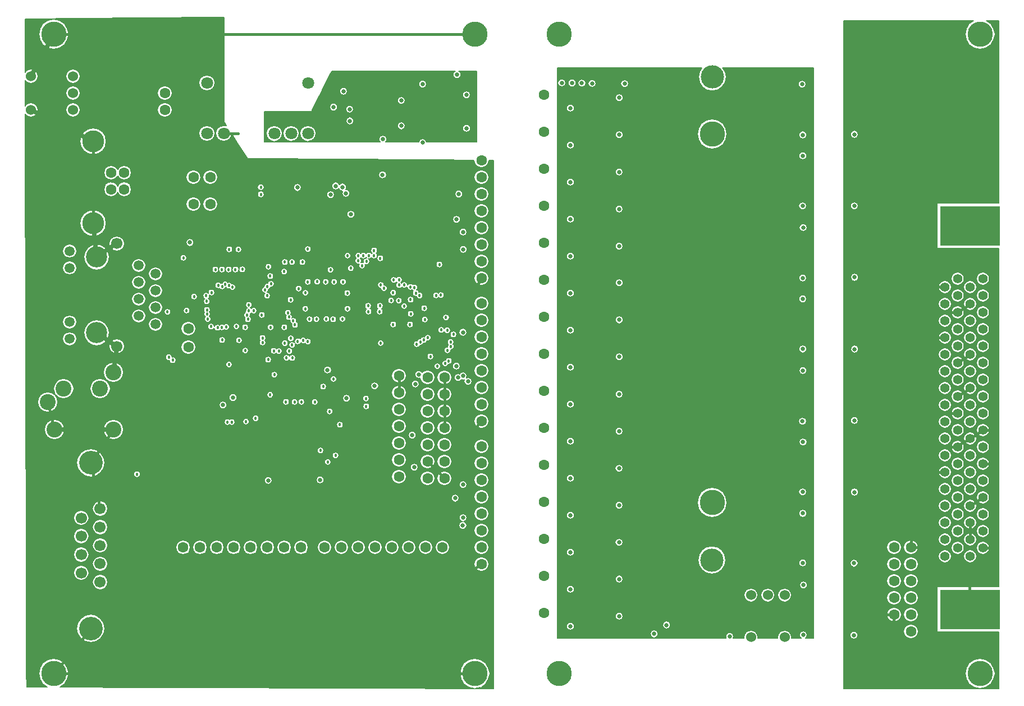
<source format=gbr>
G04 (created by PCBNEW-RS274X (2010-03-14)-final) date Mon 31 Jan 2011 05:12:30 PM EST*
G01*
G70*
G90*
%MOIN*%
G04 Gerber Fmt 3.4, Leading zero omitted, Abs format*
%FSLAX34Y34*%
G04 APERTURE LIST*
%ADD10C,0.001000*%
%ADD11C,0.063000*%
%ADD12C,0.149600*%
%ADD13C,0.137800*%
%ADD14C,0.150000*%
%ADD15C,0.140000*%
%ADD16C,0.066900*%
%ADD17C,0.070900*%
%ADD18C,0.129900*%
%ADD19C,0.060000*%
%ADD20C,0.055000*%
%ADD21R,0.354300X0.236200*%
%ADD22C,0.126000*%
%ADD23C,0.059100*%
%ADD24C,0.094500*%
%ADD25C,0.025000*%
%ADD26C,0.018000*%
%ADD27C,0.025000*%
%ADD28C,0.015000*%
%ADD29C,0.007000*%
G04 APERTURE END LIST*
G54D10*
G54D11*
X41900Y-24500D03*
X41900Y-25500D03*
X41900Y-26500D03*
X41900Y-27500D03*
X41900Y-28500D03*
X41900Y-29500D03*
X40900Y-24500D03*
X40900Y-25500D03*
X40900Y-26500D03*
X40900Y-27500D03*
X40900Y-28500D03*
G54D12*
X30100Y00068D03*
G54D13*
X30108Y03454D03*
G54D12*
X30100Y-21845D03*
G54D13*
X30084Y-25254D03*
G54D14*
X16000Y-32000D03*
X-09000Y06000D03*
X16000Y06000D03*
X-09000Y-32000D03*
G54D11*
X-02400Y02500D03*
X-02400Y01500D03*
X-00700Y-04100D03*
X00300Y-04100D03*
X-00700Y-02500D03*
X00300Y-02500D03*
X11500Y-14300D03*
X11500Y-15300D03*
X11500Y-16300D03*
X11500Y-17300D03*
X11500Y-18300D03*
X11500Y-19300D03*
X11500Y-20300D03*
X14200Y-20400D03*
X13200Y-20400D03*
X14200Y-19400D03*
X13200Y-19400D03*
X14200Y-18400D03*
X13200Y-18400D03*
X14200Y-17400D03*
X13200Y-17400D03*
X14200Y-16400D03*
X13200Y-16400D03*
X14200Y-15400D03*
X13200Y-15400D03*
X14200Y-14400D03*
X13200Y-14400D03*
X16400Y-01500D03*
X16400Y-02500D03*
X16400Y-04500D03*
X16400Y-05500D03*
X16400Y-06500D03*
X16400Y-07500D03*
X16400Y-08500D03*
X16400Y-03500D03*
X16400Y-10000D03*
X16400Y-11000D03*
X16400Y-13000D03*
X16400Y-14000D03*
X16400Y-15000D03*
X16400Y-16000D03*
X16400Y-17000D03*
X16400Y-12000D03*
X16400Y-18500D03*
X16400Y-19500D03*
X16400Y-21500D03*
X16400Y-22500D03*
X16400Y-23500D03*
X16400Y-24500D03*
X16400Y-25500D03*
X16400Y-20500D03*
G54D15*
X-06800Y-19480D03*
G54D16*
X-06241Y-22206D03*
X-06241Y-23297D03*
X-06241Y-24387D03*
X-06241Y-25478D03*
X-06241Y-26569D03*
X-07359Y-22752D03*
X-07359Y-23842D03*
X-07359Y-24933D03*
X-07359Y-26023D03*
G54D15*
X-06800Y-29319D03*
G54D17*
X00100Y00100D03*
X01100Y00100D03*
X04100Y00100D03*
X05100Y00100D03*
X06100Y00100D03*
X06100Y03100D03*
X00100Y03100D03*
G54D18*
X-06660Y-00359D03*
X-06660Y-05241D03*
G54D11*
X-05593Y-02237D03*
X-04806Y-02237D03*
X-04806Y-03221D03*
X-05593Y-03221D03*
G54D19*
X34400Y-27350D03*
X33400Y-27350D03*
X32400Y-27350D03*
X32400Y-29850D03*
X34400Y-29850D03*
X-07850Y01500D03*
X-07850Y02500D03*
X-07850Y03500D03*
X-10350Y03500D03*
X-10350Y01500D03*
G54D20*
X43919Y-25035D03*
X44669Y-24535D03*
X43919Y-24035D03*
X44669Y-23535D03*
X43919Y-23035D03*
X44669Y-22535D03*
X43919Y-22035D03*
X44669Y-21535D03*
X43919Y-21035D03*
X44669Y-20535D03*
X43919Y-20035D03*
X44669Y-19535D03*
X43919Y-19035D03*
X44669Y-18535D03*
X43919Y-18035D03*
X44669Y-17535D03*
X43919Y-17035D03*
X44669Y-16535D03*
X43919Y-16035D03*
X44669Y-15535D03*
X43919Y-15035D03*
X44669Y-14535D03*
X43919Y-14035D03*
X44669Y-13535D03*
X43919Y-13035D03*
X44669Y-12535D03*
X43919Y-12035D03*
X44669Y-11535D03*
X43919Y-11035D03*
X44669Y-10535D03*
X43919Y-10035D03*
X44669Y-09535D03*
X43919Y-09035D03*
X44669Y-08535D03*
X45419Y-25035D03*
X46169Y-24535D03*
X45419Y-24035D03*
X46169Y-23535D03*
X45419Y-23035D03*
X46169Y-22535D03*
X45419Y-22035D03*
X46169Y-21535D03*
X45419Y-21035D03*
X46169Y-20535D03*
X45419Y-20035D03*
X46169Y-19535D03*
X45419Y-19035D03*
X46169Y-18535D03*
X45419Y-18035D03*
X46169Y-17535D03*
X45419Y-17035D03*
X46169Y-16535D03*
X45419Y-16035D03*
X46169Y-15535D03*
X45419Y-15035D03*
X46169Y-14535D03*
X45419Y-14035D03*
X46169Y-13535D03*
X45419Y-13035D03*
X46169Y-12535D03*
X45419Y-12035D03*
X46169Y-11535D03*
X45419Y-11035D03*
X46169Y-10535D03*
X45419Y-10035D03*
X46169Y-09535D03*
X45419Y-09035D03*
X46169Y-08535D03*
G54D21*
X45419Y-28185D03*
X45419Y-05385D03*
G54D22*
X-06451Y-07251D03*
X-06451Y-11751D03*
G54D16*
X-05250Y-06448D03*
X-05250Y-12552D03*
G54D23*
X-08049Y-06891D03*
X-08049Y-12111D03*
X-08049Y-07891D03*
X-08049Y-11111D03*
X-03951Y-07751D03*
X-02951Y-08251D03*
X-03951Y-08751D03*
X-02951Y-09251D03*
X-03951Y-09751D03*
X-02951Y-10251D03*
X-03951Y-10751D03*
X-02951Y-11251D03*
G54D24*
X-09349Y-15859D03*
X-08404Y-15072D03*
X-06239Y-15072D03*
X-05451Y-14107D03*
X-05451Y-17493D03*
X-08955Y-17493D03*
G54D11*
X20117Y-26185D03*
X20117Y-21785D03*
X20117Y-23985D03*
X20117Y-15185D03*
X20117Y-17385D03*
X20117Y-19585D03*
X20117Y-12985D03*
X20117Y-06385D03*
X20117Y-04185D03*
X20117Y-08585D03*
X20117Y00215D03*
X20117Y-01985D03*
X20117Y-10785D03*
X20117Y02415D03*
X03690Y-24510D03*
X04690Y-24510D03*
X05690Y-24510D03*
X02690Y-24510D03*
X01690Y-24510D03*
X00690Y-24510D03*
X-00310Y-24510D03*
X-01310Y-24510D03*
X14083Y-24496D03*
X13083Y-24496D03*
X12083Y-24496D03*
X11083Y-24496D03*
X10083Y-24496D03*
X09083Y-24496D03*
X08083Y-24496D03*
X07083Y-24496D03*
X-01000Y-11500D03*
X-01000Y-12600D03*
X20117Y-28385D03*
G54D14*
X46000Y-32000D03*
X46000Y06000D03*
X21000Y-32000D03*
X21000Y06000D03*
G54D25*
X04044Y-03906D03*
G54D26*
X03859Y-08377D03*
X01854Y-11374D03*
X14014Y-11576D03*
X10421Y-12362D03*
X06098Y-12271D03*
G54D25*
X08357Y-03456D03*
G54D26*
X00101Y-10385D03*
X01251Y-11401D03*
X00367Y-09353D03*
X01615Y-09038D03*
X-00662Y-09598D03*
X00601Y-07989D03*
X00998Y-07986D03*
X01395Y-07986D03*
X01799Y-07986D03*
X-01300Y-07295D03*
X-02240Y-10505D03*
X04969Y-10816D03*
X02539Y-10943D03*
G54D25*
X15297Y-23200D03*
X15603Y-14641D03*
X15320Y-06792D03*
X07266Y-13964D03*
G54D26*
X13784Y-13740D03*
G54D25*
X15309Y-05761D03*
X15301Y-14316D03*
X15305Y-22738D03*
G54D26*
X09563Y-16121D03*
X06501Y-15861D03*
X04731Y-12368D03*
X14739Y-11844D03*
X05160Y-12475D03*
X14368Y-11601D03*
X03857Y-15435D03*
X03740Y-13351D03*
X04997Y-12836D03*
X14574Y-12301D03*
X02998Y-16833D03*
X02424Y-17032D03*
X04067Y-12823D03*
X14459Y-13424D03*
X05169Y-13251D03*
X14383Y-12787D03*
X04833Y-13240D03*
X14589Y-12561D03*
X04367Y-12837D03*
X14244Y-13571D03*
X04693Y-11418D03*
X01572Y-17055D03*
X03883Y-11425D03*
X01319Y-17052D03*
X02476Y-10696D03*
X04910Y-10552D03*
X03757Y-07821D03*
X02595Y-10439D03*
X05231Y-11040D03*
X-02163Y-13200D03*
X00112Y-10638D03*
X03902Y-08837D03*
X00998Y-11428D03*
X02372Y-11420D03*
X03676Y-09546D03*
X00734Y-11447D03*
X03549Y-09199D03*
X00348Y-11383D03*
X00150Y-10936D03*
X03690Y-08994D03*
X12187Y-09020D03*
X09390Y-07153D03*
X09544Y-15652D03*
G54D25*
X14922Y-05004D03*
X14912Y-13729D03*
X15010Y-14409D03*
X14840Y-21580D03*
G54D26*
X05712Y-15856D03*
X11158Y-09369D03*
X09309Y-07757D03*
X05300Y-15866D03*
X07615Y-14498D03*
X06844Y-18750D03*
X09084Y-07468D03*
X11813Y-10162D03*
X11035Y-09829D03*
X09090Y-07165D03*
G54D25*
X12674Y-14225D03*
G54D26*
X05330Y-11278D03*
X-01927Y-13379D03*
X02587Y-10085D03*
X02878Y-10435D03*
G54D25*
X12472Y-14791D03*
X24903Y03061D03*
X24585Y02224D03*
X24583Y00020D03*
X24577Y-02193D03*
X24578Y-04390D03*
X24572Y-06603D03*
X24583Y-08780D03*
X24581Y-10983D03*
X24585Y-13176D03*
X24573Y-15400D03*
X24572Y-17604D03*
X24570Y-19807D03*
X24573Y-22000D03*
X24570Y-24207D03*
X24580Y-26387D03*
X24576Y-28594D03*
X27394Y-29119D03*
X26655Y-29649D03*
X31137Y-29794D03*
X35482Y00012D03*
X35470Y-04208D03*
X35478Y-08492D03*
X35482Y-12716D03*
X35466Y-17004D03*
X35470Y-21204D03*
X35478Y-25428D03*
X35510Y-29712D03*
X35490Y-13994D03*
X35478Y-09733D03*
X35502Y-05498D03*
X35482Y-01229D03*
X35441Y03027D03*
X35522Y-26743D03*
X35485Y-22484D03*
X35499Y-18238D03*
X25121Y-28632D03*
X23781Y-29290D03*
X21472Y-29571D03*
X21472Y-27371D03*
X23781Y-27090D03*
X25121Y-26432D03*
X21472Y-25171D03*
X23781Y-24890D03*
X25121Y-24232D03*
X21472Y-22971D03*
X23781Y-22690D03*
X25121Y-22032D03*
X21472Y-20771D03*
X23781Y-20490D03*
X25121Y-19832D03*
X21472Y-18571D03*
X23781Y-18290D03*
X25121Y-17632D03*
X21472Y-16371D03*
X23781Y-16090D03*
X25121Y-15432D03*
X21472Y-14171D03*
X23781Y-13890D03*
X25121Y-13232D03*
X21472Y-11971D03*
X23781Y-11690D03*
X25121Y-11032D03*
X21472Y-09771D03*
X23781Y-09490D03*
X25121Y-08832D03*
X21472Y-07571D03*
X23781Y-07290D03*
X25121Y-06632D03*
X21472Y-05371D03*
X23781Y-05090D03*
X25121Y-04432D03*
X21472Y-03171D03*
X23781Y-02890D03*
X25121Y-02232D03*
X21472Y-00971D03*
X23781Y-00690D03*
X25121Y-00032D03*
X21472Y01229D03*
X23781Y01510D03*
X25121Y02168D03*
X25687Y03095D03*
X28795Y-29565D03*
X28167Y-27349D03*
X27484Y-27871D03*
X35470Y00423D03*
X35478Y-03773D03*
X35474Y-08073D03*
X35486Y-12281D03*
X35478Y-16549D03*
X35478Y-20756D03*
X35470Y-24988D03*
X35490Y-29256D03*
G54D26*
X24308Y03300D03*
G54D25*
X35947Y-21718D03*
X35943Y-17465D03*
X35943Y-13215D03*
X35963Y-08964D03*
X35953Y-04743D03*
X35963Y-00464D03*
X35949Y-25978D03*
X35438Y03515D03*
X21682Y-02796D03*
X21682Y-00596D03*
X21682Y01604D03*
X21170Y03105D03*
X21682Y-29196D03*
X21682Y-26996D03*
X21682Y-24796D03*
X21682Y-22596D03*
X22968Y03072D03*
X21682Y-20396D03*
X21682Y-18196D03*
X21682Y-15996D03*
X21682Y-13796D03*
X22366Y03089D03*
X21682Y-11596D03*
X21682Y-09396D03*
X21682Y-07196D03*
X21682Y-04996D03*
X21781Y03097D03*
G54D26*
X05084Y-12079D03*
G54D25*
X07447Y-03538D03*
G54D26*
X04107Y-14237D03*
X04796Y-15854D03*
X05813Y-12200D03*
G54D25*
X08149Y-03088D03*
G54D26*
X05499Y-12260D03*
G54D25*
X07747Y-03020D03*
X15511Y00898D03*
X15516Y01392D03*
X15516Y01895D03*
X14045Y02108D03*
X14040Y01610D03*
X14035Y01106D03*
X14045Y00603D03*
X12900Y02044D03*
X14705Y02848D03*
X12891Y00549D03*
X07423Y00843D03*
X07048Y00569D03*
X09069Y01303D03*
X10057Y-00250D03*
X09969Y01866D03*
X09985Y03319D03*
X11641Y02054D03*
X11641Y00553D03*
X08593Y00847D03*
X10550Y-00245D03*
X14949Y03593D03*
X15516Y00403D03*
X15512Y02396D03*
X07624Y01664D03*
X08572Y01542D03*
X08210Y02608D03*
G54D26*
X10328Y-06851D03*
X12157Y-10954D03*
X12179Y-10194D03*
X13033Y-11328D03*
X13036Y-10627D03*
X12968Y-09934D03*
X10363Y-12992D03*
X06561Y-09372D03*
X07197Y-09372D03*
X07832Y-09385D03*
X07832Y-10323D03*
X07207Y-10320D03*
X06568Y-10323D03*
X06884Y-10000D03*
X07520Y-09997D03*
X06558Y-09678D03*
X07204Y-09681D03*
X07826Y-09691D03*
X05498Y-10385D03*
X08891Y-10389D03*
X07715Y-11505D03*
X07490Y-11774D03*
X06683Y-08308D03*
X06918Y-08016D03*
G54D25*
X-03997Y-23802D03*
X-02501Y-23800D03*
G54D26*
X05078Y-08607D03*
X05522Y-09790D03*
G54D25*
X15305Y-01787D03*
X15305Y-04248D03*
X15305Y-10299D03*
X15291Y-10703D03*
X15312Y-12697D03*
X15305Y-18197D03*
X15291Y-21222D03*
G54D26*
X03318Y-06905D03*
X02878Y-08088D03*
X01498Y-12196D03*
X00943Y-10203D03*
X01299Y-09842D03*
X01663Y-10200D03*
X01287Y-10553D03*
X-00696Y-10792D03*
X02828Y-09194D03*
X01810Y-13193D03*
X00895Y-13497D03*
X00196Y-12175D03*
X-00480Y-12488D03*
G54D25*
X-00454Y-13942D03*
X00999Y-14924D03*
X-03153Y-17802D03*
X02644Y-13996D03*
X02547Y-15603D03*
X10694Y-17833D03*
X10058Y-16964D03*
X12283Y-16980D03*
G54D26*
X07362Y-07489D03*
X13366Y-13591D03*
X-01095Y-10703D03*
G54D25*
X09653Y-05600D03*
X09236Y-04974D03*
X08295Y-05317D03*
G54D26*
X01437Y-07575D03*
G54D25*
X03047Y-03319D03*
X00994Y-03308D03*
X02728Y-03309D03*
X01412Y-03296D03*
X04380Y-02680D03*
X04038Y-02709D03*
X04346Y-03900D03*
X05345Y-02396D03*
X07047Y-02396D03*
X07552Y-02390D03*
X10068Y-02355D03*
X05087Y-03496D03*
X05712Y-03878D03*
X00568Y-07401D03*
X03183Y-20779D03*
X06198Y-19448D03*
X03090Y-19466D03*
X14496Y-26691D03*
X06373Y-26691D03*
X-01733Y-26699D03*
X39452Y02502D03*
X39469Y01991D03*
G54D26*
X13880Y-08547D03*
X13829Y-11436D03*
X07770Y-19697D03*
X-03776Y-20134D03*
G54D25*
X38546Y00506D03*
X38539Y-03753D03*
X38567Y-07998D03*
X38525Y-12251D03*
X38559Y-20765D03*
X38503Y-25003D03*
X38531Y-29262D03*
X38552Y-16486D03*
X07745Y-16385D03*
X01050Y-17895D03*
G54D26*
X03342Y-17119D03*
G54D25*
X04154Y-17949D03*
X06488Y-17130D03*
G54D26*
X04189Y-13169D03*
X06097Y-07532D03*
X04362Y-06855D03*
G54D25*
X-02402Y-02858D03*
X-01639Y-02286D03*
X-03145Y-02276D03*
X-01994Y-20491D03*
X00829Y-06400D03*
X-00042Y-08202D03*
G54D26*
X04676Y-08741D03*
X04018Y-07959D03*
X38548Y-26230D03*
X38537Y-21979D03*
G54D25*
X38547Y-17733D03*
X38568Y-13480D03*
X38568Y-09238D03*
X38578Y-04978D03*
X38578Y-00729D03*
X38645Y03513D03*
X05501Y-04289D03*
X-00300Y-11279D03*
G54D26*
X09672Y-10147D03*
X12768Y-12296D03*
X10366Y-10485D03*
X12973Y-12183D03*
X09698Y-10490D03*
X12563Y-12421D03*
X10369Y-10148D03*
X13215Y-12038D03*
X12501Y-09388D03*
X08454Y-07162D03*
X01000Y-08994D03*
X11498Y-09843D03*
X09568Y-07504D03*
X01403Y-08944D03*
X05071Y-09790D03*
X01188Y-08860D03*
X00771Y-08931D03*
X05549Y-09121D03*
X03407Y-12059D03*
X00062Y-09551D03*
X01968Y-06794D03*
X07739Y-19041D03*
X03303Y-03518D03*
X03300Y-03098D03*
G54D25*
X05475Y-03116D03*
G54D26*
X09711Y-07153D03*
X13702Y-09532D03*
X10428Y-08906D03*
X13997Y-09507D03*
X12727Y-09535D03*
X08643Y-07911D03*
X12420Y-09053D03*
X10616Y-09103D03*
X11821Y-08904D03*
X10031Y-06855D03*
X11509Y-08911D03*
X10033Y-07166D03*
X11503Y-08594D03*
X10395Y-07320D03*
G54D25*
X-00907Y-06384D03*
X08651Y-04705D03*
G54D26*
X00090Y-09880D03*
X07385Y-16426D03*
X07999Y-17215D03*
X03407Y-12322D03*
G54D25*
X12906Y03034D03*
X12906Y-00444D03*
G54D26*
X06650Y-08717D03*
X07153Y-08719D03*
X07656Y-08723D03*
X08184Y-08724D03*
X06099Y-08720D03*
X08436Y-09385D03*
X05949Y-09371D03*
X07438Y-08009D03*
X-01101Y-10431D03*
X11194Y-08609D03*
X12159Y-11257D03*
X12205Y-10622D03*
X12192Y-09779D03*
X13035Y-10961D03*
X13003Y-10292D03*
X11166Y-11258D03*
X06195Y-10942D03*
X06601Y-10939D03*
X07192Y-10928D03*
X07596Y-10945D03*
X08150Y-10928D03*
X05948Y-10320D03*
X08450Y-10323D03*
X03361Y-10690D03*
X02003Y-12197D03*
X02378Y-12809D03*
G54D25*
X01056Y-16045D03*
X01652Y-15599D03*
G54D26*
X07003Y-14950D03*
G54D25*
X10064Y-14904D03*
X08390Y-15646D03*
X12292Y-17833D03*
X12409Y-19741D03*
G54D26*
X13371Y-13152D03*
X02208Y-07983D03*
X01429Y-06793D03*
G54D25*
X10532Y-02361D03*
X03740Y-20523D03*
X06819Y-20494D03*
G54D26*
X13904Y-07692D03*
X14299Y-10842D03*
X01003Y-12179D03*
X01412Y-13634D03*
X07279Y-19428D03*
X-04051Y-20158D03*
G54D25*
X15053Y-03499D03*
X15300Y-11719D03*
X15306Y-20776D03*
G54D26*
X04688Y-08114D03*
X04727Y-07545D03*
X05154Y-07546D03*
X05774Y-07546D03*
X06098Y-06771D03*
G54D25*
X38546Y00046D03*
X38539Y-04206D03*
X38553Y-08451D03*
X38560Y-12718D03*
X38544Y-16963D03*
X38552Y-21218D03*
X38531Y-25449D03*
X38517Y-29722D03*
G54D27*
X-09000Y06000D02*
X-10350Y03500D01*
X-10350Y01500D02*
X-06660Y-00359D01*
X-06660Y-05241D02*
X-06451Y-07251D01*
X-06451Y-07251D02*
X-05250Y-06448D01*
X-05451Y-14107D02*
X-05250Y-12552D01*
X-05250Y-12552D02*
X-06451Y-11751D01*
X-05451Y-17493D02*
X-08955Y-17493D01*
G54D28*
X-09349Y-15859D02*
X-08955Y-17493D01*
X-06800Y-19480D02*
X-05451Y-17493D01*
X-06800Y-19480D02*
X-06241Y-22206D01*
X-06800Y-29319D02*
X-09000Y-32000D01*
X16000Y-32000D02*
X-09000Y-32000D01*
X-09000Y06000D02*
X16000Y06000D01*
X-06660Y-00359D02*
X-06660Y-05241D01*
X01100Y00100D02*
X01957Y00091D01*
X16400Y-08500D02*
X16021Y-09123D01*
X16400Y-17000D02*
X15923Y-17521D01*
X16400Y-25500D02*
X14496Y-26691D01*
X14200Y-20400D02*
X13200Y-19400D01*
X14200Y-17400D02*
X14200Y-16400D01*
X14200Y-16400D02*
X14200Y-14400D01*
X11500Y-14300D02*
X11500Y-15300D01*
X45419Y-10035D02*
X44669Y-10535D01*
X43919Y-09035D02*
X43272Y-09017D01*
X44669Y-10535D02*
X43382Y-10505D01*
X43919Y-12035D02*
X43262Y-12018D01*
X45419Y-13035D02*
X44669Y-13535D01*
X45419Y-15035D02*
X44669Y-15535D01*
X44669Y-16535D02*
X43322Y-16556D01*
X44669Y-18535D02*
X43242Y-18553D01*
X44561Y-18536D02*
X45419Y-18035D01*
X45324Y-18091D02*
X46169Y-17535D01*
X43919Y-20035D02*
X43347Y-20038D01*
X46169Y-19535D02*
X46903Y-19492D01*
X46169Y-17535D02*
X46920Y-17497D01*
X46169Y-21535D02*
X45419Y-22035D01*
X45419Y-23035D02*
X45419Y-24035D01*
X46169Y-24535D02*
X47007Y-24574D01*
X45419Y-28185D02*
X45376Y-26388D01*
X41900Y-24500D02*
X41925Y-23204D01*
X41900Y-24500D02*
X42809Y-24522D01*
X40900Y-28500D02*
X39895Y-28512D01*
X40900Y-28500D02*
X40832Y-29639D01*
G54D10*
G36*
X15768Y01700D02*
X15680Y02228D01*
X16100Y01987D01*
X15768Y01700D01*
X15768Y01700D01*
G37*
G54D29*
X15768Y01700D02*
X15680Y02228D01*
X16100Y01987D01*
X15768Y01700D01*
G54D10*
G36*
X15768Y02540D02*
X16100Y02960D01*
X16100Y02540D01*
X15768Y02540D01*
X15768Y02540D01*
G37*
G54D29*
X15768Y02540D02*
X16100Y02960D01*
X16100Y02540D01*
X15768Y02540D01*
G54D10*
G36*
X15768Y03380D02*
X16100Y03800D01*
X16100Y03380D01*
X15768Y03380D01*
X15768Y03380D01*
G37*
G54D29*
X15768Y03380D02*
X16100Y03800D01*
X16100Y03380D01*
X15768Y03380D01*
G54D10*
G36*
X15768Y01700D02*
X15105Y00860D01*
X15105Y01700D01*
X15768Y01700D01*
X15768Y01700D01*
G37*
G54D29*
X15768Y01700D02*
X15105Y00860D01*
X15105Y01700D01*
X15768Y01700D01*
G54D10*
G36*
X16100Y00020D02*
X15768Y00020D01*
X16100Y00159D01*
X16100Y00020D01*
X16100Y00020D01*
G37*
G54D29*
X16100Y00020D02*
X15768Y00020D01*
X16100Y00159D01*
X16100Y00020D01*
G54D10*
G36*
X15105Y00020D02*
X15516Y00166D01*
X15768Y-00400D01*
X15105Y00020D01*
X15105Y00020D01*
G37*
G54D29*
X15105Y00020D02*
X15516Y00166D01*
X15768Y-00400D01*
X15105Y00020D01*
G54D10*
G36*
X15731Y02305D02*
X16100Y02470D01*
X16100Y01987D01*
X15731Y02305D01*
X15731Y02305D01*
G37*
G54D29*
X15731Y02305D02*
X16100Y02470D01*
X16100Y01987D01*
X15731Y02305D01*
G54D10*
G36*
X15105Y01700D02*
X15512Y02158D01*
X15768Y01700D01*
X15105Y01700D01*
X15105Y01700D01*
G37*
G54D29*
X15105Y01700D02*
X15512Y02158D01*
X15768Y01700D01*
X15105Y01700D01*
G54D10*
G36*
X16100Y03380D02*
X16100Y02960D01*
X15768Y03380D01*
X16100Y03380D01*
X16100Y03380D01*
G37*
G54D29*
X16100Y03380D02*
X16100Y02960D01*
X15768Y03380D01*
X16100Y03380D01*
G54D10*
G36*
X15105Y03380D02*
X15117Y03425D01*
X15169Y03502D01*
X15105Y03380D01*
X15105Y03380D01*
G37*
G54D29*
X15105Y03380D02*
X15117Y03425D01*
X15169Y03502D01*
X15105Y03380D01*
G54D10*
G36*
X15105Y01700D02*
X14442Y00860D01*
X14442Y01700D01*
X15105Y01700D01*
X15105Y01700D01*
G37*
G54D29*
X15105Y01700D02*
X14442Y00860D01*
X14442Y01700D01*
X15105Y01700D01*
G54D10*
G36*
X15768Y00020D02*
X16100Y-00400D01*
X15768Y-00400D01*
X15768Y00020D01*
X15768Y00020D01*
G37*
G54D29*
X15768Y00020D02*
X16100Y-00400D01*
X15768Y-00400D01*
X15768Y00020D01*
G54D10*
G36*
X15735Y00494D02*
X15684Y00571D01*
X16100Y00637D01*
X15735Y00494D01*
X15735Y00494D01*
G37*
G54D29*
X15735Y00494D02*
X15684Y00571D01*
X16100Y00637D01*
X15735Y00494D01*
G54D10*
G36*
X15768Y01700D02*
X15768Y00860D01*
X15105Y00860D01*
X15768Y01700D01*
X15768Y01700D01*
G37*
G54D29*
X15768Y01700D02*
X15768Y00860D01*
X15105Y00860D01*
X15768Y01700D01*
G54D10*
G36*
X15105Y00020D02*
X14774Y-00400D01*
X14442Y00020D01*
X15105Y00020D01*
X15105Y00020D01*
G37*
G54D29*
X15105Y00020D02*
X14774Y-00400D01*
X14442Y00020D01*
X15105Y00020D01*
G54D10*
G36*
X15105Y00860D02*
X15279Y00403D01*
X14442Y00860D01*
X15105Y00860D01*
X15105Y00860D01*
G37*
G54D29*
X15105Y00860D02*
X15279Y00403D01*
X14442Y00860D01*
X15105Y00860D01*
G54D10*
G36*
X15105Y01700D02*
X14442Y01700D01*
X15105Y02540D01*
X15105Y01700D01*
X15105Y01700D01*
G37*
G54D29*
X15105Y01700D02*
X14442Y01700D01*
X15105Y02540D01*
X15105Y01700D01*
G54D10*
G36*
X15768Y03380D02*
X15512Y02634D01*
X15105Y03380D01*
X15768Y03380D01*
X15768Y03380D01*
G37*
G54D29*
X15768Y03380D02*
X15512Y02634D01*
X15105Y03380D01*
X15768Y03380D01*
G54D10*
G36*
X14442Y02540D02*
X14858Y03374D01*
X15105Y02540D01*
X14442Y02540D01*
X14442Y02540D01*
G37*
G54D29*
X14442Y02540D02*
X14858Y03374D01*
X15105Y02540D01*
X14442Y02540D01*
G54D10*
G36*
X15169Y03684D02*
X15768Y03800D01*
X15187Y03593D01*
X15169Y03684D01*
X15169Y03684D01*
G37*
G54D29*
X15169Y03684D02*
X15768Y03800D01*
X15187Y03593D01*
X15169Y03684D01*
G54D10*
G36*
X14442Y01700D02*
X13779Y00860D01*
X13779Y01700D01*
X14442Y01700D01*
X14442Y01700D01*
G37*
G54D29*
X14442Y01700D02*
X13779Y00860D01*
X13779Y01700D01*
X14442Y01700D01*
G54D10*
G36*
X15105Y00020D02*
X15105Y-00400D01*
X14774Y-00400D01*
X15105Y00020D01*
X15105Y00020D01*
G37*
G54D29*
X15105Y00020D02*
X15105Y-00400D01*
X14774Y-00400D01*
X15105Y00020D01*
G54D10*
G36*
X14442Y00020D02*
X14442Y00860D01*
X15279Y00403D01*
X14442Y00020D01*
X14442Y00020D01*
G37*
G54D29*
X14442Y00020D02*
X14442Y00860D01*
X15279Y00403D01*
X14442Y00020D01*
G54D10*
G36*
X15105Y01700D02*
X15105Y00860D01*
X14442Y00860D01*
X15105Y01700D01*
X15105Y01700D01*
G37*
G54D29*
X15105Y01700D02*
X15105Y00860D01*
X14442Y00860D01*
X15105Y01700D01*
G54D10*
G36*
X14442Y00020D02*
X14111Y-00400D01*
X13779Y00020D01*
X14442Y00020D01*
X14442Y00020D01*
G37*
G54D29*
X14442Y00020D02*
X14111Y-00400D01*
X13779Y00020D01*
X14442Y00020D01*
G54D10*
G36*
X13779Y00020D02*
X13779Y00860D01*
X14442Y00860D01*
X13779Y00020D01*
X13779Y00020D01*
G37*
G54D29*
X13779Y00020D02*
X13779Y00860D01*
X14442Y00860D01*
X13779Y00020D01*
G54D10*
G36*
X15105Y02540D02*
X14442Y01700D01*
X14442Y02540D01*
X15105Y02540D01*
X15105Y02540D01*
G37*
G54D29*
X15105Y02540D02*
X14442Y01700D01*
X14442Y02540D01*
X15105Y02540D01*
G54D10*
G36*
X14442Y01700D02*
X13779Y01700D01*
X14442Y02540D01*
X14442Y01700D01*
X14442Y01700D01*
G37*
G54D29*
X14442Y01700D02*
X13779Y01700D01*
X14442Y02540D01*
X14442Y01700D01*
G54D10*
G36*
X15105Y03380D02*
X15105Y02540D01*
X15040Y03374D01*
X15105Y03380D01*
X15105Y03380D01*
G37*
G54D29*
X15105Y03380D02*
X15105Y02540D01*
X15040Y03374D01*
X15105Y03380D01*
G54D10*
G36*
X14442Y02540D02*
X13779Y02540D01*
X14442Y03380D01*
X14442Y02540D01*
X14442Y02540D01*
G37*
G54D29*
X14442Y02540D02*
X13779Y02540D01*
X14442Y03380D01*
X14442Y02540D01*
G54D10*
G36*
X14442Y03800D02*
X14442Y03380D01*
X14111Y03800D01*
X14442Y03800D01*
X14442Y03800D01*
G37*
G54D29*
X14442Y03800D02*
X14442Y03380D01*
X14111Y03800D01*
X14442Y03800D01*
G54D10*
G36*
X13779Y01700D02*
X13116Y00860D01*
X13116Y01700D01*
X13779Y01700D01*
X13779Y01700D01*
G37*
G54D29*
X13779Y01700D02*
X13116Y00860D01*
X13116Y01700D01*
X13779Y01700D01*
G54D10*
G36*
X14442Y00020D02*
X14442Y-00400D01*
X14111Y-00400D01*
X14442Y00020D01*
X14442Y00020D01*
G37*
G54D29*
X14442Y00020D02*
X14442Y-00400D01*
X14111Y-00400D01*
X14442Y00020D01*
G54D10*
G36*
X14442Y00860D02*
X14442Y00020D01*
X13779Y00020D01*
X14442Y00860D01*
X14442Y00860D01*
G37*
G54D29*
X14442Y00860D02*
X14442Y00020D01*
X13779Y00020D01*
X14442Y00860D01*
G54D10*
G36*
X14442Y01700D02*
X14442Y00860D01*
X13779Y00860D01*
X14442Y01700D01*
X14442Y01700D01*
G37*
G54D29*
X14442Y01700D02*
X14442Y00860D01*
X13779Y00860D01*
X14442Y01700D01*
G54D10*
G36*
X13116Y00020D02*
X13116Y00860D01*
X13779Y00860D01*
X13116Y00020D01*
X13116Y00020D01*
G37*
G54D29*
X13116Y00020D02*
X13116Y00860D01*
X13779Y00860D01*
X13116Y00020D01*
G54D10*
G36*
X14442Y02540D02*
X13779Y01700D01*
X13779Y02540D01*
X14442Y02540D01*
X14442Y02540D01*
G37*
G54D29*
X14442Y02540D02*
X13779Y01700D01*
X13779Y02540D01*
X14442Y02540D01*
G54D10*
G36*
X13779Y01700D02*
X13116Y01700D01*
X13779Y02540D01*
X13779Y01700D01*
X13779Y01700D01*
G37*
G54D29*
X13779Y01700D02*
X13116Y01700D01*
X13779Y02540D01*
X13779Y01700D01*
G54D10*
G36*
X14442Y03380D02*
X13779Y02540D01*
X13779Y03380D01*
X14442Y03380D01*
X14442Y03380D01*
G37*
G54D29*
X14442Y03380D02*
X13779Y02540D01*
X13779Y03380D01*
X14442Y03380D01*
G54D10*
G36*
X13116Y02540D02*
X13125Y02943D01*
X13779Y02540D01*
X13116Y02540D01*
X13116Y02540D01*
G37*
G54D29*
X13116Y02540D02*
X13125Y02943D01*
X13779Y02540D01*
X13116Y02540D01*
G54D10*
G36*
X13779Y03380D02*
X13116Y03380D01*
X13447Y03800D01*
X13779Y03380D01*
X13779Y03380D01*
G37*
G54D29*
X13779Y03380D02*
X13116Y03380D01*
X13447Y03800D01*
X13779Y03380D01*
G54D10*
G36*
X13116Y01700D02*
X12453Y00860D01*
X12453Y01700D01*
X13116Y01700D01*
X13116Y01700D01*
G37*
G54D29*
X13116Y01700D02*
X12453Y00860D01*
X12453Y01700D01*
X13116Y01700D01*
G54D10*
G36*
X13779Y00860D02*
X13779Y00020D01*
X13116Y00020D01*
X13779Y00860D01*
X13779Y00860D01*
G37*
G54D29*
X13779Y00860D02*
X13779Y00020D01*
X13116Y00020D01*
X13779Y00860D01*
G54D10*
G36*
X13779Y01700D02*
X13779Y00860D01*
X13116Y00860D01*
X13779Y01700D01*
X13779Y01700D01*
G37*
G54D29*
X13779Y01700D02*
X13779Y00860D01*
X13116Y00860D01*
X13779Y01700D01*
G54D10*
G36*
X12453Y00020D02*
X12453Y00860D01*
X13116Y00860D01*
X12453Y00020D01*
X12453Y00020D01*
G37*
G54D29*
X12453Y00020D02*
X12453Y00860D01*
X13116Y00860D01*
X12453Y00020D01*
G54D10*
G36*
X13779Y02540D02*
X13116Y01700D01*
X13116Y02540D01*
X13779Y02540D01*
X13779Y02540D01*
G37*
G54D29*
X13779Y02540D02*
X13116Y01700D01*
X13116Y02540D01*
X13779Y02540D01*
G54D10*
G36*
X13116Y01700D02*
X12453Y01700D01*
X13116Y02540D01*
X13116Y01700D01*
X13116Y01700D01*
G37*
G54D29*
X13116Y01700D02*
X12453Y01700D01*
X13116Y02540D01*
X13116Y01700D01*
G54D10*
G36*
X13779Y03380D02*
X13779Y02540D01*
X13143Y03034D01*
X13779Y03380D01*
X13779Y03380D01*
G37*
G54D29*
X13779Y03380D02*
X13779Y02540D01*
X13143Y03034D01*
X13779Y03380D01*
G54D10*
G36*
X13116Y03380D02*
X12906Y03271D01*
X12453Y03800D01*
X13116Y03380D01*
X13116Y03380D01*
G37*
G54D29*
X13116Y03380D02*
X12906Y03271D01*
X12453Y03800D01*
X13116Y03380D01*
G54D10*
G36*
X12453Y01700D02*
X11789Y00860D01*
X11789Y01700D01*
X12453Y01700D01*
X12453Y01700D01*
G37*
G54D29*
X12453Y01700D02*
X11789Y00860D01*
X11789Y01700D01*
X12453Y01700D01*
G54D10*
G36*
X13116Y00860D02*
X13116Y00020D01*
X12453Y00020D01*
X13116Y00860D01*
X13116Y00860D01*
G37*
G54D29*
X13116Y00860D02*
X13116Y00020D01*
X12453Y00020D01*
X13116Y00860D01*
G54D10*
G36*
X13116Y01700D02*
X13116Y00860D01*
X12453Y00860D01*
X13116Y01700D01*
X13116Y01700D01*
G37*
G54D29*
X13116Y01700D02*
X13116Y00860D01*
X12453Y00860D01*
X13116Y01700D01*
G54D10*
G36*
X12453Y00020D02*
X12121Y-00400D01*
X11789Y00020D01*
X12453Y00020D01*
X12453Y00020D01*
G37*
G54D29*
X12453Y00020D02*
X12121Y-00400D01*
X11789Y00020D01*
X12453Y00020D01*
G54D10*
G36*
X11126Y00020D02*
X11550Y00334D01*
X11789Y00020D01*
X11126Y00020D01*
X11126Y00020D01*
G37*
G54D29*
X11126Y00020D02*
X11550Y00334D01*
X11789Y00020D01*
X11126Y00020D01*
G54D10*
G36*
X13116Y02540D02*
X12453Y01700D01*
X12453Y02540D01*
X13116Y02540D01*
X13116Y02540D01*
G37*
G54D29*
X13116Y02540D02*
X12453Y01700D01*
X12453Y02540D01*
X13116Y02540D01*
G54D10*
G36*
X11126Y01700D02*
X11550Y01835D01*
X11789Y01700D01*
X11126Y01700D01*
X11126Y01700D01*
G37*
G54D29*
X11126Y01700D02*
X11550Y01835D01*
X11789Y01700D01*
X11126Y01700D01*
G54D10*
G36*
X12453Y02540D02*
X11789Y02540D01*
X12453Y03380D01*
X12453Y02540D01*
X12453Y02540D01*
G37*
G54D29*
X12453Y02540D02*
X11789Y02540D01*
X12453Y03380D01*
X12453Y02540D01*
G54D10*
G36*
X11789Y03380D02*
X11789Y03800D01*
X12453Y03380D01*
X11789Y03380D01*
X11789Y03380D01*
G37*
G54D29*
X11789Y03380D02*
X11789Y03800D01*
X12453Y03380D01*
X11789Y03380D01*
G54D10*
G36*
X11789Y01700D02*
X11550Y00772D01*
X11126Y01700D01*
X11789Y01700D01*
X11789Y01700D01*
G37*
G54D29*
X11789Y01700D02*
X11550Y00772D01*
X11126Y01700D01*
X11789Y01700D01*
G54D10*
G36*
X12453Y00020D02*
X12453Y-00400D01*
X12121Y-00400D01*
X12453Y00020D01*
X12453Y00020D01*
G37*
G54D29*
X12453Y00020D02*
X12453Y-00400D01*
X12121Y-00400D01*
X12453Y00020D01*
G54D10*
G36*
X11789Y00020D02*
X11809Y00385D01*
X12453Y00020D01*
X11789Y00020D01*
X11789Y00020D01*
G37*
G54D29*
X11789Y00020D02*
X11809Y00385D01*
X12453Y00020D01*
X11789Y00020D01*
G54D10*
G36*
X12453Y01700D02*
X12453Y00860D01*
X11789Y00860D01*
X12453Y01700D01*
X12453Y01700D01*
G37*
G54D29*
X12453Y01700D02*
X12453Y00860D01*
X11789Y00860D01*
X12453Y01700D01*
G54D10*
G36*
X11789Y00020D02*
X11458Y-00400D01*
X11126Y00020D01*
X11789Y00020D01*
X11789Y00020D01*
G37*
G54D29*
X11789Y00020D02*
X11458Y-00400D01*
X11126Y00020D01*
X11789Y00020D01*
G54D10*
G36*
X12453Y02540D02*
X12453Y01700D01*
X11878Y02054D01*
X12453Y02540D01*
X12453Y02540D01*
G37*
G54D29*
X12453Y02540D02*
X12453Y01700D01*
X11878Y02054D01*
X12453Y02540D01*
G54D10*
G36*
X12453Y03380D02*
X11789Y02540D01*
X11789Y03380D01*
X12453Y03380D01*
X12453Y03380D01*
G37*
G54D29*
X12453Y03380D02*
X11789Y02540D01*
X11789Y03380D01*
X12453Y03380D01*
G54D10*
G36*
X11789Y02540D02*
X11126Y02540D01*
X11789Y03380D01*
X11789Y02540D01*
X11789Y02540D01*
G37*
G54D29*
X11789Y02540D02*
X11126Y02540D01*
X11789Y03380D01*
X11789Y02540D01*
G54D10*
G36*
X11126Y03380D02*
X11126Y03800D01*
X11789Y03380D01*
X11126Y03380D01*
X11126Y03380D01*
G37*
G54D29*
X11126Y03380D02*
X11126Y03800D01*
X11789Y03380D01*
X11126Y03380D01*
G54D10*
G36*
X11126Y01700D02*
X10463Y00860D01*
X10463Y01700D01*
X11126Y01700D01*
X11126Y01700D01*
G37*
G54D29*
X11126Y01700D02*
X10463Y00860D01*
X10463Y01700D01*
X11126Y01700D01*
G54D10*
G36*
X11789Y00020D02*
X11789Y-00400D01*
X11458Y-00400D01*
X11789Y00020D01*
X11789Y00020D01*
G37*
G54D29*
X11789Y00020D02*
X11789Y-00400D01*
X11458Y-00400D01*
X11789Y00020D01*
G54D10*
G36*
X11789Y00860D02*
X11641Y00791D01*
X11789Y01700D01*
X11789Y00860D01*
X11789Y00860D01*
G37*
G54D29*
X11789Y00860D02*
X11641Y00791D01*
X11789Y01700D01*
X11789Y00860D01*
G54D10*
G36*
X11126Y00860D02*
X10641Y-00026D01*
X10463Y00860D01*
X11126Y00860D01*
X11126Y00860D01*
G37*
G54D29*
X11126Y00860D02*
X10641Y-00026D01*
X10463Y00860D01*
X11126Y00860D01*
G54D10*
G36*
X11126Y01700D02*
X10463Y01700D01*
X11126Y02540D01*
X11126Y01700D01*
X11126Y01700D01*
G37*
G54D29*
X11126Y01700D02*
X10463Y01700D01*
X11126Y02540D01*
X11126Y01700D01*
G54D10*
G36*
X11789Y03380D02*
X11126Y02540D01*
X11126Y03380D01*
X11789Y03380D01*
X11789Y03380D01*
G37*
G54D29*
X11789Y03380D02*
X11126Y02540D01*
X11126Y03380D01*
X11789Y03380D01*
G54D10*
G36*
X11126Y02540D02*
X10463Y02540D01*
X11126Y03380D01*
X11126Y02540D01*
X11126Y02540D01*
G37*
G54D29*
X11126Y02540D02*
X10463Y02540D01*
X11126Y03380D01*
X11126Y02540D01*
G54D10*
G36*
X10463Y03380D02*
X10463Y03800D01*
X11126Y03380D01*
X10463Y03380D01*
X10463Y03380D01*
G37*
G54D29*
X10463Y03380D02*
X10463Y03800D01*
X11126Y03380D01*
X10463Y03380D01*
G54D10*
G36*
X10463Y01700D02*
X09800Y00860D01*
X09800Y01700D01*
X10463Y01700D01*
X10463Y01700D01*
G37*
G54D29*
X10463Y01700D02*
X09800Y00860D01*
X09800Y01700D01*
X10463Y01700D01*
G54D10*
G36*
X11126Y00020D02*
X10641Y-00026D01*
X11126Y00860D01*
X11126Y00020D01*
X11126Y00020D01*
G37*
G54D29*
X11126Y00020D02*
X10641Y-00026D01*
X11126Y00860D01*
X11126Y00020D01*
G54D10*
G36*
X11126Y01700D02*
X11126Y00860D01*
X10463Y00860D01*
X11126Y01700D01*
X11126Y01700D01*
G37*
G54D29*
X11126Y01700D02*
X11126Y00860D01*
X10463Y00860D01*
X11126Y01700D01*
G54D10*
G36*
X09800Y00020D02*
X09800Y00860D01*
X10463Y00860D01*
X09800Y00020D01*
X09800Y00020D01*
G37*
G54D29*
X09800Y00020D02*
X09800Y00860D01*
X10463Y00860D01*
X09800Y00020D01*
G54D10*
G36*
X11126Y02540D02*
X10463Y01700D01*
X10463Y02540D01*
X11126Y02540D01*
X11126Y02540D01*
G37*
G54D29*
X11126Y02540D02*
X10463Y01700D01*
X10463Y02540D01*
X11126Y02540D01*
G54D10*
G36*
X10463Y01700D02*
X09800Y01700D01*
X10463Y02540D01*
X10463Y01700D01*
X10463Y01700D01*
G37*
G54D29*
X10463Y01700D02*
X09800Y01700D01*
X10463Y02540D01*
X10463Y01700D01*
G54D10*
G36*
X11126Y03380D02*
X10463Y02540D01*
X10463Y03380D01*
X11126Y03380D01*
X11126Y03380D01*
G37*
G54D29*
X11126Y03380D02*
X10463Y02540D01*
X10463Y03380D01*
X11126Y03380D01*
G54D10*
G36*
X10463Y02540D02*
X09800Y02540D01*
X10463Y03380D01*
X10463Y02540D01*
X10463Y02540D01*
G37*
G54D29*
X10463Y02540D02*
X09800Y02540D01*
X10463Y03380D01*
X10463Y02540D01*
G54D10*
G36*
X09800Y03380D02*
X09800Y03800D01*
X10463Y03380D01*
X09800Y03380D01*
X09800Y03380D01*
G37*
G54D29*
X09800Y03380D02*
X09800Y03800D01*
X10463Y03380D01*
X09800Y03380D01*
G54D10*
G36*
X09800Y01700D02*
X09137Y00860D01*
X09137Y01700D01*
X09800Y01700D01*
X09800Y01700D01*
G37*
G54D29*
X09800Y01700D02*
X09137Y00860D01*
X09137Y01700D01*
X09800Y01700D01*
G54D10*
G36*
X10463Y00860D02*
X10463Y00020D01*
X09800Y00020D01*
X10463Y00860D01*
X10463Y00860D01*
G37*
G54D29*
X10463Y00860D02*
X10463Y00020D01*
X09800Y00020D01*
X10463Y00860D01*
G54D10*
G36*
X10463Y01700D02*
X10463Y00860D01*
X09800Y00860D01*
X10463Y01700D01*
X10463Y01700D01*
G37*
G54D29*
X10463Y01700D02*
X10463Y00860D01*
X09800Y00860D01*
X10463Y01700D01*
G54D10*
G36*
X09137Y00020D02*
X09137Y00860D01*
X09800Y00860D01*
X09137Y00020D01*
X09137Y00020D01*
G37*
G54D29*
X09137Y00020D02*
X09137Y00860D01*
X09800Y00860D01*
X09137Y00020D01*
G54D10*
G36*
X10463Y02540D02*
X09800Y01700D01*
X09800Y02540D01*
X10463Y02540D01*
X10463Y02540D01*
G37*
G54D29*
X10463Y02540D02*
X09800Y01700D01*
X09800Y02540D01*
X10463Y02540D01*
G54D10*
G36*
X09800Y01700D02*
X09137Y01700D01*
X09800Y02540D01*
X09800Y01700D01*
X09800Y01700D01*
G37*
G54D29*
X09800Y01700D02*
X09137Y01700D01*
X09800Y02540D01*
X09800Y01700D01*
G54D10*
G36*
X10463Y03380D02*
X09800Y02540D01*
X09800Y03380D01*
X10463Y03380D01*
X10463Y03380D01*
G37*
G54D29*
X10463Y03380D02*
X09800Y02540D01*
X09800Y03380D01*
X10463Y03380D01*
G54D10*
G36*
X09800Y02540D02*
X09137Y02540D01*
X09800Y03380D01*
X09800Y02540D01*
X09800Y02540D01*
G37*
G54D29*
X09800Y02540D02*
X09137Y02540D01*
X09800Y03380D01*
X09800Y02540D01*
G54D10*
G36*
X09137Y03380D02*
X09137Y03800D01*
X09800Y03380D01*
X09137Y03380D01*
X09137Y03380D01*
G37*
G54D29*
X09137Y03380D02*
X09137Y03800D01*
X09800Y03380D01*
X09137Y03380D01*
G54D10*
G36*
X09800Y00860D02*
X09800Y00020D01*
X09137Y00020D01*
X09800Y00860D01*
X09800Y00860D01*
G37*
G54D29*
X09800Y00860D02*
X09800Y00020D01*
X09137Y00020D01*
X09800Y00860D01*
G54D10*
G36*
X09800Y01700D02*
X09800Y00860D01*
X09137Y00860D01*
X09800Y01700D01*
X09800Y01700D01*
G37*
G54D29*
X09800Y01700D02*
X09800Y00860D01*
X09137Y00860D01*
X09800Y01700D01*
G54D10*
G36*
X09800Y02540D02*
X09137Y01700D01*
X09137Y02540D01*
X09800Y02540D01*
X09800Y02540D01*
G37*
G54D29*
X09800Y02540D02*
X09137Y01700D01*
X09137Y02540D01*
X09800Y02540D01*
G54D10*
G36*
X09800Y03380D02*
X09137Y02540D01*
X09137Y03380D01*
X09800Y03380D01*
X09800Y03380D01*
G37*
G54D29*
X09800Y03380D02*
X09137Y02540D01*
X09137Y03380D01*
X09800Y03380D01*
G54D10*
G36*
X08474Y02540D02*
X08447Y02608D01*
X09137Y02540D01*
X08474Y02540D01*
X08474Y02540D01*
G37*
G54D29*
X08474Y02540D02*
X08447Y02608D01*
X09137Y02540D01*
X08474Y02540D01*
G54D10*
G36*
X09137Y03380D02*
X08474Y03380D01*
X08805Y03800D01*
X09137Y03380D01*
X09137Y03380D01*
G37*
G54D29*
X09137Y03380D02*
X08474Y03380D01*
X08805Y03800D01*
X09137Y03380D01*
G54D10*
G36*
X07811Y00020D02*
X08425Y00679D01*
X08474Y00020D01*
X07811Y00020D01*
X07811Y00020D01*
G37*
G54D29*
X07811Y00020D02*
X08425Y00679D01*
X08474Y00020D01*
X07811Y00020D01*
G54D10*
G36*
X09137Y01700D02*
X08663Y01761D01*
X09137Y02540D01*
X09137Y01700D01*
X09137Y01700D01*
G37*
G54D29*
X09137Y01700D02*
X08663Y01761D01*
X09137Y02540D01*
X09137Y01700D01*
G54D10*
G36*
X08429Y02699D02*
X09137Y02540D01*
X08447Y02608D01*
X08429Y02699D01*
X08429Y02699D01*
G37*
G54D29*
X08429Y02699D02*
X09137Y02540D01*
X08447Y02608D01*
X08429Y02699D01*
G54D10*
G36*
X08474Y02540D02*
X08429Y02518D01*
X08447Y02608D01*
X08474Y02540D01*
X08474Y02540D01*
G37*
G54D29*
X08474Y02540D02*
X08429Y02518D01*
X08447Y02608D01*
X08474Y02540D01*
G54D10*
G36*
X08474Y03380D02*
X07811Y03380D01*
X08142Y03800D01*
X08474Y03380D01*
X08474Y03380D01*
G37*
G54D29*
X08474Y03380D02*
X07811Y03380D01*
X08142Y03800D01*
X08474Y03380D01*
G54D10*
G36*
X07147Y00020D02*
X07147Y00860D01*
X07811Y00860D01*
X07147Y00020D01*
X07147Y00020D01*
G37*
G54D29*
X07147Y00020D02*
X07147Y00860D01*
X07811Y00860D01*
X07147Y00020D01*
G54D10*
G36*
X07147Y02540D02*
X07147Y03095D01*
X07811Y02540D01*
X07147Y02540D01*
X07147Y02540D01*
G37*
G54D29*
X07147Y02540D02*
X07147Y03095D01*
X07811Y02540D01*
X07147Y02540D01*
G54D10*
G36*
X07811Y03380D02*
X07811Y02540D01*
X07147Y03095D01*
X07811Y03380D01*
X07811Y03380D01*
G37*
G54D29*
X07811Y03380D02*
X07811Y02540D01*
X07147Y03095D01*
X07811Y03380D01*
G54D10*
G36*
X07147Y01700D02*
X07147Y00860D01*
X06300Y01400D01*
X07147Y01700D01*
X07147Y01700D01*
G37*
G54D29*
X07147Y01700D02*
X07147Y00860D01*
X06300Y01400D01*
X07147Y01700D01*
G54D10*
G36*
X07811Y00860D02*
X07811Y00020D01*
X07147Y00020D01*
X07811Y00860D01*
X07811Y00860D01*
G37*
G54D29*
X07811Y00860D02*
X07811Y00020D01*
X07147Y00020D01*
X07811Y00860D01*
G54D10*
G36*
X07811Y02540D02*
X07533Y01884D01*
X07147Y02540D01*
X07811Y02540D01*
X07811Y02540D01*
G37*
G54D29*
X07811Y02540D02*
X07533Y01884D01*
X07147Y02540D01*
X07811Y02540D01*
G54D10*
G36*
X06484Y01700D02*
X06484Y01768D01*
X07147Y01700D01*
X06484Y01700D01*
X06484Y01700D01*
G37*
G54D29*
X06484Y01700D02*
X06484Y01768D01*
X07147Y01700D01*
X06484Y01700D01*
G54D10*
G36*
X06484Y01700D02*
X06300Y01400D01*
X06450Y01700D01*
X06484Y01700D01*
X06484Y01700D01*
G37*
G54D29*
X06484Y01700D02*
X06300Y01400D01*
X06450Y01700D01*
X06484Y01700D01*
G54D10*
G36*
X06581Y00100D02*
X06544Y00284D01*
X07147Y00020D01*
X06581Y00100D01*
X06581Y00100D01*
G37*
G54D29*
X06581Y00100D02*
X06544Y00284D01*
X07147Y00020D01*
X06581Y00100D01*
G54D10*
G36*
X06484Y00860D02*
X06300Y01400D01*
X07147Y00860D01*
X06484Y00860D01*
X06484Y00860D01*
G37*
G54D29*
X06484Y00860D02*
X06300Y01400D01*
X07147Y00860D01*
X06484Y00860D01*
G54D10*
G36*
X06484Y01768D02*
X06870Y02540D01*
X07147Y01700D01*
X06484Y01768D01*
X06484Y01768D01*
G37*
G54D29*
X06484Y01768D02*
X06870Y02540D01*
X07147Y01700D01*
X06484Y01768D01*
G54D10*
G36*
X06484Y01700D02*
X06450Y01700D01*
X06484Y01768D01*
X06484Y01700D01*
X06484Y01700D01*
G37*
G54D29*
X06484Y01700D02*
X06450Y01700D01*
X06484Y01768D01*
X06484Y01700D01*
G54D10*
G36*
X06484Y01700D02*
X07147Y01700D01*
X06300Y01400D01*
X06484Y01700D01*
X06484Y01700D01*
G37*
G54D29*
X06484Y01700D02*
X07147Y01700D01*
X06300Y01400D01*
X06484Y01700D01*
G54D10*
G36*
X04581Y00100D02*
X04544Y00284D01*
X04619Y00100D01*
X04581Y00100D01*
X04581Y00100D01*
G37*
G54D29*
X04581Y00100D02*
X04544Y00284D01*
X04619Y00100D01*
X04581Y00100D01*
G54D10*
G36*
X04495Y00860D02*
X04495Y01400D01*
X05158Y01400D01*
X04495Y00860D01*
X04495Y00860D01*
G37*
G54D29*
X04495Y00860D02*
X04495Y01400D01*
X05158Y01400D01*
X04495Y00860D01*
G54D10*
G36*
X04495Y00860D02*
X04100Y00581D01*
X03832Y00860D01*
X04495Y00860D01*
X04495Y00860D01*
G37*
G54D29*
X04495Y00860D02*
X04100Y00581D01*
X03832Y00860D01*
X04495Y00860D01*
G54D10*
G36*
X15768Y03380D02*
X15768Y03800D01*
X16100Y03800D01*
X15768Y03380D01*
X15768Y03380D01*
G37*
G54D29*
X15768Y03380D02*
X15768Y03800D01*
X16100Y03800D01*
X15768Y03380D01*
G54D10*
G36*
X06484Y00860D02*
X05821Y00860D01*
X06300Y01400D01*
X06484Y00860D01*
X06484Y00860D01*
G37*
G54D29*
X06484Y00860D02*
X05821Y00860D01*
X06300Y01400D01*
X06484Y00860D01*
G54D10*
G36*
X05158Y00860D02*
X05584Y01400D01*
X05821Y00860D01*
X05158Y00860D01*
X05158Y00860D01*
G37*
G54D29*
X05158Y00860D02*
X05584Y01400D01*
X05821Y00860D01*
X05158Y00860D01*
G54D10*
G36*
X15735Y00312D02*
X16100Y00159D01*
X15768Y00020D01*
X15735Y00312D01*
X15735Y00312D01*
G37*
G54D29*
X15735Y00312D02*
X16100Y00159D01*
X15768Y00020D01*
X15735Y00312D01*
G54D10*
G36*
X04581Y00100D02*
X04619Y00100D01*
X04656Y-00084D01*
X04581Y00100D01*
X04581Y00100D01*
G37*
G54D29*
X04581Y00100D02*
X04619Y00100D01*
X04656Y-00084D01*
X04581Y00100D01*
G54D10*
G36*
X03500Y-00400D02*
X03760Y-00240D01*
X03906Y-00400D01*
X03500Y-00400D01*
X03500Y-00400D01*
G37*
G54D29*
X03500Y-00400D02*
X03760Y-00240D01*
X03906Y-00400D01*
X03500Y-00400D01*
G54D10*
G36*
X04440Y-00240D02*
X04455Y-00400D01*
X04284Y-00344D01*
X04440Y-00240D01*
X04440Y-00240D01*
G37*
G54D29*
X04440Y-00240D02*
X04455Y-00400D01*
X04284Y-00344D01*
X04440Y-00240D01*
G54D10*
G36*
X03916Y-00344D02*
X03906Y-00400D01*
X03760Y-00240D01*
X03916Y-00344D01*
X03916Y-00344D01*
G37*
G54D29*
X03916Y-00344D02*
X03906Y-00400D01*
X03760Y-00240D01*
X03916Y-00344D01*
G54D10*
G36*
X03760Y-00240D02*
X03500Y-00400D01*
X03656Y-00084D01*
X03760Y-00240D01*
X03760Y-00240D01*
G37*
G54D29*
X03760Y-00240D02*
X03500Y-00400D01*
X03656Y-00084D01*
X03760Y-00240D01*
G54D10*
G36*
X03656Y-00084D02*
X03500Y-00051D01*
X03619Y00100D01*
X03656Y-00084D01*
X03656Y-00084D01*
G37*
G54D29*
X03656Y-00084D02*
X03500Y-00051D01*
X03619Y00100D01*
X03656Y-00084D01*
G54D10*
G36*
X03619Y00100D02*
X03500Y00079D01*
X03656Y00284D01*
X03619Y00100D01*
X03619Y00100D01*
G37*
G54D29*
X03619Y00100D02*
X03500Y00079D01*
X03656Y00284D01*
X03619Y00100D01*
G54D10*
G36*
X03500Y00625D02*
X03760Y00440D01*
X03500Y00468D01*
X03500Y00625D01*
X03500Y00625D01*
G37*
G54D29*
X03500Y00625D02*
X03760Y00440D01*
X03500Y00468D01*
X03500Y00625D01*
G54D10*
G36*
X05158Y00860D02*
X04916Y00544D01*
X04495Y00860D01*
X05158Y00860D01*
X05158Y00860D01*
G37*
G54D29*
X05158Y00860D02*
X04916Y00544D01*
X04495Y00860D01*
X05158Y00860D01*
G54D10*
G36*
X03760Y00440D02*
X03832Y00860D01*
X03916Y00544D01*
X03760Y00440D01*
X03760Y00440D01*
G37*
G54D29*
X03760Y00440D02*
X03832Y00860D01*
X03916Y00544D01*
X03760Y00440D01*
G54D10*
G36*
X03916Y00544D02*
X03832Y00860D01*
X04100Y00581D01*
X03916Y00544D01*
X03916Y00544D01*
G37*
G54D29*
X03916Y00544D02*
X03832Y00860D01*
X04100Y00581D01*
X03916Y00544D01*
G54D10*
G36*
X04100Y00581D02*
X04495Y00860D01*
X04284Y00544D01*
X04100Y00581D01*
X04100Y00581D01*
G37*
G54D29*
X04100Y00581D02*
X04495Y00860D01*
X04284Y00544D01*
X04100Y00581D01*
G54D10*
G36*
X04284Y00544D02*
X04495Y00860D01*
X04440Y00440D01*
X04284Y00544D01*
X04284Y00544D01*
G37*
G54D29*
X04284Y00544D02*
X04495Y00860D01*
X04440Y00440D01*
X04284Y00544D01*
G54D10*
G36*
X05821Y00860D02*
X05284Y00544D01*
X05158Y00860D01*
X05821Y00860D01*
X05821Y00860D01*
G37*
G54D29*
X05821Y00860D02*
X05284Y00544D01*
X05158Y00860D01*
X05821Y00860D01*
G54D10*
G36*
X05581Y00100D02*
X05619Y00100D01*
X05656Y-00084D01*
X05581Y00100D01*
X05581Y00100D01*
G37*
G54D29*
X05581Y00100D02*
X05619Y00100D01*
X05656Y-00084D01*
X05581Y00100D01*
G54D10*
G36*
X05544Y-00084D02*
X05581Y00100D01*
X05656Y-00084D01*
X05544Y-00084D01*
X05544Y-00084D01*
G37*
G54D29*
X05544Y-00084D02*
X05581Y00100D01*
X05656Y-00084D01*
X05544Y-00084D01*
G54D10*
G36*
X04544Y-00084D02*
X04581Y00100D01*
X04656Y-00084D01*
X04544Y-00084D01*
X04544Y-00084D01*
G37*
G54D29*
X04544Y-00084D02*
X04581Y00100D01*
X04656Y-00084D01*
X04544Y-00084D01*
G54D10*
G36*
X05103Y-00400D02*
X05100Y-00381D01*
X05269Y-00400D01*
X05103Y-00400D01*
X05103Y-00400D01*
G37*
G54D29*
X05103Y-00400D02*
X05100Y-00381D01*
X05269Y-00400D01*
X05103Y-00400D01*
G54D10*
G36*
X04440Y-00240D02*
X04544Y-00084D01*
X04760Y-00240D01*
X04440Y-00240D01*
X04440Y-00240D01*
G37*
G54D29*
X04440Y-00240D02*
X04544Y-00084D01*
X04760Y-00240D01*
X04440Y-00240D01*
G54D10*
G36*
X04544Y-00084D02*
X04656Y-00084D01*
X04760Y-00240D01*
X04544Y-00084D01*
X04544Y-00084D01*
G37*
G54D29*
X04544Y-00084D02*
X04656Y-00084D01*
X04760Y-00240D01*
X04544Y-00084D01*
G54D10*
G36*
X04687Y-00400D02*
X04760Y-00240D01*
X04867Y-00400D01*
X04687Y-00400D01*
X04687Y-00400D01*
G37*
G54D29*
X04687Y-00400D02*
X04760Y-00240D01*
X04867Y-00400D01*
X04687Y-00400D01*
G54D10*
G36*
X04544Y00284D02*
X04656Y00284D01*
X04619Y00100D01*
X04544Y00284D01*
X04544Y00284D01*
G37*
G54D29*
X04544Y00284D02*
X04656Y00284D01*
X04619Y00100D01*
X04544Y00284D01*
G54D10*
G36*
X04544Y00284D02*
X04440Y00440D01*
X04656Y00284D01*
X04544Y00284D01*
X04544Y00284D01*
G37*
G54D29*
X04544Y00284D02*
X04440Y00440D01*
X04656Y00284D01*
X04544Y00284D01*
G54D10*
G36*
X04656Y00284D02*
X04440Y00440D01*
X04760Y00440D01*
X04656Y00284D01*
X04656Y00284D01*
G37*
G54D29*
X04656Y00284D02*
X04440Y00440D01*
X04760Y00440D01*
X04656Y00284D01*
G54D10*
G36*
X04440Y00440D02*
X04495Y00860D01*
X04760Y00440D01*
X04440Y00440D01*
X04440Y00440D01*
G37*
G54D29*
X04440Y00440D02*
X04495Y00860D01*
X04760Y00440D01*
X04440Y00440D01*
G54D10*
G36*
X04760Y00440D02*
X04495Y00860D01*
X04916Y00544D01*
X04760Y00440D01*
X04760Y00440D01*
G37*
G54D29*
X04760Y00440D02*
X04495Y00860D01*
X04916Y00544D01*
X04760Y00440D01*
G54D10*
G36*
X04916Y00544D02*
X05158Y00860D01*
X05100Y00581D01*
X04916Y00544D01*
X04916Y00544D01*
G37*
G54D29*
X04916Y00544D02*
X05158Y00860D01*
X05100Y00581D01*
X04916Y00544D01*
G54D10*
G36*
X05100Y00581D02*
X05158Y00860D01*
X05284Y00544D01*
X05100Y00581D01*
X05100Y00581D01*
G37*
G54D29*
X05100Y00581D02*
X05158Y00860D01*
X05284Y00544D01*
X05100Y00581D01*
G54D10*
G36*
X05284Y00544D02*
X05821Y00860D01*
X05440Y00440D01*
X05284Y00544D01*
X05284Y00544D01*
G37*
G54D29*
X05284Y00544D02*
X05821Y00860D01*
X05440Y00440D01*
X05284Y00544D01*
G54D10*
G36*
X05821Y00860D02*
X05760Y00440D01*
X05440Y00440D01*
X05821Y00860D01*
X05821Y00860D01*
G37*
G54D29*
X05821Y00860D02*
X05760Y00440D01*
X05440Y00440D01*
X05821Y00860D01*
G54D10*
G36*
X07147Y00020D02*
X06544Y-00084D01*
X06581Y00100D01*
X07147Y00020D01*
X07147Y00020D01*
G37*
G54D29*
X07147Y00020D02*
X06544Y-00084D01*
X06581Y00100D01*
X07147Y00020D01*
G54D10*
G36*
X07811Y00020D02*
X07479Y-00400D01*
X07147Y00020D01*
X07811Y00020D01*
X07811Y00020D01*
G37*
G54D29*
X07811Y00020D02*
X07479Y-00400D01*
X07147Y00020D01*
X07811Y00020D01*
G54D10*
G36*
X05760Y-00240D02*
X05777Y-00400D01*
X05545Y-00400D01*
X05760Y-00240D01*
X05760Y-00240D01*
G37*
G54D29*
X05760Y-00240D02*
X05777Y-00400D01*
X05545Y-00400D01*
X05760Y-00240D01*
G54D10*
G36*
X06452Y-00400D02*
X06440Y-00240D01*
X06803Y-00400D01*
X06452Y-00400D01*
X06452Y-00400D01*
G37*
G54D29*
X06452Y-00400D02*
X06440Y-00240D01*
X06803Y-00400D01*
X06452Y-00400D01*
G54D10*
G36*
X06307Y-00400D02*
X06284Y-00344D01*
X06452Y-00400D01*
X06307Y-00400D01*
X06307Y-00400D01*
G37*
G54D29*
X06307Y-00400D02*
X06284Y-00344D01*
X06452Y-00400D01*
X06307Y-00400D01*
G54D10*
G36*
X06088Y-00400D02*
X06100Y-00381D01*
X06307Y-00400D01*
X06088Y-00400D01*
X06088Y-00400D01*
G37*
G54D29*
X06088Y-00400D02*
X06100Y-00381D01*
X06307Y-00400D01*
X06088Y-00400D01*
G54D10*
G36*
X05905Y-00400D02*
X05916Y-00344D01*
X06088Y-00400D01*
X05905Y-00400D01*
X05905Y-00400D01*
G37*
G54D29*
X05905Y-00400D02*
X05916Y-00344D01*
X06088Y-00400D01*
X05905Y-00400D01*
G54D10*
G36*
X05440Y-00240D02*
X05544Y-00084D01*
X05760Y-00240D01*
X05440Y-00240D01*
X05440Y-00240D01*
G37*
G54D29*
X05440Y-00240D02*
X05544Y-00084D01*
X05760Y-00240D01*
X05440Y-00240D01*
G54D10*
G36*
X05760Y-00240D02*
X05544Y-00084D01*
X05656Y-00084D01*
X05760Y-00240D01*
X05760Y-00240D01*
G37*
G54D29*
X05760Y-00240D02*
X05544Y-00084D01*
X05656Y-00084D01*
X05760Y-00240D01*
G54D10*
G36*
X05581Y00100D02*
X05544Y00284D01*
X05619Y00100D01*
X05581Y00100D01*
X05581Y00100D01*
G37*
G54D29*
X05581Y00100D02*
X05544Y00284D01*
X05619Y00100D01*
X05581Y00100D01*
G54D10*
G36*
X05544Y00284D02*
X05656Y00284D01*
X05619Y00100D01*
X05544Y00284D01*
X05544Y00284D01*
G37*
G54D29*
X05544Y00284D02*
X05656Y00284D01*
X05619Y00100D01*
X05544Y00284D01*
G54D10*
G36*
X05544Y00284D02*
X05440Y00440D01*
X05656Y00284D01*
X05544Y00284D01*
X05544Y00284D01*
G37*
G54D29*
X05544Y00284D02*
X05440Y00440D01*
X05656Y00284D01*
X05544Y00284D01*
G54D10*
G36*
X06484Y00860D02*
X06100Y00581D01*
X05821Y00860D01*
X06484Y00860D01*
X06484Y00860D01*
G37*
G54D29*
X06484Y00860D02*
X06100Y00581D01*
X05821Y00860D01*
X06484Y00860D01*
G54D10*
G36*
X05656Y00284D02*
X05440Y00440D01*
X05760Y00440D01*
X05656Y00284D01*
X05656Y00284D01*
G37*
G54D29*
X05656Y00284D02*
X05440Y00440D01*
X05760Y00440D01*
X05656Y00284D01*
G54D10*
G36*
X06484Y00860D02*
X07147Y00860D01*
X06440Y00440D01*
X06484Y00860D01*
X06484Y00860D01*
G37*
G54D29*
X06484Y00860D02*
X07147Y00860D01*
X06440Y00440D01*
X06484Y00860D01*
G54D10*
G36*
X05760Y00440D02*
X05821Y00860D01*
X05916Y00544D01*
X05760Y00440D01*
X05760Y00440D01*
G37*
G54D29*
X05760Y00440D02*
X05821Y00860D01*
X05916Y00544D01*
X05760Y00440D01*
G54D10*
G36*
X05916Y00544D02*
X05821Y00860D01*
X06100Y00581D01*
X05916Y00544D01*
X05916Y00544D01*
G37*
G54D29*
X05916Y00544D02*
X05821Y00860D01*
X06100Y00581D01*
X05916Y00544D01*
G54D10*
G36*
X06100Y00581D02*
X06484Y00860D01*
X06284Y00544D01*
X06100Y00581D01*
X06100Y00581D01*
G37*
G54D29*
X06100Y00581D02*
X06484Y00860D01*
X06284Y00544D01*
X06100Y00581D01*
G54D10*
G36*
X06284Y00544D02*
X06484Y00860D01*
X06440Y00440D01*
X06284Y00544D01*
X06284Y00544D01*
G37*
G54D29*
X06284Y00544D02*
X06484Y00860D01*
X06440Y00440D01*
X06284Y00544D01*
G54D10*
G36*
X06440Y00440D02*
X07147Y00860D01*
X06544Y00284D01*
X06440Y00440D01*
X06440Y00440D01*
G37*
G54D29*
X06440Y00440D02*
X07147Y00860D01*
X06544Y00284D01*
X06440Y00440D01*
G54D10*
G36*
X07147Y00860D02*
X07147Y00020D01*
X06544Y00284D01*
X07147Y00860D01*
X07147Y00860D01*
G37*
G54D29*
X07147Y00860D02*
X07147Y00020D01*
X06544Y00284D01*
X07147Y00860D01*
G54D10*
G36*
X15768Y00020D02*
X15768Y-00400D01*
X15516Y00166D01*
X15768Y00020D01*
X15768Y00020D01*
G37*
G54D29*
X15768Y00020D02*
X15768Y-00400D01*
X15516Y00166D01*
X15768Y00020D01*
G54D10*
G36*
X15735Y00312D02*
X15768Y00020D01*
X15684Y00235D01*
X15735Y00312D01*
X15735Y00312D01*
G37*
G54D29*
X15735Y00312D02*
X15768Y00020D01*
X15684Y00235D01*
X15735Y00312D01*
G54D10*
G36*
X15105Y00020D02*
X14442Y00020D01*
X15279Y00403D01*
X15105Y00020D01*
X15105Y00020D01*
G37*
G54D29*
X15105Y00020D02*
X14442Y00020D01*
X15279Y00403D01*
X15105Y00020D01*
G54D10*
G36*
X15684Y00235D02*
X15768Y00020D01*
X15607Y00184D01*
X15684Y00235D01*
X15684Y00235D01*
G37*
G54D29*
X15684Y00235D02*
X15768Y00020D01*
X15607Y00184D01*
X15684Y00235D01*
G54D10*
G36*
X15607Y00184D02*
X15768Y00020D01*
X15516Y00166D01*
X15607Y00184D01*
X15607Y00184D01*
G37*
G54D29*
X15607Y00184D02*
X15768Y00020D01*
X15516Y00166D01*
X15607Y00184D01*
G54D10*
G36*
X15516Y00166D02*
X15105Y00020D01*
X15425Y00184D01*
X15516Y00166D01*
X15516Y00166D01*
G37*
G54D29*
X15516Y00166D02*
X15105Y00020D01*
X15425Y00184D01*
X15516Y00166D01*
G54D10*
G36*
X15425Y00184D02*
X15105Y00020D01*
X15348Y00235D01*
X15425Y00184D01*
X15425Y00184D01*
G37*
G54D29*
X15425Y00184D02*
X15105Y00020D01*
X15348Y00235D01*
X15425Y00184D01*
G54D10*
G36*
X15768Y00860D02*
X15516Y00640D01*
X15105Y00860D01*
X15768Y00860D01*
X15768Y00860D01*
G37*
G54D29*
X15768Y00860D02*
X15516Y00640D01*
X15105Y00860D01*
X15768Y00860D01*
G54D10*
G36*
X15348Y00235D02*
X15105Y00020D01*
X15297Y00312D01*
X15348Y00235D01*
X15348Y00235D01*
G37*
G54D29*
X15348Y00235D02*
X15105Y00020D01*
X15297Y00312D01*
X15348Y00235D01*
G54D10*
G36*
X15297Y00312D02*
X15105Y00020D01*
X15279Y00403D01*
X15297Y00312D01*
X15297Y00312D01*
G37*
G54D29*
X15297Y00312D02*
X15105Y00020D01*
X15279Y00403D01*
X15297Y00312D01*
G54D10*
G36*
X15279Y00403D02*
X15105Y00860D01*
X15297Y00494D01*
X15279Y00403D01*
X15279Y00403D01*
G37*
G54D29*
X15279Y00403D02*
X15105Y00860D01*
X15297Y00494D01*
X15279Y00403D01*
G54D10*
G36*
X15297Y00494D02*
X15105Y00860D01*
X15348Y00571D01*
X15297Y00494D01*
X15297Y00494D01*
G37*
G54D29*
X15297Y00494D02*
X15105Y00860D01*
X15348Y00571D01*
X15297Y00494D01*
G54D10*
G36*
X15348Y00571D02*
X15105Y00860D01*
X15425Y00622D01*
X15348Y00571D01*
X15348Y00571D01*
G37*
G54D29*
X15348Y00571D02*
X15105Y00860D01*
X15425Y00622D01*
X15348Y00571D01*
G54D10*
G36*
X15768Y00860D02*
X16100Y01280D01*
X16100Y00860D01*
X15768Y00860D01*
X15768Y00860D01*
G37*
G54D29*
X15768Y00860D02*
X16100Y01280D01*
X16100Y00860D01*
X15768Y00860D01*
G54D10*
G36*
X15425Y00622D02*
X15105Y00860D01*
X15516Y00640D01*
X15425Y00622D01*
X15425Y00622D01*
G37*
G54D29*
X15425Y00622D02*
X15105Y00860D01*
X15516Y00640D01*
X15425Y00622D01*
G54D10*
G36*
X15516Y00640D02*
X15768Y00860D01*
X15607Y00622D01*
X15516Y00640D01*
X15516Y00640D01*
G37*
G54D29*
X15516Y00640D02*
X15768Y00860D01*
X15607Y00622D01*
X15516Y00640D01*
G54D10*
G36*
X15607Y00622D02*
X15768Y00860D01*
X15684Y00571D01*
X15607Y00622D01*
X15607Y00622D01*
G37*
G54D29*
X15607Y00622D02*
X15768Y00860D01*
X15684Y00571D01*
X15607Y00622D01*
G54D10*
G36*
X15768Y00860D02*
X16100Y00686D01*
X15684Y00571D01*
X15768Y00860D01*
X15768Y00860D01*
G37*
G54D29*
X15768Y00860D02*
X16100Y00686D01*
X15684Y00571D01*
X15768Y00860D01*
G54D10*
G36*
X16100Y02540D02*
X16100Y02470D01*
X15768Y02540D01*
X16100Y02540D01*
X16100Y02540D01*
G37*
G54D29*
X16100Y02540D02*
X16100Y02470D01*
X15768Y02540D01*
X16100Y02540D01*
G54D10*
G36*
X15749Y02396D02*
X15768Y02540D01*
X16100Y02470D01*
X15749Y02396D01*
X15749Y02396D01*
G37*
G54D29*
X15749Y02396D02*
X15768Y02540D01*
X16100Y02470D01*
X15749Y02396D01*
G54D10*
G36*
X15105Y02540D02*
X15293Y02305D01*
X15105Y01700D01*
X15105Y02540D01*
X15105Y02540D01*
G37*
G54D29*
X15105Y02540D02*
X15293Y02305D01*
X15105Y01700D01*
X15105Y02540D01*
G54D10*
G36*
X15731Y02305D02*
X16100Y01987D01*
X15680Y02228D01*
X15731Y02305D01*
X15731Y02305D01*
G37*
G54D29*
X15731Y02305D02*
X16100Y01987D01*
X15680Y02228D01*
X15731Y02305D01*
G54D10*
G36*
X15680Y02228D02*
X15768Y01700D01*
X15603Y02177D01*
X15680Y02228D01*
X15680Y02228D01*
G37*
G54D29*
X15680Y02228D02*
X15768Y01700D01*
X15603Y02177D01*
X15680Y02228D01*
G54D10*
G36*
X15603Y02177D02*
X15768Y01700D01*
X15512Y02158D01*
X15603Y02177D01*
X15603Y02177D01*
G37*
G54D29*
X15603Y02177D02*
X15768Y01700D01*
X15512Y02158D01*
X15603Y02177D01*
G54D10*
G36*
X15512Y02158D02*
X15105Y01700D01*
X15421Y02177D01*
X15512Y02158D01*
X15512Y02158D01*
G37*
G54D29*
X15512Y02158D02*
X15105Y01700D01*
X15421Y02177D01*
X15512Y02158D01*
G54D10*
G36*
X15105Y02540D02*
X15105Y03380D01*
X15421Y02615D01*
X15105Y02540D01*
X15105Y02540D01*
G37*
G54D29*
X15105Y02540D02*
X15105Y03380D01*
X15421Y02615D01*
X15105Y02540D01*
G54D10*
G36*
X15421Y02177D02*
X15105Y01700D01*
X15344Y02228D01*
X15421Y02177D01*
X15421Y02177D01*
G37*
G54D29*
X15421Y02177D02*
X15105Y01700D01*
X15344Y02228D01*
X15421Y02177D01*
G54D10*
G36*
X15344Y02228D02*
X15105Y01700D01*
X15293Y02305D01*
X15344Y02228D01*
X15344Y02228D01*
G37*
G54D29*
X15344Y02228D02*
X15105Y01700D01*
X15293Y02305D01*
X15344Y02228D01*
G54D10*
G36*
X15293Y02305D02*
X15105Y02540D01*
X15275Y02396D01*
X15293Y02305D01*
X15293Y02305D01*
G37*
G54D29*
X15293Y02305D02*
X15105Y02540D01*
X15275Y02396D01*
X15293Y02305D01*
G54D10*
G36*
X15275Y02396D02*
X15105Y02540D01*
X15293Y02487D01*
X15275Y02396D01*
X15275Y02396D01*
G37*
G54D29*
X15275Y02396D02*
X15105Y02540D01*
X15293Y02487D01*
X15275Y02396D01*
G54D10*
G36*
X15293Y02487D02*
X15105Y02540D01*
X15344Y02564D01*
X15293Y02487D01*
X15293Y02487D01*
G37*
G54D29*
X15293Y02487D02*
X15105Y02540D01*
X15344Y02564D01*
X15293Y02487D01*
G54D10*
G36*
X15768Y03380D02*
X16100Y02960D01*
X15603Y02615D01*
X15768Y03380D01*
X15768Y03380D01*
G37*
G54D29*
X15768Y03380D02*
X16100Y02960D01*
X15603Y02615D01*
X15768Y03380D01*
G54D10*
G36*
X15344Y02564D02*
X15105Y02540D01*
X15421Y02615D01*
X15344Y02564D01*
X15344Y02564D01*
G37*
G54D29*
X15344Y02564D02*
X15105Y02540D01*
X15421Y02615D01*
X15344Y02564D01*
G54D10*
G36*
X15421Y02615D02*
X15105Y03380D01*
X15512Y02634D01*
X15421Y02615D01*
X15421Y02615D01*
G37*
G54D29*
X15421Y02615D02*
X15105Y03380D01*
X15512Y02634D01*
X15421Y02615D01*
G54D10*
G36*
X15768Y02540D02*
X15749Y02396D01*
X15731Y02487D01*
X15768Y02540D01*
X15768Y02540D01*
G37*
G54D29*
X15768Y02540D02*
X15749Y02396D01*
X15731Y02487D01*
X15768Y02540D01*
G54D10*
G36*
X15512Y02634D02*
X15768Y03380D01*
X15603Y02615D01*
X15512Y02634D01*
X15512Y02634D01*
G37*
G54D29*
X15512Y02634D02*
X15768Y03380D01*
X15603Y02615D01*
X15512Y02634D01*
G54D10*
G36*
X15603Y02615D02*
X15768Y02540D01*
X15680Y02564D01*
X15603Y02615D01*
X15603Y02615D01*
G37*
G54D29*
X15603Y02615D02*
X15768Y02540D01*
X15680Y02564D01*
X15603Y02615D01*
G54D10*
G36*
X15680Y02564D02*
X15768Y02540D01*
X15731Y02487D01*
X15680Y02564D01*
X15680Y02564D01*
G37*
G54D29*
X15680Y02564D02*
X15768Y02540D01*
X15731Y02487D01*
X15680Y02564D01*
G54D10*
G36*
X12453Y02540D02*
X12815Y02815D01*
X13116Y02540D01*
X12453Y02540D01*
X12453Y02540D01*
G37*
G54D29*
X12453Y02540D02*
X12815Y02815D01*
X13116Y02540D01*
X12453Y02540D01*
G54D10*
G36*
X13143Y03034D02*
X13125Y03125D01*
X13779Y03380D01*
X13143Y03034D01*
X13143Y03034D01*
G37*
G54D29*
X13143Y03034D02*
X13125Y03125D01*
X13779Y03380D01*
X13143Y03034D01*
G54D10*
G36*
X13143Y03034D02*
X13779Y02540D01*
X13125Y02943D01*
X13143Y03034D01*
X13143Y03034D01*
G37*
G54D29*
X13143Y03034D02*
X13779Y02540D01*
X13125Y02943D01*
X13143Y03034D01*
G54D10*
G36*
X13125Y02943D02*
X13116Y02540D01*
X13074Y02866D01*
X13125Y02943D01*
X13125Y02943D01*
G37*
G54D29*
X13125Y02943D02*
X13116Y02540D01*
X13074Y02866D01*
X13125Y02943D01*
G54D10*
G36*
X12453Y03380D02*
X12669Y03034D01*
X12453Y02540D01*
X12453Y03380D01*
X12453Y03380D01*
G37*
G54D29*
X12453Y03380D02*
X12669Y03034D01*
X12453Y02540D01*
X12453Y03380D01*
G54D10*
G36*
X13074Y02866D02*
X13116Y02540D01*
X12997Y02815D01*
X13074Y02866D01*
X13074Y02866D01*
G37*
G54D29*
X13074Y02866D02*
X13116Y02540D01*
X12997Y02815D01*
X13074Y02866D01*
G54D10*
G36*
X12997Y02815D02*
X13116Y02540D01*
X12906Y02796D01*
X12997Y02815D01*
X12997Y02815D01*
G37*
G54D29*
X12997Y02815D02*
X13116Y02540D01*
X12906Y02796D01*
X12997Y02815D01*
G54D10*
G36*
X12906Y02796D02*
X13116Y02540D01*
X12815Y02815D01*
X12906Y02796D01*
X12906Y02796D01*
G37*
G54D29*
X12906Y02796D02*
X13116Y02540D01*
X12815Y02815D01*
X12906Y02796D01*
G54D10*
G36*
X12815Y02815D02*
X12453Y02540D01*
X12738Y02866D01*
X12815Y02815D01*
X12815Y02815D01*
G37*
G54D29*
X12815Y02815D02*
X12453Y02540D01*
X12738Y02866D01*
X12815Y02815D01*
G54D10*
G36*
X12906Y03271D02*
X12815Y03253D01*
X12453Y03800D01*
X12906Y03271D01*
X12906Y03271D01*
G37*
G54D29*
X12906Y03271D02*
X12815Y03253D01*
X12453Y03800D01*
X12906Y03271D01*
G54D10*
G36*
X12738Y02866D02*
X12453Y02540D01*
X12687Y02943D01*
X12738Y02866D01*
X12738Y02866D01*
G37*
G54D29*
X12738Y02866D02*
X12453Y02540D01*
X12687Y02943D01*
X12738Y02866D01*
G54D10*
G36*
X12687Y02943D02*
X12453Y02540D01*
X12669Y03034D01*
X12687Y02943D01*
X12687Y02943D01*
G37*
G54D29*
X12687Y02943D02*
X12453Y02540D01*
X12669Y03034D01*
X12687Y02943D01*
G54D10*
G36*
X12669Y03034D02*
X12453Y03380D01*
X12687Y03125D01*
X12669Y03034D01*
X12669Y03034D01*
G37*
G54D29*
X12669Y03034D02*
X12453Y03380D01*
X12687Y03125D01*
X12669Y03034D01*
G54D10*
G36*
X12687Y03125D02*
X12453Y03380D01*
X12738Y03202D01*
X12687Y03125D01*
X12687Y03125D01*
G37*
G54D29*
X12687Y03125D02*
X12453Y03380D01*
X12738Y03202D01*
X12687Y03125D01*
G54D10*
G36*
X13116Y03380D02*
X13779Y03380D01*
X13125Y03125D01*
X13116Y03380D01*
X13116Y03380D01*
G37*
G54D29*
X13116Y03380D02*
X13779Y03380D01*
X13125Y03125D01*
X13116Y03380D01*
G54D10*
G36*
X12738Y03202D02*
X12453Y03380D01*
X12815Y03253D01*
X12738Y03202D01*
X12738Y03202D01*
G37*
G54D29*
X12738Y03202D02*
X12453Y03380D01*
X12815Y03253D01*
X12738Y03202D01*
G54D10*
G36*
X12453Y03380D02*
X12453Y03800D01*
X12815Y03253D01*
X12453Y03380D01*
X12453Y03380D01*
G37*
G54D29*
X12453Y03380D02*
X12453Y03800D01*
X12815Y03253D01*
X12453Y03380D01*
G54D10*
G36*
X12906Y03271D02*
X13116Y03380D01*
X12997Y03253D01*
X12906Y03271D01*
X12906Y03271D01*
G37*
G54D29*
X12906Y03271D02*
X13116Y03380D01*
X12997Y03253D01*
X12906Y03271D01*
G54D10*
G36*
X12997Y03253D02*
X13116Y03380D01*
X13074Y03202D01*
X12997Y03253D01*
X12997Y03253D01*
G37*
G54D29*
X12997Y03253D02*
X13116Y03380D01*
X13074Y03202D01*
X12997Y03253D01*
G54D10*
G36*
X13074Y03202D02*
X13116Y03380D01*
X13125Y03125D01*
X13074Y03202D01*
X13074Y03202D01*
G37*
G54D29*
X13074Y03202D02*
X13116Y03380D01*
X13125Y03125D01*
X13074Y03202D01*
G54D10*
G36*
X13779Y00020D02*
X13779Y-00400D01*
X13204Y-00400D01*
X13779Y00020D01*
X13779Y00020D01*
G37*
G54D29*
X13779Y00020D02*
X13779Y-00400D01*
X13204Y-00400D01*
X13779Y00020D01*
G54D10*
G36*
X12453Y00020D02*
X12738Y-00276D01*
X12453Y-00400D01*
X12453Y00020D01*
X12453Y00020D01*
G37*
G54D29*
X12453Y00020D02*
X12738Y-00276D01*
X12453Y-00400D01*
X12453Y00020D01*
G54D10*
G36*
X13116Y00020D02*
X12815Y-00225D01*
X12453Y00020D01*
X13116Y00020D01*
X13116Y00020D01*
G37*
G54D29*
X13116Y00020D02*
X12815Y-00225D01*
X12453Y00020D01*
X13116Y00020D01*
G54D10*
G36*
X12677Y-00400D02*
X12648Y-00400D01*
X12687Y-00353D01*
X12677Y-00400D01*
X12677Y-00400D01*
G37*
G54D29*
X12677Y-00400D02*
X12648Y-00400D01*
X12687Y-00353D01*
X12677Y-00400D01*
G54D10*
G36*
X13779Y00020D02*
X13204Y-00400D01*
X13116Y00020D01*
X13779Y00020D01*
X13779Y00020D01*
G37*
G54D29*
X13779Y00020D02*
X13204Y-00400D01*
X13116Y00020D01*
X13779Y00020D01*
G54D10*
G36*
X12687Y-00353D02*
X12453Y-00400D01*
X12738Y-00276D01*
X12687Y-00353D01*
X12687Y-00353D01*
G37*
G54D29*
X12687Y-00353D02*
X12453Y-00400D01*
X12738Y-00276D01*
X12687Y-00353D01*
G54D10*
G36*
X12738Y-00276D02*
X12453Y00020D01*
X12815Y-00225D01*
X12738Y-00276D01*
X12738Y-00276D01*
G37*
G54D29*
X12738Y-00276D02*
X12453Y00020D01*
X12815Y-00225D01*
X12738Y-00276D01*
G54D10*
G36*
X12815Y-00225D02*
X13116Y00020D01*
X12906Y-00207D01*
X12815Y-00225D01*
X12815Y-00225D01*
G37*
G54D29*
X12815Y-00225D02*
X13116Y00020D01*
X12906Y-00207D01*
X12815Y-00225D01*
G54D10*
G36*
X12906Y-00207D02*
X13116Y00020D01*
X12997Y-00225D01*
X12906Y-00207D01*
X12906Y-00207D01*
G37*
G54D29*
X12906Y-00207D02*
X13116Y00020D01*
X12997Y-00225D01*
X12906Y-00207D01*
G54D10*
G36*
X12997Y-00225D02*
X13116Y00020D01*
X13074Y-00276D01*
X12997Y-00225D01*
X12997Y-00225D01*
G37*
G54D29*
X12997Y-00225D02*
X13116Y00020D01*
X13074Y-00276D01*
X12997Y-00225D01*
G54D10*
G36*
X13116Y00020D02*
X13204Y-00400D01*
X13074Y-00276D01*
X13116Y00020D01*
X13116Y00020D01*
G37*
G54D29*
X13116Y00020D02*
X13204Y-00400D01*
X13074Y-00276D01*
X13116Y00020D01*
G54D10*
G36*
X13125Y-00353D02*
X13074Y-00276D01*
X13204Y-00400D01*
X13125Y-00353D01*
X13125Y-00353D01*
G37*
G54D29*
X13125Y-00353D02*
X13074Y-00276D01*
X13204Y-00400D01*
X13125Y-00353D01*
G54D10*
G36*
X11878Y02054D02*
X12453Y01700D01*
X11860Y01963D01*
X11878Y02054D01*
X11878Y02054D01*
G37*
G54D29*
X11878Y02054D02*
X12453Y01700D01*
X11860Y01963D01*
X11878Y02054D01*
G54D10*
G36*
X12453Y01700D02*
X11789Y01700D01*
X11860Y01963D01*
X12453Y01700D01*
X12453Y01700D01*
G37*
G54D29*
X12453Y01700D02*
X11789Y01700D01*
X11860Y01963D01*
X12453Y01700D01*
G54D10*
G36*
X11860Y01963D02*
X11789Y01700D01*
X11809Y01886D01*
X11860Y01963D01*
X11860Y01963D01*
G37*
G54D29*
X11860Y01963D02*
X11789Y01700D01*
X11809Y01886D01*
X11860Y01963D01*
G54D10*
G36*
X11126Y02540D02*
X11404Y02054D01*
X11126Y01700D01*
X11126Y02540D01*
X11126Y02540D01*
G37*
G54D29*
X11126Y02540D02*
X11404Y02054D01*
X11126Y01700D01*
X11126Y02540D01*
G54D10*
G36*
X11809Y01886D02*
X11789Y01700D01*
X11732Y01835D01*
X11809Y01886D01*
X11809Y01886D01*
G37*
G54D29*
X11809Y01886D02*
X11789Y01700D01*
X11732Y01835D01*
X11809Y01886D01*
G54D10*
G36*
X11732Y01835D02*
X11789Y01700D01*
X11641Y01816D01*
X11732Y01835D01*
X11732Y01835D01*
G37*
G54D29*
X11732Y01835D02*
X11789Y01700D01*
X11641Y01816D01*
X11732Y01835D01*
G54D10*
G36*
X11641Y01816D02*
X11789Y01700D01*
X11550Y01835D01*
X11641Y01816D01*
X11641Y01816D01*
G37*
G54D29*
X11641Y01816D02*
X11789Y01700D01*
X11550Y01835D01*
X11641Y01816D01*
G54D10*
G36*
X11550Y01835D02*
X11126Y01700D01*
X11473Y01886D01*
X11550Y01835D01*
X11550Y01835D01*
G37*
G54D29*
X11550Y01835D02*
X11126Y01700D01*
X11473Y01886D01*
X11550Y01835D01*
G54D10*
G36*
X11789Y02540D02*
X11550Y02273D01*
X11126Y02540D01*
X11789Y02540D01*
X11789Y02540D01*
G37*
G54D29*
X11789Y02540D02*
X11550Y02273D01*
X11126Y02540D01*
X11789Y02540D01*
G54D10*
G36*
X11473Y01886D02*
X11126Y01700D01*
X11422Y01963D01*
X11473Y01886D01*
X11473Y01886D01*
G37*
G54D29*
X11473Y01886D02*
X11126Y01700D01*
X11422Y01963D01*
X11473Y01886D01*
G54D10*
G36*
X11422Y01963D02*
X11126Y01700D01*
X11404Y02054D01*
X11422Y01963D01*
X11422Y01963D01*
G37*
G54D29*
X11422Y01963D02*
X11126Y01700D01*
X11404Y02054D01*
X11422Y01963D01*
G54D10*
G36*
X11404Y02054D02*
X11126Y02540D01*
X11422Y02145D01*
X11404Y02054D01*
X11404Y02054D01*
G37*
G54D29*
X11404Y02054D02*
X11126Y02540D01*
X11422Y02145D01*
X11404Y02054D01*
G54D10*
G36*
X11789Y02540D02*
X12453Y02540D01*
X11809Y02222D01*
X11789Y02540D01*
X11789Y02540D01*
G37*
G54D29*
X11789Y02540D02*
X12453Y02540D01*
X11809Y02222D01*
X11789Y02540D01*
G54D10*
G36*
X11422Y02145D02*
X11126Y02540D01*
X11473Y02222D01*
X11422Y02145D01*
X11422Y02145D01*
G37*
G54D29*
X11422Y02145D02*
X11126Y02540D01*
X11473Y02222D01*
X11422Y02145D01*
G54D10*
G36*
X11473Y02222D02*
X11126Y02540D01*
X11550Y02273D01*
X11473Y02222D01*
X11473Y02222D01*
G37*
G54D29*
X11473Y02222D02*
X11126Y02540D01*
X11550Y02273D01*
X11473Y02222D01*
G54D10*
G36*
X11550Y02273D02*
X11789Y02540D01*
X11641Y02291D01*
X11550Y02273D01*
X11550Y02273D01*
G37*
G54D29*
X11550Y02273D02*
X11789Y02540D01*
X11641Y02291D01*
X11550Y02273D01*
G54D10*
G36*
X11641Y02291D02*
X11789Y02540D01*
X11732Y02273D01*
X11641Y02291D01*
X11641Y02291D01*
G37*
G54D29*
X11641Y02291D02*
X11789Y02540D01*
X11732Y02273D01*
X11641Y02291D01*
G54D10*
G36*
X11732Y02273D02*
X11789Y02540D01*
X11809Y02222D01*
X11732Y02273D01*
X11732Y02273D01*
G37*
G54D29*
X11732Y02273D02*
X11789Y02540D01*
X11809Y02222D01*
X11732Y02273D01*
G54D10*
G36*
X11809Y02222D02*
X12453Y02540D01*
X11860Y02145D01*
X11809Y02222D01*
X11809Y02222D01*
G37*
G54D29*
X11809Y02222D02*
X12453Y02540D01*
X11860Y02145D01*
X11809Y02222D01*
G54D10*
G36*
X12453Y02540D02*
X11878Y02054D01*
X11860Y02145D01*
X12453Y02540D01*
X12453Y02540D01*
G37*
G54D29*
X12453Y02540D02*
X11878Y02054D01*
X11860Y02145D01*
X12453Y02540D01*
G54D10*
G36*
X11789Y00860D02*
X12453Y00860D01*
X11860Y00644D01*
X11789Y00860D01*
X11789Y00860D01*
G37*
G54D29*
X11789Y00860D02*
X12453Y00860D01*
X11860Y00644D01*
X11789Y00860D01*
G54D10*
G36*
X12453Y00860D02*
X12453Y00020D01*
X11878Y00553D01*
X12453Y00860D01*
X12453Y00860D01*
G37*
G54D29*
X12453Y00860D02*
X12453Y00020D01*
X11878Y00553D01*
X12453Y00860D01*
G54D10*
G36*
X11878Y00553D02*
X12453Y00020D01*
X11860Y00462D01*
X11878Y00553D01*
X11878Y00553D01*
G37*
G54D29*
X11878Y00553D02*
X12453Y00020D01*
X11860Y00462D01*
X11878Y00553D01*
G54D10*
G36*
X11860Y00462D02*
X12453Y00020D01*
X11809Y00385D01*
X11860Y00462D01*
X11860Y00462D01*
G37*
G54D29*
X11860Y00462D02*
X12453Y00020D01*
X11809Y00385D01*
X11860Y00462D01*
G54D10*
G36*
X11126Y00860D02*
X11404Y00553D01*
X11126Y00020D01*
X11126Y00860D01*
X11126Y00860D01*
G37*
G54D29*
X11126Y00860D02*
X11404Y00553D01*
X11126Y00020D01*
X11126Y00860D01*
G54D10*
G36*
X11809Y00385D02*
X11789Y00020D01*
X11732Y00334D01*
X11809Y00385D01*
X11809Y00385D01*
G37*
G54D29*
X11809Y00385D02*
X11789Y00020D01*
X11732Y00334D01*
X11809Y00385D01*
G54D10*
G36*
X11732Y00334D02*
X11789Y00020D01*
X11641Y00315D01*
X11732Y00334D01*
X11732Y00334D01*
G37*
G54D29*
X11732Y00334D02*
X11789Y00020D01*
X11641Y00315D01*
X11732Y00334D01*
G54D10*
G36*
X11641Y00315D02*
X11789Y00020D01*
X11550Y00334D01*
X11641Y00315D01*
X11641Y00315D01*
G37*
G54D29*
X11641Y00315D02*
X11789Y00020D01*
X11550Y00334D01*
X11641Y00315D01*
G54D10*
G36*
X11126Y00860D02*
X11126Y01700D01*
X11550Y00772D01*
X11126Y00860D01*
X11126Y00860D01*
G37*
G54D29*
X11126Y00860D02*
X11126Y01700D01*
X11550Y00772D01*
X11126Y00860D01*
G54D10*
G36*
X11550Y00334D02*
X11126Y00020D01*
X11473Y00385D01*
X11550Y00334D01*
X11550Y00334D01*
G37*
G54D29*
X11550Y00334D02*
X11126Y00020D01*
X11473Y00385D01*
X11550Y00334D01*
G54D10*
G36*
X11473Y00385D02*
X11126Y00020D01*
X11422Y00462D01*
X11473Y00385D01*
X11473Y00385D01*
G37*
G54D29*
X11473Y00385D02*
X11126Y00020D01*
X11422Y00462D01*
X11473Y00385D01*
G54D10*
G36*
X11422Y00462D02*
X11126Y00020D01*
X11404Y00553D01*
X11422Y00462D01*
X11422Y00462D01*
G37*
G54D29*
X11422Y00462D02*
X11126Y00020D01*
X11404Y00553D01*
X11422Y00462D01*
G54D10*
G36*
X11404Y00553D02*
X11126Y00860D01*
X11422Y00644D01*
X11404Y00553D01*
X11404Y00553D01*
G37*
G54D29*
X11404Y00553D02*
X11126Y00860D01*
X11422Y00644D01*
X11404Y00553D01*
G54D10*
G36*
X11422Y00644D02*
X11126Y00860D01*
X11473Y00721D01*
X11422Y00644D01*
X11422Y00644D01*
G37*
G54D29*
X11422Y00644D02*
X11126Y00860D01*
X11473Y00721D01*
X11422Y00644D01*
G54D10*
G36*
X11789Y00860D02*
X11809Y00721D01*
X11732Y00772D01*
X11789Y00860D01*
X11789Y00860D01*
G37*
G54D29*
X11789Y00860D02*
X11809Y00721D01*
X11732Y00772D01*
X11789Y00860D01*
G54D10*
G36*
X11473Y00721D02*
X11126Y00860D01*
X11550Y00772D01*
X11473Y00721D01*
X11473Y00721D01*
G37*
G54D29*
X11473Y00721D02*
X11126Y00860D01*
X11550Y00772D01*
X11473Y00721D01*
G54D10*
G36*
X11550Y00772D02*
X11789Y01700D01*
X11641Y00791D01*
X11550Y00772D01*
X11550Y00772D01*
G37*
G54D29*
X11550Y00772D02*
X11789Y01700D01*
X11641Y00791D01*
X11550Y00772D01*
G54D10*
G36*
X11641Y00791D02*
X11789Y00860D01*
X11732Y00772D01*
X11641Y00791D01*
X11641Y00791D01*
G37*
G54D29*
X11641Y00791D02*
X11789Y00860D01*
X11732Y00772D01*
X11641Y00791D01*
G54D10*
G36*
X11789Y00860D02*
X11860Y00644D01*
X11809Y00721D01*
X11789Y00860D01*
X11789Y00860D01*
G37*
G54D29*
X11789Y00860D02*
X11860Y00644D01*
X11809Y00721D01*
X11789Y00860D01*
G54D10*
G36*
X12453Y00860D02*
X11878Y00553D01*
X11860Y00644D01*
X12453Y00860D01*
X12453Y00860D01*
G37*
G54D29*
X12453Y00860D02*
X11878Y00553D01*
X11860Y00644D01*
X12453Y00860D01*
G54D10*
G36*
X09137Y00020D02*
X08761Y00679D01*
X09137Y00860D01*
X09137Y00020D01*
X09137Y00020D01*
G37*
G54D29*
X09137Y00020D02*
X08761Y00679D01*
X09137Y00860D01*
X09137Y00020D01*
G54D10*
G36*
X08831Y00847D02*
X09137Y00860D01*
X08812Y00756D01*
X08831Y00847D01*
X08831Y00847D01*
G37*
G54D29*
X08831Y00847D02*
X09137Y00860D01*
X08812Y00756D01*
X08831Y00847D01*
G54D10*
G36*
X08474Y00020D02*
X08684Y00628D01*
X09137Y00020D01*
X08474Y00020D01*
X08474Y00020D01*
G37*
G54D29*
X08474Y00020D02*
X08684Y00628D01*
X09137Y00020D01*
X08474Y00020D01*
G54D10*
G36*
X08812Y00756D02*
X09137Y00860D01*
X08761Y00679D01*
X08812Y00756D01*
X08812Y00756D01*
G37*
G54D29*
X08812Y00756D02*
X09137Y00860D01*
X08761Y00679D01*
X08812Y00756D01*
G54D10*
G36*
X08761Y00679D02*
X09137Y00020D01*
X08684Y00628D01*
X08761Y00679D01*
X08761Y00679D01*
G37*
G54D29*
X08761Y00679D02*
X09137Y00020D01*
X08684Y00628D01*
X08761Y00679D01*
G54D10*
G36*
X08684Y00628D02*
X08474Y00020D01*
X08593Y00609D01*
X08684Y00628D01*
X08684Y00628D01*
G37*
G54D29*
X08684Y00628D02*
X08474Y00020D01*
X08593Y00609D01*
X08684Y00628D01*
G54D10*
G36*
X08593Y00609D02*
X08474Y00020D01*
X08502Y00628D01*
X08593Y00609D01*
X08593Y00609D01*
G37*
G54D29*
X08593Y00609D02*
X08474Y00020D01*
X08502Y00628D01*
X08593Y00609D01*
G54D10*
G36*
X07811Y00860D02*
X08425Y00679D01*
X07811Y00020D01*
X07811Y00860D01*
X07811Y00860D01*
G37*
G54D29*
X07811Y00860D02*
X08425Y00679D01*
X07811Y00020D01*
X07811Y00860D01*
G54D10*
G36*
X08502Y00628D02*
X08474Y00020D01*
X08425Y00679D01*
X08502Y00628D01*
X08502Y00628D01*
G37*
G54D29*
X08502Y00628D02*
X08474Y00020D01*
X08425Y00679D01*
X08502Y00628D01*
G54D10*
G36*
X08353Y01451D02*
X08404Y01374D01*
X07792Y01496D01*
X08353Y01451D01*
X08353Y01451D01*
G37*
G54D29*
X08353Y01451D02*
X08404Y01374D01*
X07792Y01496D01*
X08353Y01451D01*
G54D10*
G36*
X08425Y00679D02*
X07811Y00860D01*
X08374Y00756D01*
X08425Y00679D01*
X08425Y00679D01*
G37*
G54D29*
X08425Y00679D02*
X07811Y00860D01*
X08374Y00756D01*
X08425Y00679D01*
G54D10*
G36*
X08374Y00756D02*
X07811Y00860D01*
X08355Y00847D01*
X08374Y00756D01*
X08374Y00756D01*
G37*
G54D29*
X08374Y00756D02*
X07811Y00860D01*
X08355Y00847D01*
X08374Y00756D01*
G54D10*
G36*
X08355Y00847D02*
X07811Y00860D01*
X08374Y00938D01*
X08355Y00847D01*
X08355Y00847D01*
G37*
G54D29*
X08355Y00847D02*
X07811Y00860D01*
X08374Y00938D01*
X08355Y00847D01*
G54D10*
G36*
X09137Y01700D02*
X09137Y00860D01*
X08791Y01451D01*
X09137Y01700D01*
X09137Y01700D01*
G37*
G54D29*
X09137Y01700D02*
X09137Y00860D01*
X08791Y01451D01*
X09137Y01700D01*
G54D10*
G36*
X07811Y00860D02*
X07792Y01496D01*
X08404Y01374D01*
X07811Y00860D01*
X07811Y00860D01*
G37*
G54D29*
X07811Y00860D02*
X07792Y01496D01*
X08404Y01374D01*
X07811Y00860D01*
G54D10*
G36*
X08761Y01015D02*
X08740Y01374D01*
X09137Y00860D01*
X08761Y01015D01*
X08761Y01015D01*
G37*
G54D29*
X08761Y01015D02*
X08740Y01374D01*
X09137Y00860D01*
X08761Y01015D01*
G54D10*
G36*
X09137Y00860D02*
X08831Y00847D01*
X08812Y00938D01*
X09137Y00860D01*
X09137Y00860D01*
G37*
G54D29*
X09137Y00860D02*
X08831Y00847D01*
X08812Y00938D01*
X09137Y00860D01*
G54D10*
G36*
X08593Y01084D02*
X08663Y01323D01*
X08684Y01066D01*
X08593Y01084D01*
X08593Y01084D01*
G37*
G54D29*
X08593Y01084D02*
X08663Y01323D01*
X08684Y01066D01*
X08593Y01084D01*
G54D10*
G36*
X08761Y01015D02*
X09137Y00860D01*
X08812Y00938D01*
X08761Y01015D01*
X08761Y01015D01*
G37*
G54D29*
X08761Y01015D02*
X09137Y00860D01*
X08812Y00938D01*
X08761Y01015D01*
G54D10*
G36*
X10463Y00020D02*
X10463Y00860D01*
X10550Y-00008D01*
X10463Y00020D01*
X10463Y00020D01*
G37*
G54D29*
X10463Y00020D02*
X10463Y00860D01*
X10550Y-00008D01*
X10463Y00020D01*
G54D10*
G36*
X11126Y-00400D02*
X10817Y-00400D01*
X10787Y-00245D01*
X11126Y-00400D01*
X11126Y-00400D01*
G37*
G54D29*
X11126Y-00400D02*
X10817Y-00400D01*
X10787Y-00245D01*
X11126Y-00400D01*
G54D10*
G36*
X11126Y00020D02*
X11126Y-00400D01*
X10787Y-00245D01*
X11126Y00020D01*
X11126Y00020D01*
G37*
G54D29*
X11126Y00020D02*
X11126Y-00400D01*
X10787Y-00245D01*
X11126Y00020D01*
G54D10*
G36*
X09800Y00020D02*
X10463Y00020D01*
X10382Y-00077D01*
X09800Y00020D01*
X09800Y00020D01*
G37*
G54D29*
X09800Y00020D02*
X10463Y00020D01*
X10382Y-00077D01*
X09800Y00020D01*
G54D10*
G36*
X10331Y-00336D02*
X10260Y-00400D01*
X10313Y-00245D01*
X10331Y-00336D01*
X10331Y-00336D01*
G37*
G54D29*
X10331Y-00336D02*
X10260Y-00400D01*
X10313Y-00245D01*
X10331Y-00336D01*
G54D10*
G36*
X10313Y-00245D02*
X09800Y00020D01*
X10331Y-00154D01*
X10313Y-00245D01*
X10313Y-00245D01*
G37*
G54D29*
X10313Y-00245D02*
X09800Y00020D01*
X10331Y-00154D01*
X10313Y-00245D01*
G54D10*
G36*
X10463Y00020D02*
X10550Y-00008D01*
X10459Y-00026D01*
X10463Y00020D01*
X10463Y00020D01*
G37*
G54D29*
X10463Y00020D02*
X10550Y-00008D01*
X10459Y-00026D01*
X10463Y00020D01*
G54D10*
G36*
X10331Y-00154D02*
X09800Y00020D01*
X10382Y-00077D01*
X10331Y-00154D01*
X10331Y-00154D01*
G37*
G54D29*
X10331Y-00154D02*
X09800Y00020D01*
X10382Y-00077D01*
X10331Y-00154D01*
G54D10*
G36*
X10382Y-00077D02*
X10463Y00020D01*
X10459Y-00026D01*
X10382Y-00077D01*
X10382Y-00077D01*
G37*
G54D29*
X10382Y-00077D02*
X10463Y00020D01*
X10459Y-00026D01*
X10382Y-00077D01*
G54D10*
G36*
X11126Y00020D02*
X10787Y-00245D01*
X10769Y-00154D01*
X11126Y00020D01*
X11126Y00020D01*
G37*
G54D29*
X11126Y00020D02*
X10787Y-00245D01*
X10769Y-00154D01*
X11126Y00020D01*
G54D10*
G36*
X10550Y-00008D02*
X10463Y00860D01*
X10641Y-00026D01*
X10550Y-00008D01*
X10550Y-00008D01*
G37*
G54D29*
X10550Y-00008D02*
X10463Y00860D01*
X10641Y-00026D01*
X10550Y-00008D01*
G54D10*
G36*
X10641Y-00026D02*
X11126Y00020D01*
X10718Y-00077D01*
X10641Y-00026D01*
X10641Y-00026D01*
G37*
G54D29*
X10641Y-00026D02*
X11126Y00020D01*
X10718Y-00077D01*
X10641Y-00026D01*
G54D10*
G36*
X10718Y-00077D02*
X11126Y00020D01*
X10769Y-00154D01*
X10718Y-00077D01*
X10718Y-00077D01*
G37*
G54D29*
X10718Y-00077D02*
X11126Y00020D01*
X10769Y-00154D01*
X10718Y-00077D01*
G54D10*
G36*
X07147Y00860D02*
X07533Y01445D01*
X07811Y00860D01*
X07147Y00860D01*
X07147Y00860D01*
G37*
G54D29*
X07147Y00860D02*
X07533Y01445D01*
X07811Y00860D01*
X07147Y00860D01*
G54D10*
G36*
X07862Y01664D02*
X08335Y01542D01*
X07844Y01573D01*
X07862Y01664D01*
X07862Y01664D01*
G37*
G54D29*
X07862Y01664D02*
X08335Y01542D01*
X07844Y01573D01*
X07862Y01664D01*
G54D10*
G36*
X07147Y01700D02*
X07456Y01496D01*
X07147Y00860D01*
X07147Y01700D01*
X07147Y01700D01*
G37*
G54D29*
X07147Y01700D02*
X07456Y01496D01*
X07147Y00860D01*
X07147Y01700D01*
G54D10*
G36*
X07844Y01573D02*
X08353Y01451D01*
X07792Y01496D01*
X07844Y01573D01*
X07844Y01573D01*
G37*
G54D29*
X07844Y01573D02*
X08353Y01451D01*
X07792Y01496D01*
X07844Y01573D01*
G54D10*
G36*
X07792Y01496D02*
X07811Y00860D01*
X07715Y01445D01*
X07792Y01496D01*
X07792Y01496D01*
G37*
G54D29*
X07792Y01496D02*
X07811Y00860D01*
X07715Y01445D01*
X07792Y01496D01*
G54D10*
G36*
X07715Y01445D02*
X07811Y00860D01*
X07624Y01427D01*
X07715Y01445D01*
X07715Y01445D01*
G37*
G54D29*
X07715Y01445D02*
X07811Y00860D01*
X07624Y01427D01*
X07715Y01445D01*
G54D10*
G36*
X07147Y02540D02*
X07456Y01832D01*
X07147Y01700D01*
X07147Y02540D01*
X07147Y02540D01*
G37*
G54D29*
X07147Y02540D02*
X07456Y01832D01*
X07147Y01700D01*
X07147Y02540D01*
G54D10*
G36*
X07624Y01427D02*
X07811Y00860D01*
X07533Y01445D01*
X07624Y01427D01*
X07624Y01427D01*
G37*
G54D29*
X07624Y01427D02*
X07811Y00860D01*
X07533Y01445D01*
X07624Y01427D01*
G54D10*
G36*
X07533Y01445D02*
X07147Y00860D01*
X07456Y01496D01*
X07533Y01445D01*
X07533Y01445D01*
G37*
G54D29*
X07533Y01445D02*
X07147Y00860D01*
X07456Y01496D01*
X07533Y01445D01*
G54D10*
G36*
X07456Y01496D02*
X07147Y01700D01*
X07405Y01573D01*
X07456Y01496D01*
X07456Y01496D01*
G37*
G54D29*
X07456Y01496D02*
X07147Y01700D01*
X07405Y01573D01*
X07456Y01496D01*
G54D10*
G36*
X07405Y01573D02*
X07147Y01700D01*
X07387Y01664D01*
X07405Y01573D01*
X07405Y01573D01*
G37*
G54D29*
X07405Y01573D02*
X07147Y01700D01*
X07387Y01664D01*
X07405Y01573D01*
G54D10*
G36*
X08474Y02540D02*
X08663Y01761D01*
X08378Y02441D01*
X08474Y02540D01*
X08474Y02540D01*
G37*
G54D29*
X08474Y02540D02*
X08663Y01761D01*
X08378Y02441D01*
X08474Y02540D01*
G54D10*
G36*
X07387Y01664D02*
X07147Y01700D01*
X07405Y01755D01*
X07387Y01664D01*
X07387Y01664D01*
G37*
G54D29*
X07387Y01664D02*
X07147Y01700D01*
X07405Y01755D01*
X07387Y01664D01*
G54D10*
G36*
X07405Y01755D02*
X07147Y01700D01*
X07456Y01832D01*
X07405Y01755D01*
X07405Y01755D01*
G37*
G54D29*
X07405Y01755D02*
X07147Y01700D01*
X07456Y01832D01*
X07405Y01755D01*
G54D10*
G36*
X07456Y01832D02*
X07147Y02540D01*
X07533Y01884D01*
X07456Y01832D01*
X07456Y01832D01*
G37*
G54D29*
X07456Y01832D02*
X07147Y02540D01*
X07533Y01884D01*
X07456Y01832D01*
G54D10*
G36*
X07533Y01884D02*
X07811Y02540D01*
X07624Y01902D01*
X07533Y01884D01*
X07533Y01884D01*
G37*
G54D29*
X07533Y01884D02*
X07811Y02540D01*
X07624Y01902D01*
X07533Y01884D01*
G54D10*
G36*
X07624Y01902D02*
X07811Y02540D01*
X07715Y01884D01*
X07624Y01902D01*
X07624Y01902D01*
G37*
G54D29*
X07624Y01902D02*
X07811Y02540D01*
X07715Y01884D01*
X07624Y01902D01*
G54D10*
G36*
X08404Y01710D02*
X08210Y02371D01*
X08481Y01761D01*
X08404Y01710D01*
X08404Y01710D01*
G37*
G54D29*
X08404Y01710D02*
X08210Y02371D01*
X08481Y01761D01*
X08404Y01710D01*
G54D10*
G36*
X08810Y01542D02*
X09137Y01700D01*
X08791Y01451D01*
X08810Y01542D01*
X08810Y01542D01*
G37*
G54D29*
X08810Y01542D02*
X09137Y01700D01*
X08791Y01451D01*
X08810Y01542D01*
G54D10*
G36*
X08684Y01066D02*
X08740Y01374D01*
X08761Y01015D01*
X08684Y01066D01*
X08684Y01066D01*
G37*
G54D29*
X08684Y01066D02*
X08740Y01374D01*
X08761Y01015D01*
X08684Y01066D01*
G54D10*
G36*
X08791Y01451D02*
X09137Y00860D01*
X08740Y01374D01*
X08791Y01451D01*
X08791Y01451D01*
G37*
G54D29*
X08791Y01451D02*
X09137Y00860D01*
X08740Y01374D01*
X08791Y01451D01*
G54D10*
G36*
X08502Y01066D02*
X08572Y01304D01*
X08593Y01084D01*
X08502Y01066D01*
X08502Y01066D01*
G37*
G54D29*
X08502Y01066D02*
X08572Y01304D01*
X08593Y01084D01*
X08502Y01066D01*
G54D10*
G36*
X08740Y01374D02*
X08684Y01066D01*
X08663Y01323D01*
X08740Y01374D01*
X08740Y01374D01*
G37*
G54D29*
X08740Y01374D02*
X08684Y01066D01*
X08663Y01323D01*
X08740Y01374D01*
G54D10*
G36*
X08663Y01323D02*
X08593Y01084D01*
X08572Y01304D01*
X08663Y01323D01*
X08663Y01323D01*
G37*
G54D29*
X08663Y01323D02*
X08593Y01084D01*
X08572Y01304D01*
X08663Y01323D01*
G54D10*
G36*
X08425Y01015D02*
X08481Y01323D01*
X08502Y01066D01*
X08425Y01015D01*
X08425Y01015D01*
G37*
G54D29*
X08425Y01015D02*
X08481Y01323D01*
X08502Y01066D01*
X08425Y01015D01*
G54D10*
G36*
X08572Y01304D02*
X08502Y01066D01*
X08481Y01323D01*
X08572Y01304D01*
X08572Y01304D01*
G37*
G54D29*
X08572Y01304D02*
X08502Y01066D01*
X08481Y01323D01*
X08572Y01304D01*
G54D10*
G36*
X08374Y00938D02*
X07811Y00860D01*
X08404Y01374D01*
X08374Y00938D01*
X08374Y00938D01*
G37*
G54D29*
X08374Y00938D02*
X07811Y00860D01*
X08404Y01374D01*
X08374Y00938D01*
G54D10*
G36*
X08481Y01323D02*
X08425Y01015D01*
X08404Y01374D01*
X08481Y01323D01*
X08481Y01323D01*
G37*
G54D29*
X08481Y01323D02*
X08425Y01015D01*
X08404Y01374D01*
X08481Y01323D01*
G54D10*
G36*
X07844Y01755D02*
X08353Y01633D01*
X07862Y01664D01*
X07844Y01755D01*
X07844Y01755D01*
G37*
G54D29*
X07844Y01755D02*
X08353Y01633D01*
X07862Y01664D01*
X07844Y01755D01*
G54D10*
G36*
X08425Y01015D02*
X08374Y00938D01*
X08404Y01374D01*
X08425Y01015D01*
X08425Y01015D01*
G37*
G54D29*
X08425Y01015D02*
X08374Y00938D01*
X08404Y01374D01*
X08425Y01015D01*
G54D10*
G36*
X08353Y01451D02*
X07844Y01573D01*
X08335Y01542D01*
X08353Y01451D01*
X08353Y01451D01*
G37*
G54D29*
X08353Y01451D02*
X07844Y01573D01*
X08335Y01542D01*
X08353Y01451D01*
G54D10*
G36*
X08335Y01542D02*
X07862Y01664D01*
X08353Y01633D01*
X08335Y01542D01*
X08335Y01542D01*
G37*
G54D29*
X08335Y01542D02*
X07862Y01664D01*
X08353Y01633D01*
X08335Y01542D01*
G54D10*
G36*
X07792Y01832D02*
X08210Y02371D01*
X07844Y01755D01*
X07792Y01832D01*
X07792Y01832D01*
G37*
G54D29*
X07792Y01832D02*
X08210Y02371D01*
X07844Y01755D01*
X07792Y01832D01*
G54D10*
G36*
X08353Y01633D02*
X07844Y01755D01*
X08404Y01710D01*
X08353Y01633D01*
X08353Y01633D01*
G37*
G54D29*
X08353Y01633D02*
X07844Y01755D01*
X08404Y01710D01*
X08353Y01633D01*
G54D10*
G36*
X07715Y01884D02*
X08119Y02389D01*
X07792Y01832D01*
X07715Y01884D01*
X07715Y01884D01*
G37*
G54D29*
X07715Y01884D02*
X08119Y02389D01*
X07792Y01832D01*
X07715Y01884D01*
G54D10*
G36*
X09137Y02540D02*
X08663Y01761D01*
X08474Y02540D01*
X09137Y02540D01*
X09137Y02540D01*
G37*
G54D29*
X09137Y02540D02*
X08663Y01761D01*
X08474Y02540D01*
X09137Y02540D01*
G54D10*
G36*
X09137Y01700D02*
X08810Y01542D01*
X08791Y01633D01*
X09137Y01700D01*
X09137Y01700D01*
G37*
G54D29*
X09137Y01700D02*
X08810Y01542D01*
X08791Y01633D01*
X09137Y01700D01*
G54D10*
G36*
X08481Y01761D02*
X08300Y02389D01*
X08572Y01779D01*
X08481Y01761D01*
X08481Y01761D01*
G37*
G54D29*
X08481Y01761D02*
X08300Y02389D01*
X08572Y01779D01*
X08481Y01761D01*
G54D10*
G36*
X08572Y01779D02*
X08378Y02441D01*
X08663Y01761D01*
X08572Y01779D01*
X08572Y01779D01*
G37*
G54D29*
X08572Y01779D02*
X08378Y02441D01*
X08663Y01761D01*
X08572Y01779D01*
G54D10*
G36*
X08663Y01761D02*
X09137Y01700D01*
X08740Y01710D01*
X08663Y01761D01*
X08663Y01761D01*
G37*
G54D29*
X08663Y01761D02*
X09137Y01700D01*
X08740Y01710D01*
X08663Y01761D01*
G54D10*
G36*
X08740Y01710D02*
X09137Y01700D01*
X08791Y01633D01*
X08740Y01710D01*
X08740Y01710D01*
G37*
G54D29*
X08740Y01710D02*
X09137Y01700D01*
X08791Y01633D01*
X08740Y01710D01*
G54D10*
G36*
X08429Y02518D02*
X08474Y02540D01*
X08378Y02441D01*
X08429Y02518D01*
X08429Y02518D01*
G37*
G54D29*
X08429Y02518D02*
X08474Y02540D01*
X08378Y02441D01*
X08429Y02518D01*
G54D10*
G36*
X08404Y01710D02*
X07844Y01755D01*
X08210Y02371D01*
X08404Y01710D01*
X08404Y01710D01*
G37*
G54D29*
X08404Y01710D02*
X07844Y01755D01*
X08210Y02371D01*
X08404Y01710D01*
G54D10*
G36*
X08378Y02441D02*
X08572Y01779D01*
X08300Y02389D01*
X08378Y02441D01*
X08378Y02441D01*
G37*
G54D29*
X08378Y02441D02*
X08572Y01779D01*
X08300Y02389D01*
X08378Y02441D01*
G54D10*
G36*
X08300Y02389D02*
X08481Y01761D01*
X08210Y02371D01*
X08300Y02389D01*
X08300Y02389D01*
G37*
G54D29*
X08300Y02389D02*
X08481Y01761D01*
X08210Y02371D01*
X08300Y02389D01*
G54D10*
G36*
X07811Y02540D02*
X08042Y02441D01*
X07715Y01884D01*
X07811Y02540D01*
X07811Y02540D01*
G37*
G54D29*
X07811Y02540D02*
X08042Y02441D01*
X07715Y01884D01*
X07811Y02540D01*
G54D10*
G36*
X07811Y03380D02*
X07990Y02699D01*
X07811Y02540D01*
X07811Y03380D01*
X07811Y03380D01*
G37*
G54D29*
X07811Y03380D02*
X07990Y02699D01*
X07811Y02540D01*
X07811Y03380D01*
G54D10*
G36*
X08210Y02371D02*
X07792Y01832D01*
X08119Y02389D01*
X08210Y02371D01*
X08210Y02371D01*
G37*
G54D29*
X08210Y02371D02*
X07792Y01832D01*
X08119Y02389D01*
X08210Y02371D01*
G54D10*
G36*
X08119Y02389D02*
X07715Y01884D01*
X08042Y02441D01*
X08119Y02389D01*
X08119Y02389D01*
G37*
G54D29*
X08119Y02389D02*
X07715Y01884D01*
X08042Y02441D01*
X08119Y02389D01*
G54D10*
G36*
X08042Y02441D02*
X07811Y02540D01*
X07990Y02518D01*
X08042Y02441D01*
X08042Y02441D01*
G37*
G54D29*
X08042Y02441D02*
X07811Y02540D01*
X07990Y02518D01*
X08042Y02441D01*
G54D10*
G36*
X07990Y02518D02*
X07811Y02540D01*
X07972Y02608D01*
X07990Y02518D01*
X07990Y02518D01*
G37*
G54D29*
X07990Y02518D02*
X07811Y02540D01*
X07972Y02608D01*
X07990Y02518D01*
G54D10*
G36*
X08474Y03380D02*
X08210Y02846D01*
X07811Y03380D01*
X08474Y03380D01*
X08474Y03380D01*
G37*
G54D29*
X08474Y03380D02*
X08210Y02846D01*
X07811Y03380D01*
X08474Y03380D01*
G54D10*
G36*
X07972Y02608D02*
X07811Y02540D01*
X07990Y02699D01*
X07972Y02608D01*
X07972Y02608D01*
G37*
G54D29*
X07972Y02608D02*
X07811Y02540D01*
X07990Y02699D01*
X07972Y02608D01*
G54D10*
G36*
X08474Y03380D02*
X09137Y03380D01*
X08378Y02776D01*
X08474Y03380D01*
X08474Y03380D01*
G37*
G54D29*
X08474Y03380D02*
X09137Y03380D01*
X08378Y02776D01*
X08474Y03380D01*
G54D10*
G36*
X07990Y02699D02*
X07811Y03380D01*
X08042Y02776D01*
X07990Y02699D01*
X07990Y02699D01*
G37*
G54D29*
X07990Y02699D02*
X07811Y03380D01*
X08042Y02776D01*
X07990Y02699D01*
G54D10*
G36*
X08042Y02776D02*
X07811Y03380D01*
X08119Y02828D01*
X08042Y02776D01*
X08042Y02776D01*
G37*
G54D29*
X08042Y02776D02*
X07811Y03380D01*
X08119Y02828D01*
X08042Y02776D01*
G54D10*
G36*
X08119Y02828D02*
X07811Y03380D01*
X08210Y02846D01*
X08119Y02828D01*
X08119Y02828D01*
G37*
G54D29*
X08119Y02828D02*
X07811Y03380D01*
X08210Y02846D01*
X08119Y02828D01*
G54D10*
G36*
X08210Y02846D02*
X08474Y03380D01*
X08300Y02828D01*
X08210Y02846D01*
X08210Y02846D01*
G37*
G54D29*
X08210Y02846D02*
X08474Y03380D01*
X08300Y02828D01*
X08210Y02846D01*
G54D10*
G36*
X08300Y02828D02*
X08474Y03380D01*
X08378Y02776D01*
X08300Y02828D01*
X08300Y02828D01*
G37*
G54D29*
X08300Y02828D02*
X08474Y03380D01*
X08378Y02776D01*
X08300Y02828D01*
G54D10*
G36*
X08378Y02776D02*
X09137Y03380D01*
X08429Y02699D01*
X08378Y02776D01*
X08378Y02776D01*
G37*
G54D29*
X08378Y02776D02*
X09137Y03380D01*
X08429Y02699D01*
X08378Y02776D01*
G54D10*
G36*
X09137Y03380D02*
X09137Y02540D01*
X08429Y02699D01*
X09137Y03380D01*
X09137Y03380D01*
G37*
G54D29*
X09137Y03380D02*
X09137Y02540D01*
X08429Y02699D01*
X09137Y03380D01*
G54D10*
G36*
X15105Y03380D02*
X15040Y03374D01*
X15117Y03425D01*
X15105Y03380D01*
X15105Y03380D01*
G37*
G54D29*
X15105Y03380D02*
X15040Y03374D01*
X15117Y03425D01*
X15105Y03380D01*
G54D10*
G36*
X15187Y03593D02*
X15768Y03380D01*
X15169Y03502D01*
X15187Y03593D01*
X15187Y03593D01*
G37*
G54D29*
X15187Y03593D02*
X15768Y03380D01*
X15169Y03502D01*
X15187Y03593D01*
G54D10*
G36*
X15768Y03380D02*
X15105Y03380D01*
X15169Y03502D01*
X15768Y03380D01*
X15768Y03380D01*
G37*
G54D29*
X15768Y03380D02*
X15105Y03380D01*
X15169Y03502D01*
X15768Y03380D01*
G54D10*
G36*
X14442Y03380D02*
X14858Y03374D01*
X14442Y02540D01*
X14442Y03380D01*
X14442Y03380D01*
G37*
G54D29*
X14442Y03380D02*
X14858Y03374D01*
X14442Y02540D01*
X14442Y03380D01*
G54D10*
G36*
X15040Y03374D02*
X15105Y02540D01*
X14949Y03356D01*
X15040Y03374D01*
X15040Y03374D01*
G37*
G54D29*
X15040Y03374D02*
X15105Y02540D01*
X14949Y03356D01*
X15040Y03374D01*
G54D10*
G36*
X14949Y03356D02*
X15105Y02540D01*
X14858Y03374D01*
X14949Y03356D01*
X14949Y03356D01*
G37*
G54D29*
X14949Y03356D02*
X15105Y02540D01*
X14858Y03374D01*
X14949Y03356D01*
G54D10*
G36*
X14858Y03374D02*
X14442Y03380D01*
X14781Y03425D01*
X14858Y03374D01*
X14858Y03374D01*
G37*
G54D29*
X14858Y03374D02*
X14442Y03380D01*
X14781Y03425D01*
X14858Y03374D01*
G54D10*
G36*
X14781Y03425D02*
X14442Y03380D01*
X14730Y03502D01*
X14781Y03425D01*
X14781Y03425D01*
G37*
G54D29*
X14781Y03425D02*
X14442Y03380D01*
X14730Y03502D01*
X14781Y03425D01*
G54D10*
G36*
X14730Y03502D02*
X14442Y03380D01*
X14712Y03593D01*
X14730Y03502D01*
X14730Y03502D01*
G37*
G54D29*
X14730Y03502D02*
X14442Y03380D01*
X14712Y03593D01*
X14730Y03502D01*
G54D10*
G36*
X14781Y03761D02*
X14752Y03800D01*
X14839Y03800D01*
X14781Y03761D01*
X14781Y03761D01*
G37*
G54D29*
X14781Y03761D02*
X14752Y03800D01*
X14839Y03800D01*
X14781Y03761D01*
G54D10*
G36*
X14442Y03380D02*
X14442Y03800D01*
X14712Y03593D01*
X14442Y03380D01*
X14442Y03380D01*
G37*
G54D29*
X14442Y03380D02*
X14442Y03800D01*
X14712Y03593D01*
X14442Y03380D01*
G54D10*
G36*
X14442Y03800D02*
X14668Y03800D01*
X14712Y03593D01*
X14442Y03800D01*
X14442Y03800D01*
G37*
G54D29*
X14442Y03800D02*
X14668Y03800D01*
X14712Y03593D01*
X14442Y03800D01*
G54D10*
G36*
X15768Y03380D02*
X15187Y03593D01*
X15768Y03800D01*
X15768Y03380D01*
X15768Y03380D01*
G37*
G54D29*
X15768Y03380D02*
X15187Y03593D01*
X15768Y03800D01*
X15768Y03380D01*
G54D10*
G36*
X15117Y03761D02*
X15172Y03800D01*
X15169Y03684D01*
X15117Y03761D01*
X15117Y03761D01*
G37*
G54D29*
X15117Y03761D02*
X15172Y03800D01*
X15169Y03684D01*
X15117Y03761D01*
G54D10*
G36*
X07500Y03800D02*
X07811Y03380D01*
X07290Y03380D01*
X07500Y03800D01*
X07500Y03800D01*
G37*
G54D29*
X07500Y03800D02*
X07811Y03380D01*
X07290Y03380D01*
X07500Y03800D01*
G54D10*
G36*
X06300Y01400D02*
X05821Y00860D01*
X05821Y01400D01*
X06300Y01400D01*
X06300Y01400D01*
G37*
G54D29*
X06300Y01400D02*
X05821Y00860D01*
X05821Y01400D01*
X06300Y01400D01*
G54D10*
G36*
X03500Y01400D02*
X03832Y00860D01*
X03500Y00860D01*
X03500Y01400D01*
X03500Y01400D01*
G37*
G54D29*
X03500Y01400D02*
X03832Y00860D01*
X03500Y00860D01*
X03500Y01400D01*
G54D10*
G36*
X03760Y00440D02*
X03500Y00625D01*
X03832Y00860D01*
X03760Y00440D01*
X03760Y00440D01*
G37*
G54D29*
X03760Y00440D02*
X03500Y00625D01*
X03832Y00860D01*
X03760Y00440D01*
G54D10*
G36*
X16100Y-00400D02*
X15768Y00020D01*
X16100Y00020D01*
X16100Y-00400D01*
X16100Y-00400D01*
G37*
G54D29*
X16100Y-00400D02*
X15768Y00020D01*
X16100Y00020D01*
X16100Y-00400D01*
G54D10*
G36*
X03656Y-00084D02*
X03500Y-00400D01*
X03500Y-00051D01*
X03656Y-00084D01*
X03656Y-00084D01*
G37*
G54D29*
X03656Y-00084D02*
X03500Y-00400D01*
X03500Y-00051D01*
X03656Y-00084D01*
G54D10*
G36*
X03832Y00860D02*
X03500Y01400D01*
X03832Y01400D01*
X03832Y00860D01*
X03832Y00860D01*
G37*
G54D29*
X03832Y00860D02*
X03500Y01400D01*
X03832Y01400D01*
X03832Y00860D01*
G54D10*
G36*
X07811Y03380D02*
X07500Y03800D01*
X07811Y03800D01*
X07811Y03380D01*
X07811Y03380D01*
G37*
G54D29*
X07811Y03380D02*
X07500Y03800D01*
X07811Y03800D01*
X07811Y03380D01*
G54D10*
G36*
X15768Y03800D02*
X15169Y03684D01*
X15172Y03800D01*
X15768Y03800D01*
X15768Y03800D01*
G37*
G54D29*
X15768Y03800D02*
X15169Y03684D01*
X15172Y03800D01*
X15768Y03800D01*
G54D10*
G36*
X15117Y03761D02*
X15059Y03800D01*
X15116Y03800D01*
X15117Y03761D01*
X15117Y03761D01*
G37*
G54D29*
X15117Y03761D02*
X15059Y03800D01*
X15116Y03800D01*
X15117Y03761D01*
G54D10*
G36*
X07290Y03380D02*
X07811Y03380D01*
X07147Y03095D01*
X07290Y03380D01*
X07290Y03380D01*
G37*
G54D29*
X07290Y03380D02*
X07811Y03380D01*
X07147Y03095D01*
X07290Y03380D01*
G54D10*
G36*
X07147Y02540D02*
X07147Y01700D01*
X06870Y02540D01*
X07147Y02540D01*
X07147Y02540D01*
G37*
G54D29*
X07147Y02540D02*
X07147Y01700D01*
X06870Y02540D01*
X07147Y02540D01*
G54D10*
G36*
X05821Y01400D02*
X05821Y00860D01*
X05584Y01400D01*
X05821Y01400D01*
X05821Y01400D01*
G37*
G54D29*
X05821Y01400D02*
X05821Y00860D01*
X05584Y01400D01*
X05821Y01400D01*
G54D10*
G36*
X05158Y00860D02*
X04495Y00860D01*
X05158Y01400D01*
X05158Y00860D01*
X05158Y00860D01*
G37*
G54D29*
X05158Y00860D02*
X04495Y00860D01*
X05158Y01400D01*
X05158Y00860D01*
G54D10*
G36*
X03500Y00860D02*
X03832Y00860D01*
X03500Y00625D01*
X03500Y00860D01*
X03500Y00860D01*
G37*
G54D29*
X03500Y00860D02*
X03832Y00860D01*
X03500Y00625D01*
X03500Y00860D01*
G54D10*
G36*
X03656Y00284D02*
X03500Y00468D01*
X03760Y00440D01*
X03656Y00284D01*
X03656Y00284D01*
G37*
G54D29*
X03656Y00284D02*
X03500Y00468D01*
X03760Y00440D01*
X03656Y00284D01*
G54D10*
G36*
X03906Y-00400D02*
X03916Y-00344D01*
X04088Y-00400D01*
X03906Y-00400D01*
X03906Y-00400D01*
G37*
G54D29*
X03906Y-00400D02*
X03916Y-00344D01*
X04088Y-00400D01*
X03906Y-00400D01*
G54D10*
G36*
X04100Y-00381D02*
X04117Y-00400D01*
X04088Y-00400D01*
X04100Y-00381D01*
X04100Y-00381D01*
G37*
G54D29*
X04100Y-00381D02*
X04117Y-00400D01*
X04088Y-00400D01*
X04100Y-00381D01*
G54D10*
G36*
X15735Y00312D02*
X15754Y00403D01*
X16100Y00159D01*
X15735Y00312D01*
X15735Y00312D01*
G37*
G54D29*
X15735Y00312D02*
X15754Y00403D01*
X16100Y00159D01*
X15735Y00312D01*
G54D10*
G36*
X15768Y02540D02*
X15603Y02615D01*
X16100Y02960D01*
X15768Y02540D01*
X15768Y02540D01*
G37*
G54D29*
X15768Y02540D02*
X15603Y02615D01*
X16100Y02960D01*
X15768Y02540D01*
G54D10*
G36*
X15105Y00020D02*
X15768Y-00400D01*
X15105Y-00400D01*
X15105Y00020D01*
X15105Y00020D01*
G37*
G54D29*
X15105Y00020D02*
X15768Y-00400D01*
X15105Y-00400D01*
X15105Y00020D01*
G54D10*
G36*
X03619Y00100D02*
X03500Y-00051D01*
X03500Y00079D01*
X03619Y00100D01*
X03619Y00100D01*
G37*
G54D29*
X03619Y00100D02*
X03500Y-00051D01*
X03500Y00079D01*
X03619Y00100D01*
G54D10*
G36*
X04495Y00860D02*
X03832Y00860D01*
X04258Y01400D01*
X04495Y00860D01*
X04495Y00860D01*
G37*
G54D29*
X04495Y00860D02*
X03832Y00860D01*
X04258Y01400D01*
X04495Y00860D01*
G54D10*
G36*
X03832Y00860D02*
X03832Y01400D01*
X04258Y01400D01*
X03832Y00860D01*
X03832Y00860D01*
G37*
G54D29*
X03832Y00860D02*
X03832Y01400D01*
X04258Y01400D01*
X03832Y00860D01*
G54D10*
G36*
X07811Y03380D02*
X07811Y03800D01*
X08142Y03800D01*
X07811Y03380D01*
X07811Y03380D01*
G37*
G54D29*
X07811Y03380D02*
X07811Y03800D01*
X08142Y03800D01*
X07811Y03380D01*
G54D10*
G36*
X15172Y03800D02*
X15117Y03761D01*
X15116Y03800D01*
X15172Y03800D01*
X15172Y03800D01*
G37*
G54D29*
X15172Y03800D02*
X15117Y03761D01*
X15116Y03800D01*
X15172Y03800D01*
G54D10*
G36*
X07147Y03095D02*
X07147Y02540D01*
X06870Y02540D01*
X07147Y03095D01*
X07147Y03095D01*
G37*
G54D29*
X07147Y03095D02*
X07147Y02540D01*
X06870Y02540D01*
X07147Y03095D01*
G54D10*
G36*
X05584Y01400D02*
X05158Y00860D01*
X05158Y01400D01*
X05584Y01400D01*
X05584Y01400D01*
G37*
G54D29*
X05584Y01400D02*
X05158Y00860D01*
X05158Y01400D01*
X05584Y01400D01*
G54D10*
G36*
X03656Y00284D02*
X03500Y00079D01*
X03500Y00468D01*
X03656Y00284D01*
X03656Y00284D01*
G37*
G54D29*
X03656Y00284D02*
X03500Y00079D01*
X03500Y00468D01*
X03656Y00284D01*
G54D10*
G36*
X16100Y00159D02*
X15754Y00403D01*
X16100Y00637D01*
X16100Y00159D01*
X16100Y00159D01*
G37*
G54D29*
X16100Y00159D02*
X15754Y00403D01*
X16100Y00637D01*
X16100Y00159D01*
G54D10*
G36*
X15754Y00403D02*
X15735Y00494D01*
X16100Y00637D01*
X15754Y00403D01*
X15754Y00403D01*
G37*
G54D29*
X15754Y00403D02*
X15735Y00494D01*
X16100Y00637D01*
X15754Y00403D01*
G54D10*
G36*
X04495Y00860D02*
X04258Y01400D01*
X04495Y01400D01*
X04495Y00860D01*
X04495Y00860D01*
G37*
G54D29*
X04495Y00860D02*
X04258Y01400D01*
X04495Y01400D01*
X04495Y00860D01*
G54D10*
G36*
X08474Y03380D02*
X08142Y03800D01*
X08474Y03800D01*
X08474Y03380D01*
X08474Y03380D01*
G37*
G54D29*
X08474Y03380D02*
X08142Y03800D01*
X08474Y03800D01*
X08474Y03380D01*
G54D10*
G36*
X04117Y-00400D02*
X04284Y-00344D01*
X04309Y-00400D01*
X04117Y-00400D01*
X04117Y-00400D01*
G37*
G54D29*
X04117Y-00400D02*
X04284Y-00344D01*
X04309Y-00400D01*
X04117Y-00400D01*
G54D10*
G36*
X16100Y00686D02*
X16100Y00637D01*
X15684Y00571D01*
X16100Y00686D01*
X16100Y00686D01*
G37*
G54D29*
X16100Y00686D02*
X16100Y00637D01*
X15684Y00571D01*
X16100Y00686D01*
G54D10*
G36*
X15731Y02305D02*
X15749Y02396D01*
X16100Y02470D01*
X15731Y02305D01*
X15731Y02305D01*
G37*
G54D29*
X15731Y02305D02*
X15749Y02396D01*
X16100Y02470D01*
X15731Y02305D01*
G54D10*
G36*
X14442Y00020D02*
X14774Y-00400D01*
X14442Y-00400D01*
X14442Y00020D01*
X14442Y00020D01*
G37*
G54D29*
X14442Y00020D02*
X14774Y-00400D01*
X14442Y-00400D01*
X14442Y00020D01*
G54D10*
G36*
X08474Y03380D02*
X08474Y03800D01*
X08805Y03800D01*
X08474Y03380D01*
X08474Y03380D01*
G37*
G54D29*
X08474Y03380D02*
X08474Y03800D01*
X08805Y03800D01*
X08474Y03380D01*
G54D10*
G36*
X04309Y-00400D02*
X04284Y-00344D01*
X04455Y-00400D01*
X04309Y-00400D01*
X04309Y-00400D01*
G37*
G54D29*
X04309Y-00400D02*
X04284Y-00344D01*
X04455Y-00400D01*
X04309Y-00400D01*
G54D10*
G36*
X04760Y-00240D02*
X04687Y-00400D01*
X04440Y-00240D01*
X04760Y-00240D01*
X04760Y-00240D01*
G37*
G54D29*
X04760Y-00240D02*
X04687Y-00400D01*
X04440Y-00240D01*
X04760Y-00240D01*
G54D10*
G36*
X16100Y00686D02*
X15768Y00860D01*
X16100Y00860D01*
X16100Y00686D01*
X16100Y00686D01*
G37*
G54D29*
X16100Y00686D02*
X15768Y00860D01*
X16100Y00860D01*
X16100Y00686D01*
G54D10*
G36*
X09137Y03380D02*
X08805Y03800D01*
X09137Y03800D01*
X09137Y03380D01*
X09137Y03380D01*
G37*
G54D29*
X09137Y03380D02*
X08805Y03800D01*
X09137Y03800D01*
X09137Y03380D01*
G54D10*
G36*
X04455Y-00400D02*
X04440Y-00240D01*
X04687Y-00400D01*
X04455Y-00400D01*
X04455Y-00400D01*
G37*
G54D29*
X04455Y-00400D02*
X04440Y-00240D01*
X04687Y-00400D01*
X04455Y-00400D01*
G54D10*
G36*
X04916Y-00344D02*
X04867Y-00400D01*
X04760Y-00240D01*
X04916Y-00344D01*
X04916Y-00344D01*
G37*
G54D29*
X04916Y-00344D02*
X04867Y-00400D01*
X04760Y-00240D01*
X04916Y-00344D01*
G54D10*
G36*
X15768Y00860D02*
X15768Y01700D01*
X16100Y01280D01*
X15768Y00860D01*
X15768Y00860D01*
G37*
G54D29*
X15768Y00860D02*
X15768Y01700D01*
X16100Y01280D01*
X15768Y00860D01*
G54D10*
G36*
X15768Y01700D02*
X16100Y01700D01*
X16100Y01280D01*
X15768Y01700D01*
X15768Y01700D01*
G37*
G54D29*
X15768Y01700D02*
X16100Y01700D01*
X16100Y01280D01*
X15768Y01700D01*
G54D10*
G36*
X15768Y01700D02*
X16100Y01987D01*
X16100Y01700D01*
X15768Y01700D01*
X15768Y01700D01*
G37*
G54D29*
X15768Y01700D02*
X16100Y01987D01*
X16100Y01700D01*
X15768Y01700D01*
G54D10*
G36*
X13779Y00020D02*
X14111Y-00400D01*
X13779Y-00400D01*
X13779Y00020D01*
X13779Y00020D01*
G37*
G54D29*
X13779Y00020D02*
X14111Y-00400D01*
X13779Y-00400D01*
X13779Y00020D01*
G54D10*
G36*
X09800Y03380D02*
X09137Y03800D01*
X09800Y03800D01*
X09800Y03380D01*
X09800Y03380D01*
G37*
G54D29*
X09800Y03380D02*
X09137Y03800D01*
X09800Y03800D01*
X09800Y03380D01*
G54D10*
G36*
X10463Y03380D02*
X09800Y03800D01*
X10463Y03800D01*
X10463Y03380D01*
X10463Y03380D01*
G37*
G54D29*
X10463Y03380D02*
X09800Y03800D01*
X10463Y03800D01*
X10463Y03380D01*
G54D10*
G36*
X04867Y-00400D02*
X04916Y-00344D01*
X05103Y-00400D01*
X04867Y-00400D01*
X04867Y-00400D01*
G37*
G54D29*
X04867Y-00400D02*
X04916Y-00344D01*
X05103Y-00400D01*
X04867Y-00400D01*
G54D10*
G36*
X05284Y-00344D02*
X05269Y-00400D01*
X05100Y-00381D01*
X05284Y-00344D01*
X05284Y-00344D01*
G37*
G54D29*
X05284Y-00344D02*
X05269Y-00400D01*
X05100Y-00381D01*
X05284Y-00344D01*
G54D10*
G36*
X13125Y-00353D02*
X13204Y-00400D01*
X13135Y-00400D01*
X13125Y-00353D01*
X13125Y-00353D01*
G37*
G54D29*
X13125Y-00353D02*
X13204Y-00400D01*
X13135Y-00400D01*
X13125Y-00353D01*
G54D10*
G36*
X11126Y03380D02*
X10463Y03800D01*
X11126Y03800D01*
X11126Y03380D01*
X11126Y03380D01*
G37*
G54D29*
X11126Y03380D02*
X10463Y03800D01*
X11126Y03800D01*
X11126Y03380D01*
G54D10*
G36*
X05440Y-00240D02*
X05545Y-00400D01*
X05284Y-00344D01*
X05440Y-00240D01*
X05440Y-00240D01*
G37*
G54D29*
X05440Y-00240D02*
X05545Y-00400D01*
X05284Y-00344D01*
X05440Y-00240D01*
G54D10*
G36*
X11789Y03380D02*
X11126Y03800D01*
X11789Y03800D01*
X11789Y03380D01*
X11789Y03380D01*
G37*
G54D29*
X11789Y03380D02*
X11126Y03800D01*
X11789Y03800D01*
X11789Y03380D01*
G54D10*
G36*
X14781Y03761D02*
X14730Y03684D01*
X14752Y03800D01*
X14781Y03761D01*
X14781Y03761D01*
G37*
G54D29*
X14781Y03761D02*
X14730Y03684D01*
X14752Y03800D01*
X14781Y03761D01*
G54D10*
G36*
X05269Y-00400D02*
X05284Y-00344D01*
X05545Y-00400D01*
X05269Y-00400D01*
X05269Y-00400D01*
G37*
G54D29*
X05269Y-00400D02*
X05284Y-00344D01*
X05545Y-00400D01*
X05269Y-00400D01*
G54D10*
G36*
X05440Y-00240D02*
X05760Y-00240D01*
X05545Y-00400D01*
X05440Y-00240D01*
X05440Y-00240D01*
G37*
G54D29*
X05440Y-00240D02*
X05760Y-00240D01*
X05545Y-00400D01*
X05440Y-00240D01*
G54D10*
G36*
X12453Y03380D02*
X11789Y03800D01*
X12453Y03800D01*
X12453Y03380D01*
X12453Y03380D01*
G37*
G54D29*
X12453Y03380D02*
X11789Y03800D01*
X12453Y03800D01*
X12453Y03380D01*
G54D10*
G36*
X14752Y03800D02*
X14730Y03684D01*
X14668Y03800D01*
X14752Y03800D01*
X14752Y03800D01*
G37*
G54D29*
X14752Y03800D02*
X14730Y03684D01*
X14668Y03800D01*
X14752Y03800D01*
G54D10*
G36*
X05760Y-00240D02*
X05916Y-00344D01*
X05777Y-00400D01*
X05760Y-00240D01*
X05760Y-00240D01*
G37*
G54D29*
X05760Y-00240D02*
X05916Y-00344D01*
X05777Y-00400D01*
X05760Y-00240D01*
G54D10*
G36*
X13116Y03380D02*
X12453Y03800D01*
X13116Y03800D01*
X13116Y03380D01*
X13116Y03380D01*
G37*
G54D29*
X13116Y03380D02*
X12453Y03800D01*
X13116Y03800D01*
X13116Y03380D01*
G54D10*
G36*
X14730Y03684D02*
X14712Y03593D01*
X14668Y03800D01*
X14730Y03684D01*
X14730Y03684D01*
G37*
G54D29*
X14730Y03684D02*
X14712Y03593D01*
X14668Y03800D01*
X14730Y03684D01*
G54D10*
G36*
X13779Y03380D02*
X14111Y03800D01*
X14442Y03380D01*
X13779Y03380D01*
X13779Y03380D01*
G37*
G54D29*
X13779Y03380D02*
X14111Y03800D01*
X14442Y03380D01*
X13779Y03380D01*
G54D10*
G36*
X05777Y-00400D02*
X05916Y-00344D01*
X05905Y-00400D01*
X05777Y-00400D01*
X05777Y-00400D01*
G37*
G54D29*
X05777Y-00400D02*
X05916Y-00344D01*
X05905Y-00400D01*
X05777Y-00400D01*
G54D10*
G36*
X13116Y03380D02*
X13116Y03800D01*
X13447Y03800D01*
X13116Y03380D01*
X13116Y03380D01*
G37*
G54D29*
X13116Y03380D02*
X13116Y03800D01*
X13447Y03800D01*
X13116Y03380D01*
G54D10*
G36*
X13779Y03380D02*
X13447Y03800D01*
X14111Y03800D01*
X13779Y03380D01*
X13779Y03380D01*
G37*
G54D29*
X13779Y03380D02*
X13447Y03800D01*
X14111Y03800D01*
X13779Y03380D01*
G54D10*
G36*
X06284Y-00344D02*
X06307Y-00400D01*
X06100Y-00381D01*
X06284Y-00344D01*
X06284Y-00344D01*
G37*
G54D29*
X06284Y-00344D02*
X06307Y-00400D01*
X06100Y-00381D01*
X06284Y-00344D01*
G54D10*
G36*
X12648Y-00400D02*
X12453Y-00400D01*
X12687Y-00353D01*
X12648Y-00400D01*
X12648Y-00400D01*
G37*
G54D29*
X12648Y-00400D02*
X12453Y-00400D01*
X12687Y-00353D01*
X12648Y-00400D01*
G54D10*
G36*
X06440Y-00240D02*
X06452Y-00400D01*
X06284Y-00344D01*
X06440Y-00240D01*
X06440Y-00240D01*
G37*
G54D29*
X06440Y-00240D02*
X06452Y-00400D01*
X06284Y-00344D01*
X06440Y-00240D01*
G54D10*
G36*
X06544Y-00084D02*
X06803Y-00400D01*
X06440Y-00240D01*
X06544Y-00084D01*
X06544Y-00084D01*
G37*
G54D29*
X06544Y-00084D02*
X06803Y-00400D01*
X06440Y-00240D01*
X06544Y-00084D01*
G54D10*
G36*
X06544Y-00084D02*
X07147Y00020D01*
X06803Y-00400D01*
X06544Y-00084D01*
X06544Y-00084D01*
G37*
G54D29*
X06544Y-00084D02*
X07147Y00020D01*
X06803Y-00400D01*
X06544Y-00084D01*
G54D10*
G36*
X11789Y00020D02*
X12121Y-00400D01*
X11789Y-00400D01*
X11789Y00020D01*
X11789Y00020D01*
G37*
G54D29*
X11789Y00020D02*
X12121Y-00400D01*
X11789Y-00400D01*
X11789Y00020D01*
G54D10*
G36*
X06803Y-00400D02*
X07147Y00020D01*
X07147Y-00400D01*
X06803Y-00400D01*
X06803Y-00400D01*
G37*
G54D29*
X06803Y-00400D02*
X07147Y00020D01*
X07147Y-00400D01*
X06803Y-00400D01*
G54D10*
G36*
X07147Y-00400D02*
X07147Y00020D01*
X07479Y-00400D01*
X07147Y-00400D01*
X07147Y-00400D01*
G37*
G54D29*
X07147Y-00400D02*
X07147Y00020D01*
X07479Y-00400D01*
X07147Y-00400D01*
G54D10*
G36*
X08474Y00020D02*
X08142Y-00400D01*
X07811Y00020D01*
X08474Y00020D01*
X08474Y00020D01*
G37*
G54D29*
X08474Y00020D02*
X08142Y-00400D01*
X07811Y00020D01*
X08474Y00020D01*
G54D10*
G36*
X11126Y00020D02*
X11458Y-00400D01*
X11126Y-00400D01*
X11126Y00020D01*
X11126Y00020D01*
G37*
G54D29*
X11126Y00020D02*
X11458Y-00400D01*
X11126Y-00400D01*
X11126Y00020D01*
G54D10*
G36*
X07479Y-00400D02*
X07811Y00020D01*
X07811Y-00400D01*
X07479Y-00400D01*
X07479Y-00400D01*
G37*
G54D29*
X07479Y-00400D02*
X07811Y00020D01*
X07811Y-00400D01*
X07479Y-00400D01*
G54D10*
G36*
X10769Y-00336D02*
X10787Y-00245D01*
X10817Y-00400D01*
X10769Y-00336D01*
X10769Y-00336D01*
G37*
G54D29*
X10769Y-00336D02*
X10787Y-00245D01*
X10817Y-00400D01*
X10769Y-00336D01*
G54D10*
G36*
X07811Y-00400D02*
X07811Y00020D01*
X08142Y-00400D01*
X07811Y-00400D01*
X07811Y-00400D01*
G37*
G54D29*
X07811Y-00400D02*
X07811Y00020D01*
X08142Y-00400D01*
X07811Y-00400D01*
G54D10*
G36*
X09137Y00020D02*
X08805Y-00400D01*
X08474Y00020D01*
X09137Y00020D01*
X09137Y00020D01*
G37*
G54D29*
X09137Y00020D02*
X08805Y-00400D01*
X08474Y00020D01*
X09137Y00020D01*
G54D10*
G36*
X10769Y-00336D02*
X10817Y-00400D01*
X10727Y-00400D01*
X10769Y-00336D01*
X10769Y-00336D01*
G37*
G54D29*
X10769Y-00336D02*
X10817Y-00400D01*
X10727Y-00400D01*
X10769Y-00336D01*
G54D10*
G36*
X08142Y-00400D02*
X08474Y00020D01*
X08474Y-00400D01*
X08142Y-00400D01*
X08142Y-00400D01*
G37*
G54D29*
X08142Y-00400D02*
X08474Y00020D01*
X08474Y-00400D01*
X08142Y-00400D01*
G54D10*
G36*
X08474Y-00400D02*
X08474Y00020D01*
X08805Y-00400D01*
X08474Y-00400D01*
X08474Y-00400D01*
G37*
G54D29*
X08474Y-00400D02*
X08474Y00020D01*
X08805Y-00400D01*
X08474Y-00400D01*
G54D10*
G36*
X09800Y00020D02*
X09468Y-00400D01*
X09137Y00020D01*
X09800Y00020D01*
X09800Y00020D01*
G37*
G54D29*
X09800Y00020D02*
X09468Y-00400D01*
X09137Y00020D01*
X09800Y00020D01*
G54D10*
G36*
X08805Y-00400D02*
X09137Y00020D01*
X09137Y-00400D01*
X08805Y-00400D01*
X08805Y-00400D01*
G37*
G54D29*
X08805Y-00400D02*
X09137Y00020D01*
X09137Y-00400D01*
X08805Y-00400D01*
G54D10*
G36*
X09137Y-00400D02*
X09137Y00020D01*
X09468Y-00400D01*
X09137Y-00400D01*
X09137Y-00400D01*
G37*
G54D29*
X09137Y-00400D02*
X09137Y00020D01*
X09468Y-00400D01*
X09137Y-00400D01*
G54D10*
G36*
X10260Y-00400D02*
X09800Y-00400D01*
X10313Y-00245D01*
X10260Y-00400D01*
X10260Y-00400D01*
G37*
G54D29*
X10260Y-00400D02*
X09800Y-00400D01*
X10313Y-00245D01*
X10260Y-00400D01*
G54D10*
G36*
X09468Y-00400D02*
X09800Y00020D01*
X09800Y-00400D01*
X09468Y-00400D01*
X09468Y-00400D01*
G37*
G54D29*
X09468Y-00400D02*
X09800Y00020D01*
X09800Y-00400D01*
X09468Y-00400D01*
G54D10*
G36*
X09800Y00020D02*
X10313Y-00245D01*
X09800Y-00400D01*
X09800Y00020D01*
X09800Y00020D01*
G37*
G54D29*
X09800Y00020D02*
X10313Y-00245D01*
X09800Y-00400D01*
X09800Y00020D01*
G54D10*
G36*
X10331Y-00336D02*
X10373Y-00400D01*
X10260Y-00400D01*
X10331Y-00336D01*
X10331Y-00336D01*
G37*
G54D29*
X10331Y-00336D02*
X10373Y-00400D01*
X10260Y-00400D01*
X10331Y-00336D01*
G54D10*
G36*
X15942Y-29750D02*
X15942Y-27650D01*
X17100Y-28700D01*
X15942Y-29750D01*
X15942Y-29750D01*
G37*
G54D29*
X15942Y-29750D02*
X15942Y-27650D01*
X17100Y-28700D01*
X15942Y-29750D01*
G54D10*
G36*
X14605Y-19232D02*
X14605Y-18568D01*
X15942Y-19250D01*
X14605Y-19232D01*
X14605Y-19232D01*
G37*
G54D29*
X14605Y-19232D02*
X14605Y-18568D01*
X15942Y-19250D01*
X14605Y-19232D01*
G54D10*
G36*
X14774Y-12484D02*
X15300Y-11956D01*
X14789Y-12561D01*
X14774Y-12484D01*
X14774Y-12484D01*
G37*
G54D29*
X14774Y-12484D02*
X15300Y-11956D01*
X14789Y-12561D01*
X14774Y-12484D01*
G54D10*
G36*
X16090Y-02810D02*
X15995Y-03332D01*
X15995Y-02668D01*
X16090Y-02810D01*
X16090Y-02810D01*
G37*
G54D29*
X16090Y-02810D02*
X15995Y-03332D01*
X15995Y-02668D01*
X16090Y-02810D01*
G54D10*
G36*
X15995Y-02332D02*
X15942Y-02450D01*
X15995Y-01668D01*
X15995Y-02332D01*
X15995Y-02332D01*
G37*
G54D29*
X15995Y-02332D02*
X15942Y-02450D01*
X15995Y-01668D01*
X15995Y-02332D01*
G54D10*
G36*
X15942Y-12950D02*
X15995Y-12832D01*
X15961Y-13000D01*
X15942Y-12950D01*
X15942Y-12950D01*
G37*
G54D29*
X15942Y-12950D02*
X15995Y-12832D01*
X15961Y-13000D01*
X15942Y-12950D01*
G54D10*
G36*
X17100Y-27650D02*
X15942Y-27650D01*
X17100Y-26455D01*
X17100Y-27650D01*
X17100Y-27650D01*
G37*
G54D29*
X17100Y-27650D02*
X15942Y-27650D01*
X17100Y-26455D01*
X17100Y-27650D01*
G54D10*
G36*
X15942Y-29750D02*
X15364Y-31364D01*
X13625Y-29750D01*
X15942Y-29750D01*
X15942Y-29750D01*
G37*
G54D29*
X15942Y-29750D02*
X15364Y-31364D01*
X13625Y-29750D01*
X15942Y-29750D01*
G54D10*
G36*
X13625Y-29750D02*
X13625Y-27650D01*
X15942Y-27650D01*
X13625Y-29750D01*
X13625Y-29750D01*
G37*
G54D29*
X13625Y-29750D02*
X13625Y-27650D01*
X15942Y-27650D01*
X13625Y-29750D01*
G54D10*
G36*
X15942Y-25550D02*
X15995Y-25668D01*
X13625Y-25550D01*
X15942Y-25550D01*
X15942Y-25550D01*
G37*
G54D29*
X15942Y-25550D02*
X15995Y-25668D01*
X13625Y-25550D01*
X15942Y-25550D01*
G54D10*
G36*
X15995Y-19668D02*
X15995Y-20332D01*
X15397Y-20557D01*
X15995Y-19668D01*
X15995Y-19668D01*
G37*
G54D29*
X15995Y-19668D02*
X15995Y-20332D01*
X15397Y-20557D01*
X15995Y-19668D01*
G54D10*
G36*
X15942Y-17150D02*
X15961Y-17000D01*
X15995Y-17168D01*
X15942Y-17150D01*
X15942Y-17150D01*
G37*
G54D29*
X15942Y-17150D02*
X15961Y-17000D01*
X15995Y-17168D01*
X15942Y-17150D01*
G54D10*
G36*
X15942Y-15050D02*
X15961Y-15000D01*
X15995Y-15168D01*
X15942Y-15050D01*
X15942Y-15050D01*
G37*
G54D29*
X15942Y-15050D02*
X15961Y-15000D01*
X15995Y-15168D01*
X15942Y-15050D01*
G54D10*
G36*
X15942Y-04550D02*
X15961Y-04500D01*
X15995Y-04668D01*
X15942Y-04550D01*
X15942Y-04550D01*
G37*
G54D29*
X15942Y-04550D02*
X15961Y-04500D01*
X15995Y-04668D01*
X15942Y-04550D01*
G54D10*
G36*
X16839Y-03500D02*
X17100Y-03307D01*
X17100Y-03693D01*
X16839Y-03500D01*
X16839Y-03500D01*
G37*
G54D29*
X16839Y-03500D02*
X17100Y-03307D01*
X17100Y-03693D01*
X16839Y-03500D01*
G54D10*
G36*
X15942Y-27650D02*
X15942Y-29750D01*
X13625Y-29750D01*
X15942Y-27650D01*
X15942Y-27650D01*
G37*
G54D29*
X15942Y-27650D02*
X15942Y-29750D01*
X13625Y-29750D01*
X15942Y-27650D01*
G54D10*
G36*
X13625Y-31850D02*
X12485Y-32883D01*
X11308Y-31850D01*
X13625Y-31850D01*
X13625Y-31850D01*
G37*
G54D29*
X13625Y-31850D02*
X12485Y-32883D01*
X11308Y-31850D01*
X13625Y-31850D01*
G54D10*
G36*
X15942Y-25550D02*
X15961Y-25500D01*
X15995Y-25668D01*
X15942Y-25550D01*
X15942Y-25550D01*
G37*
G54D29*
X15942Y-25550D02*
X15961Y-25500D01*
X15995Y-25668D01*
X15942Y-25550D01*
G54D10*
G36*
X11308Y-31850D02*
X11308Y-29750D01*
X13625Y-29750D01*
X11308Y-31850D01*
X11308Y-31850D01*
G37*
G54D29*
X11308Y-31850D02*
X11308Y-29750D01*
X13625Y-29750D01*
X11308Y-31850D01*
G54D10*
G36*
X11308Y-29750D02*
X11308Y-27650D01*
X13625Y-27650D01*
X11308Y-29750D01*
X11308Y-29750D01*
G37*
G54D29*
X11308Y-29750D02*
X11308Y-27650D01*
X13625Y-27650D01*
X11308Y-29750D01*
G54D10*
G36*
X11308Y-27650D02*
X11308Y-25550D01*
X13625Y-25550D01*
X11308Y-27650D01*
X11308Y-27650D01*
G37*
G54D29*
X11308Y-27650D02*
X11308Y-25550D01*
X13625Y-25550D01*
X11308Y-27650D01*
G54D10*
G36*
X11308Y-23450D02*
X11308Y-21350D01*
X13625Y-21350D01*
X11308Y-23450D01*
X11308Y-23450D01*
G37*
G54D29*
X11308Y-23450D02*
X11308Y-21350D01*
X13625Y-21350D01*
X11308Y-23450D01*
G54D10*
G36*
X16090Y-08810D02*
X16090Y-09690D01*
X15942Y-08750D01*
X16090Y-08810D01*
X16090Y-08810D01*
G37*
G54D29*
X16090Y-08810D02*
X16090Y-09690D01*
X15942Y-08750D01*
X16090Y-08810D01*
G54D10*
G36*
X16090Y-07190D02*
X15540Y-06883D01*
X16090Y-06810D01*
X16090Y-07190D01*
X16090Y-07190D01*
G37*
G54D29*
X16090Y-07190D02*
X15540Y-06883D01*
X16090Y-06810D01*
X16090Y-07190D01*
G54D10*
G36*
X15400Y-05542D02*
X15159Y-05004D01*
X15995Y-05332D01*
X15400Y-05542D01*
X15400Y-05542D01*
G37*
G54D29*
X15400Y-05542D02*
X15159Y-05004D01*
X15995Y-05332D01*
X15400Y-05542D01*
G54D10*
G36*
X11308Y-06650D02*
X11308Y-04550D01*
X13625Y-04550D01*
X11308Y-06650D01*
X11308Y-06650D01*
G37*
G54D29*
X11308Y-06650D02*
X11308Y-04550D01*
X13625Y-04550D01*
X11308Y-06650D01*
G54D10*
G36*
X11308Y-04550D02*
X11308Y-02450D01*
X13625Y-02450D01*
X11308Y-04550D01*
X11308Y-04550D01*
G37*
G54D29*
X11308Y-04550D02*
X11308Y-02450D01*
X13625Y-02450D01*
X11308Y-04550D01*
G54D10*
G36*
X13625Y-31850D02*
X13625Y-32887D01*
X12485Y-32883D01*
X13625Y-31850D01*
X13625Y-31850D01*
G37*
G54D29*
X13625Y-31850D02*
X13625Y-32887D01*
X12485Y-32883D01*
X13625Y-31850D01*
G54D10*
G36*
X13625Y-29750D02*
X13625Y-31850D01*
X11308Y-31850D01*
X13625Y-29750D01*
X13625Y-29750D01*
G37*
G54D29*
X13625Y-29750D02*
X13625Y-31850D01*
X11308Y-31850D01*
X13625Y-29750D01*
G54D10*
G36*
X13625Y-27650D02*
X13625Y-29750D01*
X11308Y-29750D01*
X13625Y-27650D01*
X13625Y-27650D01*
G37*
G54D29*
X13625Y-27650D02*
X13625Y-29750D01*
X11308Y-29750D01*
X13625Y-27650D01*
G54D10*
G36*
X11308Y-31850D02*
X10178Y-32875D01*
X08992Y-31850D01*
X11308Y-31850D01*
X11308Y-31850D01*
G37*
G54D29*
X11308Y-31850D02*
X10178Y-32875D01*
X08992Y-31850D01*
X11308Y-31850D01*
G54D10*
G36*
X13625Y-25550D02*
X13625Y-27650D01*
X11308Y-27650D01*
X13625Y-25550D01*
X13625Y-25550D01*
G37*
G54D29*
X13625Y-25550D02*
X13625Y-27650D01*
X11308Y-27650D01*
X13625Y-25550D01*
G54D10*
G36*
X08992Y-31850D02*
X08992Y-29750D01*
X11308Y-29750D01*
X08992Y-31850D01*
X08992Y-31850D01*
G37*
G54D29*
X08992Y-31850D02*
X08992Y-29750D01*
X11308Y-29750D01*
X08992Y-31850D01*
G54D10*
G36*
X08992Y-29750D02*
X08992Y-27650D01*
X11308Y-27650D01*
X08992Y-29750D01*
X08992Y-29750D01*
G37*
G54D29*
X08992Y-29750D02*
X08992Y-27650D01*
X11308Y-27650D01*
X08992Y-29750D01*
G54D10*
G36*
X13625Y-21350D02*
X13625Y-23450D01*
X11308Y-23450D01*
X13625Y-21350D01*
X13625Y-21350D01*
G37*
G54D29*
X13625Y-21350D02*
X13625Y-23450D01*
X11308Y-23450D01*
X13625Y-21350D01*
G54D10*
G36*
X08992Y-27650D02*
X08992Y-25550D01*
X11308Y-25550D01*
X08992Y-27650D01*
X08992Y-27650D01*
G37*
G54D29*
X08992Y-27650D02*
X08992Y-25550D01*
X11308Y-25550D01*
X08992Y-27650D01*
G54D10*
G36*
X11332Y-19705D02*
X11500Y-19739D01*
X11332Y-19895D01*
X11332Y-19705D01*
X11332Y-19705D01*
G37*
G54D29*
X11332Y-19705D02*
X11500Y-19739D01*
X11332Y-19895D01*
X11332Y-19705D01*
G54D10*
G36*
X08992Y-17150D02*
X11061Y-18300D01*
X08992Y-19250D01*
X08992Y-17150D01*
X08992Y-17150D01*
G37*
G54D29*
X08992Y-17150D02*
X11061Y-18300D01*
X08992Y-19250D01*
X08992Y-17150D01*
G54D10*
G36*
X08992Y-23450D02*
X08992Y-21350D01*
X11308Y-21350D01*
X08992Y-23450D01*
X08992Y-23450D01*
G37*
G54D29*
X08992Y-23450D02*
X08992Y-21350D01*
X11308Y-21350D01*
X08992Y-23450D01*
G54D10*
G36*
X11332Y-16705D02*
X11190Y-16990D01*
X11190Y-16610D01*
X11332Y-16705D01*
X11332Y-16705D01*
G37*
G54D29*
X11332Y-16705D02*
X11190Y-16990D01*
X11190Y-16610D01*
X11332Y-16705D01*
G54D10*
G36*
X13625Y-04550D02*
X13625Y-06650D01*
X11308Y-06650D01*
X13625Y-04550D01*
X13625Y-04550D01*
G37*
G54D29*
X13625Y-04550D02*
X13625Y-06650D01*
X11308Y-06650D01*
X13625Y-04550D01*
G54D10*
G36*
X13625Y-02450D02*
X13625Y-04550D01*
X11308Y-04550D01*
X13625Y-02450D01*
X13625Y-02450D01*
G37*
G54D29*
X13625Y-02450D02*
X13625Y-04550D01*
X11308Y-04550D01*
X13625Y-02450D01*
G54D10*
G36*
X13625Y-06650D02*
X13719Y-07616D01*
X11308Y-06650D01*
X13625Y-06650D01*
X13625Y-06650D01*
G37*
G54D29*
X13625Y-06650D02*
X13719Y-07616D01*
X11308Y-06650D01*
X13625Y-06650D01*
G54D10*
G36*
X11308Y-31850D02*
X11308Y-32879D01*
X10178Y-32875D01*
X11308Y-31850D01*
X11308Y-31850D01*
G37*
G54D29*
X11308Y-31850D02*
X11308Y-32879D01*
X10178Y-32875D01*
X11308Y-31850D01*
G54D10*
G36*
X11308Y-29750D02*
X11308Y-31850D01*
X08992Y-31850D01*
X11308Y-29750D01*
X11308Y-29750D01*
G37*
G54D29*
X11308Y-29750D02*
X11308Y-31850D01*
X08992Y-31850D01*
X11308Y-29750D01*
G54D10*
G36*
X11308Y-27650D02*
X11308Y-29750D01*
X08992Y-29750D01*
X11308Y-27650D01*
X11308Y-27650D01*
G37*
G54D29*
X11308Y-27650D02*
X11308Y-29750D01*
X08992Y-29750D01*
X11308Y-27650D01*
G54D10*
G36*
X11308Y-25550D02*
X11308Y-27650D01*
X08992Y-27650D01*
X11308Y-25550D01*
X11308Y-25550D01*
G37*
G54D29*
X11308Y-25550D02*
X11308Y-27650D01*
X08992Y-27650D01*
X11308Y-25550D01*
G54D10*
G36*
X06675Y-31850D02*
X06675Y-29750D01*
X08992Y-29750D01*
X06675Y-31850D01*
X06675Y-31850D01*
G37*
G54D29*
X06675Y-31850D02*
X06675Y-29750D01*
X08992Y-29750D01*
X06675Y-31850D01*
G54D10*
G36*
X06675Y-29750D02*
X06675Y-27650D01*
X08992Y-27650D01*
X06675Y-29750D01*
X06675Y-29750D01*
G37*
G54D29*
X06675Y-29750D02*
X06675Y-27650D01*
X08992Y-27650D01*
X06675Y-29750D01*
G54D10*
G36*
X11308Y-21350D02*
X11308Y-23450D01*
X08992Y-23450D01*
X11308Y-21350D01*
X11308Y-21350D01*
G37*
G54D29*
X11308Y-21350D02*
X11308Y-23450D01*
X08992Y-23450D01*
X11308Y-21350D01*
G54D10*
G36*
X06675Y-27650D02*
X06675Y-25550D01*
X08992Y-25550D01*
X06675Y-27650D01*
X06675Y-27650D01*
G37*
G54D29*
X06675Y-27650D02*
X06675Y-25550D01*
X08992Y-25550D01*
X06675Y-27650D01*
G54D10*
G36*
X06675Y-23450D02*
X06675Y-21350D01*
X08992Y-21350D01*
X06675Y-23450D01*
X06675Y-23450D01*
G37*
G54D29*
X06675Y-23450D02*
X06675Y-21350D01*
X08992Y-21350D01*
X06675Y-23450D01*
G54D10*
G36*
X06921Y-18935D02*
X07137Y-19286D01*
X06844Y-18950D01*
X06921Y-18935D01*
X06921Y-18935D01*
G37*
G54D29*
X06921Y-18935D02*
X07137Y-19286D01*
X06844Y-18950D01*
X06921Y-18935D01*
G54D10*
G36*
X11323Y-08834D02*
X11311Y-08767D01*
X11336Y-08751D01*
X11323Y-08834D01*
X11323Y-08834D01*
G37*
G54D29*
X11323Y-08834D02*
X11311Y-08767D01*
X11336Y-08751D01*
X11323Y-08834D01*
G54D10*
G36*
X06022Y-12456D02*
X06098Y-12472D01*
X05354Y-13174D01*
X06022Y-12456D01*
X06022Y-12456D01*
G37*
G54D29*
X06022Y-12456D02*
X06098Y-12472D01*
X05354Y-13174D01*
X06022Y-12456D01*
G54D10*
G36*
X10231Y-06855D02*
X10216Y-06778D01*
X10472Y-07135D01*
X10231Y-06855D01*
X10231Y-06855D01*
G37*
G54D29*
X10231Y-06855D02*
X10216Y-06778D01*
X10472Y-07135D01*
X10231Y-06855D01*
G54D10*
G36*
X08992Y-04550D02*
X10441Y-02580D01*
X11308Y-04550D01*
X08992Y-04550D01*
X08992Y-04550D01*
G37*
G54D29*
X08992Y-04550D02*
X10441Y-02580D01*
X11308Y-04550D01*
X08992Y-04550D01*
G54D10*
G36*
X08992Y-29750D02*
X08992Y-31850D01*
X06675Y-31850D01*
X08992Y-29750D01*
X08992Y-29750D01*
G37*
G54D29*
X08992Y-29750D02*
X08992Y-31850D01*
X06675Y-31850D01*
X08992Y-29750D01*
G54D10*
G36*
X08992Y-27650D02*
X08992Y-29750D01*
X06675Y-29750D01*
X08992Y-27650D01*
X08992Y-27650D01*
G37*
G54D29*
X08992Y-27650D02*
X08992Y-29750D01*
X06675Y-29750D01*
X08992Y-27650D01*
G54D10*
G36*
X06675Y-31850D02*
X05563Y-32858D01*
X04358Y-31850D01*
X06675Y-31850D01*
X06675Y-31850D01*
G37*
G54D29*
X06675Y-31850D02*
X05563Y-32858D01*
X04358Y-31850D01*
X06675Y-31850D01*
G54D10*
G36*
X08992Y-25550D02*
X08992Y-27650D01*
X06675Y-27650D01*
X08992Y-25550D01*
X08992Y-25550D01*
G37*
G54D29*
X08992Y-25550D02*
X08992Y-27650D01*
X06675Y-27650D01*
X08992Y-25550D01*
G54D10*
G36*
X04358Y-31850D02*
X04358Y-29750D01*
X06675Y-29750D01*
X04358Y-31850D01*
X04358Y-31850D01*
G37*
G54D29*
X04358Y-31850D02*
X04358Y-29750D01*
X06675Y-29750D01*
X04358Y-31850D01*
G54D10*
G36*
X04358Y-29750D02*
X04358Y-27650D01*
X06675Y-27650D01*
X04358Y-29750D01*
X04358Y-29750D01*
G37*
G54D29*
X04358Y-29750D02*
X04358Y-27650D01*
X06675Y-27650D01*
X04358Y-29750D01*
G54D10*
G36*
X08992Y-21350D02*
X08992Y-23450D01*
X06675Y-23450D01*
X08992Y-21350D01*
X08992Y-21350D01*
G37*
G54D29*
X08992Y-21350D02*
X08992Y-23450D01*
X06675Y-23450D01*
X08992Y-21350D01*
G54D10*
G36*
X04358Y-27650D02*
X04358Y-25550D01*
X06675Y-25550D01*
X04358Y-27650D01*
X04358Y-27650D01*
G37*
G54D29*
X04358Y-27650D02*
X04358Y-25550D01*
X06675Y-25550D01*
X04358Y-27650D01*
G54D10*
G36*
X06675Y-21350D02*
X06987Y-20662D01*
X08992Y-21350D01*
X06675Y-21350D01*
X06675Y-21350D01*
G37*
G54D29*
X06675Y-21350D02*
X06987Y-20662D01*
X08992Y-21350D01*
X06675Y-21350D01*
G54D10*
G36*
X07857Y-17357D02*
X06921Y-18565D01*
X06675Y-17150D01*
X07857Y-17357D01*
X07857Y-17357D01*
G37*
G54D29*
X07857Y-17357D02*
X06921Y-18565D01*
X06675Y-17150D01*
X07857Y-17357D01*
G54D10*
G36*
X08184Y-08924D02*
X08261Y-08909D01*
X08359Y-09200D01*
X08184Y-08924D01*
X08184Y-08924D01*
G37*
G54D29*
X08184Y-08924D02*
X08261Y-08909D01*
X08359Y-09200D01*
X08184Y-08924D01*
G54D10*
G36*
X08948Y-07023D02*
X08596Y-07020D01*
X08992Y-06650D01*
X08948Y-07023D01*
X08948Y-07023D01*
G37*
G54D29*
X08948Y-07023D02*
X08596Y-07020D01*
X08992Y-06650D01*
X08948Y-07023D01*
G54D10*
G36*
X08269Y-07239D02*
X07580Y-07867D01*
X07515Y-07824D01*
X08269Y-07239D01*
X08269Y-07239D01*
G37*
G54D29*
X08269Y-07239D02*
X07580Y-07867D01*
X07515Y-07824D01*
X08269Y-07239D01*
G54D10*
G36*
X06675Y-31850D02*
X06675Y-32862D01*
X05563Y-32858D01*
X06675Y-31850D01*
X06675Y-31850D01*
G37*
G54D29*
X06675Y-31850D02*
X06675Y-32862D01*
X05563Y-32858D01*
X06675Y-31850D01*
G54D10*
G36*
X06675Y-29750D02*
X06675Y-31850D01*
X04358Y-31850D01*
X06675Y-29750D01*
X06675Y-29750D01*
G37*
G54D29*
X06675Y-29750D02*
X06675Y-31850D01*
X04358Y-31850D01*
X06675Y-29750D01*
G54D10*
G36*
X06675Y-27650D02*
X06675Y-29750D01*
X04358Y-29750D01*
X06675Y-27650D01*
X06675Y-27650D01*
G37*
G54D29*
X06675Y-27650D02*
X06675Y-29750D01*
X04358Y-29750D01*
X06675Y-27650D01*
G54D10*
G36*
X02042Y-32846D02*
X02042Y-31850D01*
X03255Y-32850D01*
X02042Y-32846D01*
X02042Y-32846D01*
G37*
G54D29*
X02042Y-32846D02*
X02042Y-31850D01*
X03255Y-32850D01*
X02042Y-32846D01*
G54D10*
G36*
X06675Y-25550D02*
X06675Y-27650D01*
X04358Y-27650D01*
X06675Y-25550D01*
X06675Y-25550D01*
G37*
G54D29*
X06675Y-25550D02*
X06675Y-27650D01*
X04358Y-27650D01*
X06675Y-25550D01*
G54D10*
G36*
X02042Y-31850D02*
X02042Y-29750D01*
X04358Y-29750D01*
X02042Y-31850D01*
X02042Y-31850D01*
G37*
G54D29*
X02042Y-31850D02*
X02042Y-29750D01*
X04358Y-29750D01*
X02042Y-31850D01*
G54D10*
G36*
X02042Y-29750D02*
X02042Y-27650D01*
X04358Y-27650D01*
X02042Y-29750D01*
X02042Y-29750D01*
G37*
G54D29*
X02042Y-29750D02*
X02042Y-27650D01*
X04358Y-27650D01*
X02042Y-29750D01*
G54D10*
G36*
X06675Y-21350D02*
X06675Y-23450D01*
X04358Y-23450D01*
X06675Y-21350D01*
X06675Y-21350D01*
G37*
G54D29*
X06675Y-21350D02*
X06675Y-23450D01*
X04358Y-23450D01*
X06675Y-21350D01*
G54D10*
G36*
X02042Y-27650D02*
X02042Y-25550D01*
X04358Y-25550D01*
X02042Y-27650D01*
X02042Y-27650D01*
G37*
G54D29*
X02042Y-27650D02*
X02042Y-25550D01*
X04358Y-25550D01*
X02042Y-27650D01*
G54D10*
G36*
X02042Y-19250D02*
X02501Y-17217D01*
X04358Y-19250D01*
X02042Y-19250D01*
X02042Y-19250D01*
G37*
G54D29*
X02042Y-19250D02*
X02501Y-17217D01*
X04358Y-19250D01*
X02042Y-19250D01*
G54D10*
G36*
X06675Y-02450D02*
X05713Y-03116D01*
X05695Y-03025D01*
X06675Y-02450D01*
X06675Y-02450D01*
G37*
G54D29*
X06675Y-02450D02*
X05713Y-03116D01*
X05695Y-03025D01*
X06675Y-02450D01*
G54D10*
G36*
X04358Y-31850D02*
X04358Y-32854D01*
X03255Y-32850D01*
X04358Y-31850D01*
X04358Y-31850D01*
G37*
G54D29*
X04358Y-31850D02*
X04358Y-32854D01*
X03255Y-32850D01*
X04358Y-31850D01*
G54D10*
G36*
X04358Y-29750D02*
X04358Y-31850D01*
X02042Y-31850D01*
X04358Y-29750D01*
X04358Y-29750D01*
G37*
G54D29*
X04358Y-29750D02*
X04358Y-31850D01*
X02042Y-31850D01*
X04358Y-29750D01*
G54D10*
G36*
X04358Y-27650D02*
X04358Y-29750D01*
X02042Y-29750D01*
X04358Y-27650D01*
X04358Y-27650D01*
G37*
G54D29*
X04358Y-27650D02*
X04358Y-29750D01*
X02042Y-29750D01*
X04358Y-27650D01*
G54D10*
G36*
X-00275Y-32837D02*
X-00275Y-31850D01*
X00948Y-32842D01*
X-00275Y-32837D01*
X-00275Y-32837D01*
G37*
G54D29*
X-00275Y-32837D02*
X-00275Y-31850D01*
X00948Y-32842D01*
X-00275Y-32837D01*
G54D10*
G36*
X04358Y-25550D02*
X04358Y-27650D01*
X02042Y-27650D01*
X04358Y-25550D01*
X04358Y-25550D01*
G37*
G54D29*
X04358Y-25550D02*
X04358Y-27650D01*
X02042Y-27650D01*
X04358Y-25550D01*
G54D10*
G36*
X-00275Y-31850D02*
X-00275Y-29750D01*
X02042Y-29750D01*
X-00275Y-31850D01*
X-00275Y-31850D01*
G37*
G54D29*
X-00275Y-31850D02*
X-00275Y-29750D01*
X02042Y-29750D01*
X-00275Y-31850D01*
G54D10*
G36*
X-00275Y-29750D02*
X-00275Y-27650D01*
X02042Y-27650D01*
X-00275Y-29750D01*
X-00275Y-29750D01*
G37*
G54D29*
X-00275Y-29750D02*
X-00275Y-27650D01*
X02042Y-27650D01*
X-00275Y-29750D01*
G54D10*
G36*
X01561Y-15380D02*
X01412Y-13834D01*
X02042Y-15050D01*
X01561Y-15380D01*
X01561Y-15380D01*
G37*
G54D29*
X01561Y-15380D02*
X01412Y-13834D01*
X02042Y-15050D01*
X01561Y-15380D01*
G54D10*
G36*
X04358Y-19250D02*
X06581Y-20494D01*
X03978Y-20523D01*
X04358Y-19250D01*
X04358Y-19250D01*
G37*
G54D29*
X04358Y-19250D02*
X06581Y-20494D01*
X03978Y-20523D01*
X04358Y-19250D01*
G54D10*
G36*
X00858Y-24105D02*
X00690Y-24071D01*
X02042Y-23450D01*
X00858Y-24105D01*
X00858Y-24105D01*
G37*
G54D29*
X00858Y-24105D02*
X00690Y-24071D01*
X02042Y-23450D01*
X00858Y-24105D01*
G54D10*
G36*
X02042Y-19250D02*
X02042Y-21350D01*
X-00275Y-21350D01*
X02042Y-19250D01*
X02042Y-19250D01*
G37*
G54D29*
X02042Y-19250D02*
X02042Y-21350D01*
X-00275Y-21350D01*
X02042Y-19250D01*
G54D10*
G36*
X-00275Y-19250D02*
X01242Y-17237D01*
X02042Y-19250D01*
X-00275Y-19250D01*
X-00275Y-19250D01*
G37*
G54D29*
X-00275Y-19250D02*
X01242Y-17237D01*
X02042Y-19250D01*
X-00275Y-19250D01*
G54D10*
G36*
X02045Y-06609D02*
X02042Y-04550D01*
X02110Y-06652D01*
X02045Y-06609D01*
X02045Y-06609D01*
G37*
G54D29*
X02045Y-06609D02*
X02042Y-04550D01*
X02110Y-06652D01*
X02045Y-06609D01*
G54D10*
G36*
X03485Y-03174D02*
X03500Y-03098D01*
X03488Y-03441D01*
X03485Y-03174D01*
X03485Y-03174D01*
G37*
G54D29*
X03485Y-03174D02*
X03500Y-03098D01*
X03488Y-03441D01*
X03485Y-03174D01*
G54D10*
G36*
X-01961Y02500D02*
X-00240Y02760D01*
X-00275Y01750D01*
X-01961Y02500D01*
X-01961Y02500D01*
G37*
G54D29*
X-01961Y02500D02*
X-00240Y02760D01*
X-00275Y01750D01*
X-01961Y02500D01*
G54D10*
G36*
X01100Y05950D02*
X01100Y03686D01*
X-00275Y03850D01*
X01100Y05950D01*
X01100Y05950D01*
G37*
G54D29*
X01100Y05950D02*
X01100Y03686D01*
X-00275Y03850D01*
X01100Y05950D01*
G54D10*
G36*
X-02592Y-29750D02*
X-02592Y-27650D01*
X-00275Y-27650D01*
X-02592Y-29750D01*
X-02592Y-29750D01*
G37*
G54D29*
X-02592Y-29750D02*
X-02592Y-27650D01*
X-00275Y-27650D01*
X-02592Y-29750D01*
G54D10*
G36*
X04358Y-31850D02*
X03255Y-32850D01*
X02042Y-31850D01*
X04358Y-31850D01*
X04358Y-31850D01*
G37*
G54D29*
X04358Y-31850D02*
X03255Y-32850D01*
X02042Y-31850D01*
X04358Y-31850D01*
G54D10*
G36*
X02042Y-29750D02*
X02042Y-31850D01*
X-00275Y-31850D01*
X02042Y-29750D01*
X02042Y-29750D01*
G37*
G54D29*
X02042Y-29750D02*
X02042Y-31850D01*
X-00275Y-31850D01*
X02042Y-29750D01*
G54D10*
G36*
X02042Y-27650D02*
X02042Y-29750D01*
X-00275Y-29750D01*
X02042Y-27650D01*
X02042Y-27650D01*
G37*
G54D29*
X02042Y-27650D02*
X02042Y-29750D01*
X-00275Y-29750D01*
X02042Y-27650D01*
G54D10*
G36*
X-02592Y-32829D02*
X-02592Y-31850D01*
X-01360Y-32833D01*
X-02592Y-32829D01*
X-02592Y-32829D01*
G37*
G54D29*
X-02592Y-32829D02*
X-02592Y-31850D01*
X-01360Y-32833D01*
X-02592Y-32829D01*
G54D10*
G36*
X02042Y-25550D02*
X02042Y-27650D01*
X-00275Y-27650D01*
X02042Y-25550D01*
X02042Y-25550D01*
G37*
G54D29*
X02042Y-25550D02*
X02042Y-27650D01*
X-00275Y-27650D01*
X02042Y-25550D01*
G54D10*
G36*
X-02592Y-31850D02*
X-02592Y-29750D01*
X-00275Y-29750D01*
X-02592Y-31850D01*
X-02592Y-31850D01*
G37*
G54D29*
X-02592Y-31850D02*
X-02592Y-29750D01*
X-00275Y-29750D01*
X-02592Y-31850D01*
G54D10*
G36*
X-02592Y-15050D02*
X-02240Y-13385D01*
X-02069Y-13521D01*
X-02592Y-15050D01*
X-02592Y-15050D01*
G37*
G54D29*
X-02592Y-15050D02*
X-02240Y-13385D01*
X-02069Y-13521D01*
X-02592Y-15050D01*
G54D10*
G36*
X-00275Y-23450D02*
X-00275Y-21350D01*
X02042Y-21350D01*
X-00275Y-23450D01*
X-00275Y-23450D01*
G37*
G54D29*
X-00275Y-23450D02*
X-00275Y-21350D01*
X02042Y-21350D01*
X-00275Y-23450D01*
G54D10*
G36*
X-00275Y-25550D02*
X-00275Y-27650D01*
X-02592Y-27650D01*
X-00275Y-25550D01*
X-00275Y-25550D01*
G37*
G54D29*
X-00275Y-25550D02*
X-00275Y-27650D01*
X-02592Y-27650D01*
X-00275Y-25550D01*
G54D10*
G36*
X-00275Y-21350D02*
X-00275Y-19250D01*
X02042Y-19250D01*
X-00275Y-21350D01*
X-00275Y-21350D01*
G37*
G54D29*
X-00275Y-21350D02*
X-00275Y-19250D01*
X02042Y-19250D01*
X-00275Y-21350D01*
G54D10*
G36*
X-00275Y-19250D02*
X-00275Y-21350D01*
X-02592Y-21350D01*
X-00275Y-19250D01*
X-00275Y-19250D01*
G37*
G54D29*
X-00275Y-19250D02*
X-00275Y-21350D01*
X-02592Y-21350D01*
X-00275Y-19250D01*
G54D10*
G36*
X-00275Y-17150D02*
X-00275Y-19250D01*
X-02592Y-19250D01*
X-00275Y-17150D01*
X-00275Y-17150D01*
G37*
G54D29*
X-00275Y-17150D02*
X-00275Y-19250D01*
X-02592Y-19250D01*
X-00275Y-17150D01*
G54D10*
G36*
X-00275Y-15050D02*
X-00275Y-17150D01*
X-02592Y-17150D01*
X-00275Y-15050D01*
X-00275Y-15050D01*
G37*
G54D29*
X-00275Y-15050D02*
X-00275Y-17150D01*
X-02592Y-17150D01*
X-00275Y-15050D01*
G54D10*
G36*
X01580Y-08063D02*
X01595Y-07986D01*
X01614Y-08063D01*
X01580Y-08063D01*
X01580Y-08063D01*
G37*
G54D29*
X01580Y-08063D02*
X01595Y-07986D01*
X01614Y-08063D01*
X01580Y-08063D01*
G54D10*
G36*
X-02348Y-13277D02*
X-02592Y-15050D01*
X-04845Y-14107D01*
X-02348Y-13277D01*
X-02348Y-13277D01*
G37*
G54D29*
X-02348Y-13277D02*
X-02592Y-15050D01*
X-04845Y-14107D01*
X-02348Y-13277D01*
G54D10*
G36*
X-03951Y-11169D02*
X-03791Y-11137D01*
X-03337Y-11411D01*
X-03951Y-11169D01*
X-03951Y-11169D01*
G37*
G54D29*
X-03951Y-11169D02*
X-03791Y-11137D01*
X-03337Y-11411D01*
X-03951Y-11169D01*
G54D10*
G36*
X-02592Y-08750D02*
X-02791Y-08637D01*
X-02655Y-08547D01*
X-02592Y-08750D01*
X-02592Y-08750D01*
G37*
G54D29*
X-02592Y-08750D02*
X-02791Y-08637D01*
X-02655Y-08547D01*
X-02592Y-08750D01*
G54D10*
G36*
X-02592Y-02450D02*
X-01105Y-03932D01*
X-02592Y-04550D01*
X-02592Y-02450D01*
X-02592Y-02450D01*
G37*
G54D29*
X-02592Y-02450D02*
X-01105Y-03932D01*
X-02592Y-04550D01*
X-02592Y-02450D01*
G54D10*
G36*
X00284Y03544D02*
X-00275Y03850D01*
X01100Y03686D01*
X00284Y03544D01*
X00284Y03544D01*
G37*
G54D29*
X00284Y03544D02*
X-00275Y03850D01*
X01100Y03686D01*
X00284Y03544D01*
G54D10*
G36*
X-02592Y03850D02*
X-02592Y05950D01*
X-00275Y05950D01*
X-02592Y03850D01*
X-02592Y03850D01*
G37*
G54D29*
X-02592Y03850D02*
X-02592Y05950D01*
X-00275Y05950D01*
X-02592Y03850D01*
G54D10*
G36*
X-04908Y-31850D02*
X-04908Y-29750D01*
X-02592Y-29750D01*
X-04908Y-31850D01*
X-04908Y-31850D01*
G37*
G54D29*
X-04908Y-31850D02*
X-04908Y-29750D01*
X-02592Y-29750D01*
X-04908Y-31850D01*
G54D10*
G36*
X02042Y-31850D02*
X00948Y-32842D01*
X-00275Y-31850D01*
X02042Y-31850D01*
X02042Y-31850D01*
G37*
G54D29*
X02042Y-31850D02*
X00948Y-32842D01*
X-00275Y-31850D01*
X02042Y-31850D01*
G54D10*
G36*
X-00275Y-29750D02*
X-00275Y-31850D01*
X-02592Y-31850D01*
X-00275Y-29750D01*
X-00275Y-29750D01*
G37*
G54D29*
X-00275Y-29750D02*
X-00275Y-31850D01*
X-02592Y-31850D01*
X-00275Y-29750D01*
G54D10*
G36*
X-00275Y-27650D02*
X-00275Y-29750D01*
X-02592Y-29750D01*
X-00275Y-27650D01*
X-00275Y-27650D01*
G37*
G54D29*
X-00275Y-27650D02*
X-00275Y-29750D01*
X-02592Y-29750D01*
X-00275Y-27650D01*
G54D10*
G36*
X-02592Y-27650D02*
X-02592Y-29750D01*
X-04908Y-29750D01*
X-02592Y-27650D01*
X-02592Y-27650D01*
G37*
G54D29*
X-02592Y-27650D02*
X-02592Y-29750D01*
X-04908Y-29750D01*
X-02592Y-27650D01*
G54D10*
G36*
X-02592Y-23450D02*
X-02592Y-21350D01*
X-00275Y-21350D01*
X-02592Y-23450D01*
X-02592Y-23450D01*
G37*
G54D29*
X-02592Y-23450D02*
X-02592Y-21350D01*
X-00275Y-21350D01*
X-02592Y-23450D01*
G54D10*
G36*
X-02592Y-25550D02*
X-02592Y-27650D01*
X-04908Y-27650D01*
X-02592Y-25550D01*
X-02592Y-25550D01*
G37*
G54D29*
X-02592Y-25550D02*
X-02592Y-27650D01*
X-04908Y-27650D01*
X-02592Y-25550D01*
G54D10*
G36*
X-02592Y-21350D02*
X-02592Y-19250D01*
X-00275Y-19250D01*
X-02592Y-21350D01*
X-02592Y-21350D01*
G37*
G54D29*
X-02592Y-21350D02*
X-02592Y-19250D01*
X-00275Y-19250D01*
X-02592Y-21350D01*
G54D10*
G36*
X-02592Y-23450D02*
X-02592Y-25550D01*
X-04908Y-25550D01*
X-02592Y-23450D01*
X-02592Y-23450D01*
G37*
G54D29*
X-02592Y-23450D02*
X-02592Y-25550D01*
X-04908Y-25550D01*
X-02592Y-23450D01*
G54D10*
G36*
X-02592Y-19250D02*
X-02592Y-17150D01*
X-00275Y-17150D01*
X-02592Y-19250D01*
X-02592Y-19250D01*
G37*
G54D29*
X-02592Y-19250D02*
X-02592Y-17150D01*
X-00275Y-17150D01*
X-02592Y-19250D01*
G54D10*
G36*
X-02592Y-21350D02*
X-02592Y-23450D01*
X-04908Y-23450D01*
X-02592Y-21350D01*
X-02592Y-21350D01*
G37*
G54D29*
X-02592Y-21350D02*
X-02592Y-23450D01*
X-04908Y-23450D01*
X-02592Y-21350D01*
G54D10*
G36*
X-02592Y-17150D02*
X-02592Y-15050D01*
X-00275Y-15050D01*
X-02592Y-17150D01*
X-02592Y-17150D01*
G37*
G54D29*
X-02592Y-17150D02*
X-02592Y-15050D01*
X-00275Y-15050D01*
X-02592Y-17150D01*
G54D10*
G36*
X-04891Y-17725D02*
X-04845Y-17493D01*
X-02592Y-17150D01*
X-04891Y-17725D01*
X-04891Y-17725D01*
G37*
G54D29*
X-04891Y-17725D02*
X-04845Y-17493D01*
X-02592Y-17150D01*
X-04891Y-17725D01*
G54D10*
G36*
X-04908Y-15050D02*
X-04891Y-14339D01*
X-02592Y-15050D01*
X-04908Y-15050D01*
X-04908Y-15050D01*
G37*
G54D29*
X-04908Y-15050D02*
X-04891Y-14339D01*
X-02592Y-15050D01*
X-04908Y-15050D01*
G54D10*
G36*
X-00739Y-09413D02*
X-00804Y-09456D01*
X-01300Y-07495D01*
X-00739Y-09413D01*
X-00739Y-09413D01*
G37*
G54D29*
X-00739Y-09413D02*
X-00804Y-09456D01*
X-01300Y-07495D01*
X-00739Y-09413D01*
G54D10*
G36*
X-00275Y-06650D02*
X-01100Y-07295D01*
X-01115Y-07218D01*
X-00275Y-06650D01*
X-00275Y-06650D01*
G37*
G54D29*
X-00275Y-06650D02*
X-01100Y-07295D01*
X-01115Y-07218D01*
X-00275Y-06650D01*
G54D10*
G36*
X-04825Y-06272D02*
X-04925Y-06123D01*
X-02592Y-04550D01*
X-04825Y-06272D01*
X-04825Y-06272D01*
G37*
G54D29*
X-04825Y-06272D02*
X-04925Y-06123D01*
X-02592Y-04550D01*
X-04825Y-06272D01*
G54D10*
G36*
X-00275Y05950D02*
X-00275Y03850D01*
X-02592Y03850D01*
X-00275Y05950D01*
X-00275Y05950D01*
G37*
G54D29*
X-00275Y05950D02*
X-00275Y03850D01*
X-02592Y03850D01*
X-00275Y05950D01*
G54D10*
G36*
X-04908Y05950D02*
X-03796Y06959D01*
X-02592Y05950D01*
X-04908Y05950D01*
X-04908Y05950D01*
G37*
G54D29*
X-04908Y05950D02*
X-03796Y06959D01*
X-02592Y05950D01*
X-04908Y05950D01*
G54D10*
G36*
X-02592Y05950D02*
X-02592Y03850D01*
X-04908Y03850D01*
X-02592Y05950D01*
X-02592Y05950D01*
G37*
G54D29*
X-02592Y05950D02*
X-02592Y03850D01*
X-04908Y03850D01*
X-02592Y05950D01*
G54D10*
G36*
X-02592Y-29750D02*
X-02592Y-31850D01*
X-04908Y-31850D01*
X-02592Y-29750D01*
X-02592Y-29750D01*
G37*
G54D29*
X-02592Y-29750D02*
X-02592Y-31850D01*
X-04908Y-31850D01*
X-02592Y-29750D01*
G54D10*
G36*
X-04908Y-29750D02*
X-04908Y-27650D01*
X-02592Y-27650D01*
X-04908Y-29750D01*
X-04908Y-29750D01*
G37*
G54D29*
X-04908Y-29750D02*
X-04908Y-27650D01*
X-02592Y-27650D01*
X-04908Y-29750D01*
G54D10*
G36*
X-04908Y-27650D02*
X-04908Y-25550D01*
X-02592Y-25550D01*
X-04908Y-27650D01*
X-04908Y-27650D01*
G37*
G54D29*
X-04908Y-27650D02*
X-04908Y-25550D01*
X-02592Y-25550D01*
X-04908Y-27650D01*
G54D10*
G36*
X-07225Y-31850D02*
X-06476Y-30102D01*
X-04908Y-31850D01*
X-07225Y-31850D01*
X-07225Y-31850D01*
G37*
G54D29*
X-07225Y-31850D02*
X-06476Y-30102D01*
X-04908Y-31850D01*
X-07225Y-31850D01*
G54D10*
G36*
X-04908Y-25550D02*
X-04908Y-23450D01*
X-02592Y-23450D01*
X-04908Y-25550D01*
X-04908Y-25550D01*
G37*
G54D29*
X-04908Y-25550D02*
X-04908Y-23450D01*
X-02592Y-23450D01*
X-04908Y-25550D01*
G54D10*
G36*
X-04908Y-23450D02*
X-04908Y-21350D01*
X-02592Y-21350D01*
X-04908Y-23450D01*
X-04908Y-23450D01*
G37*
G54D29*
X-04908Y-23450D02*
X-04908Y-21350D01*
X-02592Y-21350D01*
X-04908Y-23450D01*
G54D10*
G36*
X-02592Y-17150D02*
X-02592Y-19250D01*
X-04891Y-17725D01*
X-02592Y-17150D01*
X-02592Y-17150D01*
G37*
G54D29*
X-02592Y-17150D02*
X-02592Y-19250D01*
X-04891Y-17725D01*
X-02592Y-17150D01*
G54D10*
G36*
X-04891Y-17261D02*
X-04908Y-17150D01*
X-02592Y-17150D01*
X-04891Y-17261D01*
X-04891Y-17261D01*
G37*
G54D29*
X-04891Y-17261D02*
X-04908Y-17150D01*
X-02592Y-17150D01*
X-04891Y-17261D01*
G54D10*
G36*
X-04908Y-12950D02*
X-05074Y-12977D01*
X-04925Y-12877D01*
X-04908Y-12950D01*
X-04908Y-12950D01*
G37*
G54D29*
X-04908Y-12950D02*
X-05074Y-12977D01*
X-04925Y-12877D01*
X-04908Y-12950D01*
G54D10*
G36*
X-02592Y-04550D02*
X-02592Y-06650D01*
X-04825Y-06272D01*
X-02592Y-04550D01*
X-02592Y-04550D01*
G37*
G54D29*
X-02592Y-04550D02*
X-02592Y-06650D01*
X-04825Y-06272D01*
X-02592Y-04550D01*
G54D10*
G36*
X-02592Y03850D02*
X-02710Y02810D01*
X-04908Y03850D01*
X-02592Y03850D01*
X-02592Y03850D01*
G37*
G54D29*
X-02592Y03850D02*
X-02710Y02810D01*
X-04908Y03850D01*
X-02592Y03850D01*
G54D10*
G36*
X-04908Y03850D02*
X-04908Y05950D01*
X-02592Y05950D01*
X-04908Y03850D01*
X-04908Y03850D01*
G37*
G54D29*
X-04908Y03850D02*
X-04908Y05950D01*
X-02592Y05950D01*
X-04908Y03850D01*
G54D10*
G36*
X-04908Y05950D02*
X-04908Y03850D01*
X-07225Y03850D01*
X-04908Y05950D01*
X-04908Y05950D01*
G37*
G54D29*
X-04908Y05950D02*
X-04908Y03850D01*
X-07225Y03850D01*
X-04908Y05950D01*
G54D10*
G36*
X-08364Y-31364D02*
X-07124Y-30102D01*
X-07225Y-31850D01*
X-08364Y-31364D01*
X-08364Y-31364D01*
G37*
G54D29*
X-08364Y-31364D02*
X-07124Y-30102D01*
X-07225Y-31850D01*
X-08364Y-31364D01*
G54D10*
G36*
X-07399Y-20079D02*
X-07225Y-21350D01*
X-09542Y-21350D01*
X-07399Y-20079D01*
X-07399Y-20079D01*
G37*
G54D29*
X-07399Y-20079D02*
X-07225Y-21350D01*
X-09542Y-21350D01*
X-07399Y-20079D01*
G54D10*
G36*
X-06155Y-12465D02*
X-05675Y-12728D01*
X-06451Y-12524D01*
X-06155Y-12465D01*
X-06155Y-12465D01*
G37*
G54D29*
X-06155Y-12465D02*
X-05675Y-12728D01*
X-06451Y-12524D01*
X-06155Y-12465D01*
G54D10*
G36*
X-07399Y-18881D02*
X-08395Y-17725D01*
X-07124Y-18697D01*
X-07399Y-18881D01*
X-07399Y-18881D01*
G37*
G54D29*
X-07399Y-18881D02*
X-08395Y-17725D01*
X-07124Y-18697D01*
X-07399Y-18881D01*
G54D10*
G36*
X-04908Y-08750D02*
X-06451Y-10978D01*
X-07225Y-08750D01*
X-04908Y-08750D01*
X-04908Y-08750D01*
G37*
G54D29*
X-04908Y-08750D02*
X-06451Y-10978D01*
X-07225Y-08750D01*
X-04908Y-08750D01*
G54D10*
G36*
X-07663Y-11271D02*
X-07631Y-11111D01*
X-07165Y-11455D01*
X-07663Y-11271D01*
X-07663Y-11271D01*
G37*
G54D29*
X-07663Y-11271D02*
X-07631Y-11111D01*
X-07165Y-11455D01*
X-07663Y-11271D01*
G54D10*
G36*
X-07225Y-02450D02*
X-07225Y-04550D01*
X-09542Y-04550D01*
X-07225Y-02450D01*
X-07225Y-02450D01*
G37*
G54D29*
X-07225Y-02450D02*
X-07225Y-04550D01*
X-09542Y-04550D01*
X-07225Y-02450D01*
G54D10*
G36*
X-04908Y03850D02*
X-04908Y01750D01*
X-07427Y02500D01*
X-04908Y03850D01*
X-04908Y03850D01*
G37*
G54D29*
X-04908Y03850D02*
X-04908Y01750D01*
X-07427Y02500D01*
X-04908Y03850D01*
G54D10*
G36*
X-09542Y-02450D02*
X-09542Y-00350D01*
X-07393Y-00663D01*
X-09542Y-02450D01*
X-09542Y-02450D01*
G37*
G54D29*
X-09542Y-02450D02*
X-09542Y-00350D01*
X-07393Y-00663D01*
X-09542Y-02450D01*
G54D10*
G36*
X-07225Y03850D02*
X-07225Y05950D01*
X-04908Y05950D01*
X-07225Y03850D01*
X-07225Y03850D01*
G37*
G54D29*
X-07225Y03850D02*
X-07225Y05950D01*
X-04908Y05950D01*
X-07225Y03850D01*
G54D10*
G36*
X-07225Y01750D02*
X-06660Y00434D01*
X-07459Y01338D01*
X-07225Y01750D01*
X-07225Y01750D01*
G37*
G54D29*
X-07225Y01750D02*
X-06660Y00434D01*
X-07459Y01338D01*
X-07225Y01750D01*
G54D10*
G36*
X-04908Y06949D02*
X-04908Y05950D01*
X-06134Y06939D01*
X-04908Y06949D01*
X-04908Y06949D01*
G37*
G54D29*
X-04908Y06949D02*
X-04908Y05950D01*
X-06134Y06939D01*
X-04908Y06949D01*
G54D10*
G36*
X-09542Y03850D02*
X-09000Y05100D01*
X-08149Y03799D01*
X-09542Y03850D01*
X-09542Y03850D01*
G37*
G54D29*
X-09542Y03850D02*
X-09000Y05100D01*
X-08149Y03799D01*
X-09542Y03850D01*
G54D10*
G36*
X-10608Y-29750D02*
X-10611Y-28619D01*
X-09542Y-29750D01*
X-10608Y-29750D01*
X-10608Y-29750D01*
G37*
G54D29*
X-10608Y-29750D02*
X-10611Y-28619D01*
X-09542Y-29750D01*
X-10608Y-29750D01*
G54D10*
G36*
X-09542Y-27650D02*
X-10611Y-28619D01*
X-10613Y-27650D01*
X-09542Y-27650D01*
X-09542Y-27650D01*
G37*
G54D29*
X-09542Y-27650D02*
X-10611Y-28619D01*
X-10613Y-27650D01*
X-09542Y-27650D01*
G54D10*
G36*
X-09542Y-19250D02*
X-08723Y-18053D01*
X-07583Y-19156D01*
X-09542Y-19250D01*
X-09542Y-19250D01*
G37*
G54D29*
X-09542Y-19250D02*
X-08723Y-18053D01*
X-07583Y-19156D01*
X-09542Y-19250D01*
G54D10*
G36*
X-09349Y-16465D02*
X-09383Y-17065D01*
X-09581Y-16419D01*
X-09349Y-16465D01*
X-09349Y-16465D01*
G37*
G54D29*
X-09349Y-16465D02*
X-09383Y-17065D01*
X-09581Y-16419D01*
X-09349Y-16465D01*
G54D10*
G36*
X-09542Y-17150D02*
X-09581Y-16419D01*
X-09383Y-17065D01*
X-09542Y-17150D01*
X-09542Y-17150D01*
G37*
G54D29*
X-09542Y-17150D02*
X-09581Y-16419D01*
X-09383Y-17065D01*
X-09542Y-17150D01*
G54D10*
G36*
X-07225Y-10850D02*
X-07225Y-08750D01*
X-06451Y-10978D01*
X-07225Y-10850D01*
X-07225Y-10850D01*
G37*
G54D29*
X-07225Y-10850D02*
X-07225Y-08750D01*
X-06451Y-10978D01*
X-07225Y-10850D01*
G54D10*
G36*
X-06964Y-05974D02*
X-06747Y-06537D01*
X-07225Y-06650D01*
X-06964Y-05974D01*
X-06964Y-05974D01*
G37*
G54D29*
X-06964Y-05974D02*
X-06747Y-06537D01*
X-07225Y-06650D01*
X-06964Y-05974D01*
G54D10*
G36*
X-10641Y-16325D02*
X-10644Y-15410D01*
X-09955Y-15859D01*
X-10641Y-16325D01*
X-10641Y-16325D01*
G37*
G54D29*
X-10641Y-16325D02*
X-10644Y-15410D01*
X-09955Y-15859D01*
X-10641Y-16325D01*
G54D10*
G36*
X-09542Y-12950D02*
X-10647Y-13952D01*
X-10650Y-12950D01*
X-09542Y-12950D01*
X-09542Y-12950D01*
G37*
G54D29*
X-09542Y-12950D02*
X-10647Y-13952D01*
X-10650Y-12950D01*
X-09542Y-12950D01*
G54D10*
G36*
X-07393Y-04937D02*
X-09542Y-04550D01*
X-07225Y-04550D01*
X-07393Y-04937D01*
X-07393Y-04937D01*
G37*
G54D29*
X-07393Y-04937D02*
X-09542Y-04550D01*
X-07225Y-04550D01*
X-07393Y-04937D01*
G54D10*
G36*
X-09542Y-10850D02*
X-10653Y-11857D01*
X-10655Y-10850D01*
X-09542Y-10850D01*
X-09542Y-10850D01*
G37*
G54D29*
X-09542Y-10850D02*
X-10653Y-11857D01*
X-10655Y-10850D01*
X-09542Y-10850D01*
G54D10*
G36*
X-07393Y-00055D02*
X-07850Y01077D01*
X-07221Y00202D01*
X-07393Y-00055D01*
X-07393Y-00055D01*
G37*
G54D29*
X-07393Y-00055D02*
X-07850Y01077D01*
X-07221Y00202D01*
X-07393Y-00055D01*
G54D10*
G36*
X-09959Y03338D02*
X-08273Y02500D01*
X-10051Y03201D01*
X-09959Y03338D01*
X-09959Y03338D01*
G37*
G54D29*
X-09959Y03338D02*
X-08273Y02500D01*
X-10051Y03201D01*
X-09959Y03338D01*
G54D10*
G36*
X-06241Y-27029D02*
X-06476Y-28536D01*
X-07225Y-27650D01*
X-06241Y-27029D01*
X-06241Y-27029D01*
G37*
G54D29*
X-06241Y-27029D02*
X-06476Y-28536D01*
X-07225Y-27650D01*
X-06241Y-27029D01*
G54D10*
G36*
X-09542Y-29750D02*
X-09344Y-31169D01*
X-10605Y-30660D01*
X-09542Y-29750D01*
X-09542Y-29750D01*
G37*
G54D29*
X-09542Y-29750D02*
X-09344Y-31169D01*
X-10605Y-30660D01*
X-09542Y-29750D01*
G54D10*
G36*
X-10613Y-27650D02*
X-10616Y-26524D01*
X-09542Y-27650D01*
X-10613Y-27650D01*
X-10613Y-27650D01*
G37*
G54D29*
X-10613Y-27650D02*
X-10616Y-26524D01*
X-09542Y-27650D01*
X-10613Y-27650D01*
G54D10*
G36*
X-10618Y-25550D02*
X-10621Y-24428D01*
X-09542Y-25550D01*
X-10618Y-25550D01*
X-10618Y-25550D01*
G37*
G54D29*
X-10618Y-25550D02*
X-10621Y-24428D01*
X-09542Y-25550D01*
X-10618Y-25550D01*
G54D10*
G36*
X-10624Y-23450D02*
X-10626Y-22333D01*
X-09542Y-23450D01*
X-10624Y-23450D01*
X-10624Y-23450D01*
G37*
G54D29*
X-10624Y-23450D02*
X-10626Y-22333D01*
X-09542Y-23450D01*
X-10624Y-23450D01*
G54D10*
G36*
X-10645Y-15050D02*
X-10647Y-13952D01*
X-09542Y-15050D01*
X-10645Y-15050D01*
X-10645Y-15050D01*
G37*
G54D29*
X-10645Y-15050D02*
X-10647Y-13952D01*
X-09542Y-15050D01*
X-10645Y-15050D01*
G54D10*
G36*
X-10650Y-12950D02*
X-10653Y-11857D01*
X-09542Y-12950D01*
X-10650Y-12950D01*
X-10650Y-12950D01*
G37*
G54D29*
X-10650Y-12950D02*
X-10653Y-11857D01*
X-09542Y-12950D01*
X-10650Y-12950D01*
G54D10*
G36*
X-10655Y-10850D02*
X-10658Y-09762D01*
X-09542Y-10850D01*
X-10655Y-10850D01*
X-10655Y-10850D01*
G37*
G54D29*
X-10655Y-10850D02*
X-10658Y-09762D01*
X-09542Y-10850D01*
X-10655Y-10850D01*
G54D10*
G36*
X-09542Y-06650D02*
X-09542Y-08750D01*
X-10663Y-07667D01*
X-09542Y-06650D01*
X-09542Y-06650D01*
G37*
G54D29*
X-09542Y-06650D02*
X-09542Y-08750D01*
X-10663Y-07667D01*
X-09542Y-06650D01*
G54D10*
G36*
X-09542Y-04550D02*
X-09542Y-06650D01*
X-10669Y-05572D01*
X-09542Y-04550D01*
X-09542Y-04550D01*
G37*
G54D29*
X-09542Y-04550D02*
X-09542Y-06650D01*
X-10669Y-05572D01*
X-09542Y-04550D01*
G54D10*
G36*
X-09542Y-00350D02*
X-09542Y-02450D01*
X-10679Y-01381D01*
X-09542Y-00350D01*
X-09542Y-00350D01*
G37*
G54D29*
X-09542Y-00350D02*
X-09542Y-02450D01*
X-10679Y-01381D01*
X-09542Y-00350D01*
G54D10*
G36*
X-09927Y01500D02*
X-09959Y01662D01*
X-09542Y01750D01*
X-09927Y01500D01*
X-09927Y01500D01*
G37*
G54D29*
X-09927Y01500D02*
X-09959Y01662D01*
X-09542Y01750D01*
X-09927Y01500D01*
G54D10*
G36*
X00544Y-00084D02*
X00581Y00100D01*
X00656Y-00084D01*
X00544Y-00084D01*
X00544Y-00084D01*
G37*
G54D29*
X00544Y-00084D02*
X00581Y00100D01*
X00656Y-00084D01*
X00544Y-00084D01*
G54D10*
G36*
X-02592Y05950D02*
X-02592Y06969D01*
X-00275Y05950D01*
X-02592Y05950D01*
X-02592Y05950D01*
G37*
G54D29*
X-02592Y05950D02*
X-02592Y06969D01*
X-00275Y05950D01*
X-02592Y05950D01*
G54D10*
G36*
X16900Y-32000D02*
X17100Y-31978D01*
X16831Y-32344D01*
X16900Y-32000D01*
X16900Y-32000D01*
G37*
G54D29*
X16900Y-32000D02*
X17100Y-31978D01*
X16831Y-32344D01*
X16900Y-32000D01*
G54D10*
G36*
X16831Y-32344D02*
X17100Y-32900D01*
X16636Y-32636D01*
X16831Y-32344D01*
X16831Y-32344D01*
G37*
G54D29*
X16831Y-32344D02*
X17100Y-32900D01*
X16636Y-32636D01*
X16831Y-32344D01*
G54D10*
G36*
X15364Y-32636D02*
X15672Y-32895D01*
X15025Y-32893D01*
X15364Y-32636D01*
X15364Y-32636D01*
G37*
G54D29*
X15364Y-32636D02*
X15672Y-32895D01*
X15025Y-32893D01*
X15364Y-32636D01*
G54D10*
G36*
X17100Y-32900D02*
X16321Y-32897D01*
X16636Y-32636D01*
X17100Y-32900D01*
X17100Y-32900D01*
G37*
G54D29*
X17100Y-32900D02*
X16321Y-32897D01*
X16636Y-32636D01*
X17100Y-32900D01*
G54D10*
G36*
X16344Y-32831D02*
X16321Y-32897D01*
X16020Y-32896D01*
X16344Y-32831D01*
X16344Y-32831D01*
G37*
G54D29*
X16344Y-32831D02*
X16321Y-32897D01*
X16020Y-32896D01*
X16344Y-32831D01*
G54D10*
G36*
X13625Y-31850D02*
X15100Y-32000D01*
X14643Y-32891D01*
X13625Y-31850D01*
X13625Y-31850D01*
G37*
G54D29*
X13625Y-31850D02*
X15100Y-32000D01*
X14643Y-32891D01*
X13625Y-31850D01*
G54D10*
G36*
X13625Y-29750D02*
X15364Y-31364D01*
X13625Y-31850D01*
X13625Y-29750D01*
X13625Y-29750D01*
G37*
G54D29*
X13625Y-29750D02*
X15364Y-31364D01*
X13625Y-31850D01*
X13625Y-29750D01*
G54D10*
G36*
X15656Y-32831D02*
X15980Y-32896D01*
X15672Y-32895D01*
X15656Y-32831D01*
X15656Y-32831D01*
G37*
G54D29*
X15656Y-32831D02*
X15980Y-32896D01*
X15672Y-32895D01*
X15656Y-32831D01*
G54D10*
G36*
X15364Y-32636D02*
X15025Y-32893D01*
X15169Y-32344D01*
X15364Y-32636D01*
X15364Y-32636D01*
G37*
G54D29*
X15364Y-32636D02*
X15025Y-32893D01*
X15169Y-32344D01*
X15364Y-32636D01*
G54D10*
G36*
X15169Y-32344D02*
X14643Y-32891D01*
X15100Y-32000D01*
X15169Y-32344D01*
X15169Y-32344D01*
G37*
G54D29*
X15169Y-32344D02*
X14643Y-32891D01*
X15100Y-32000D01*
X15169Y-32344D01*
G54D10*
G36*
X15100Y-32000D02*
X13625Y-31850D01*
X15169Y-31656D01*
X15100Y-32000D01*
X15100Y-32000D01*
G37*
G54D29*
X15100Y-32000D02*
X13625Y-31850D01*
X15169Y-31656D01*
X15100Y-32000D01*
G54D10*
G36*
X15169Y-31656D02*
X13625Y-31850D01*
X15364Y-31364D01*
X15169Y-31656D01*
X15169Y-31656D01*
G37*
G54D29*
X15169Y-31656D02*
X13625Y-31850D01*
X15364Y-31364D01*
X15169Y-31656D01*
G54D10*
G36*
X15364Y-31364D02*
X15942Y-29750D01*
X15656Y-31169D01*
X15364Y-31364D01*
X15364Y-31364D01*
G37*
G54D29*
X15364Y-31364D02*
X15942Y-29750D01*
X15656Y-31169D01*
X15364Y-31364D01*
G54D10*
G36*
X15656Y-31169D02*
X15942Y-29750D01*
X16000Y-31100D01*
X15656Y-31169D01*
X15656Y-31169D01*
G37*
G54D29*
X15656Y-31169D02*
X15942Y-29750D01*
X16000Y-31100D01*
X15656Y-31169D01*
G54D10*
G36*
X16000Y-31100D02*
X15942Y-29750D01*
X16344Y-31169D01*
X16000Y-31100D01*
X16000Y-31100D01*
G37*
G54D29*
X16000Y-31100D02*
X15942Y-29750D01*
X16344Y-31169D01*
X16000Y-31100D01*
G54D10*
G36*
X17100Y-31978D02*
X16900Y-32000D01*
X17100Y-31692D01*
X17100Y-31978D01*
X17100Y-31978D01*
G37*
G54D29*
X17100Y-31978D02*
X16900Y-32000D01*
X17100Y-31692D01*
X17100Y-31978D01*
G54D10*
G36*
X16636Y-31364D02*
X16344Y-31169D01*
X17100Y-30902D01*
X16636Y-31364D01*
X16636Y-31364D01*
G37*
G54D29*
X16636Y-31364D02*
X16344Y-31169D01*
X17100Y-30902D01*
X16636Y-31364D01*
G54D10*
G36*
X-08100Y06000D02*
X-07225Y05950D01*
X-08169Y05656D01*
X-08100Y06000D01*
X-08100Y06000D01*
G37*
G54D29*
X-08100Y06000D02*
X-07225Y05950D01*
X-08169Y05656D01*
X-08100Y06000D01*
G54D10*
G36*
X-09542Y03850D02*
X-10188Y03891D01*
X-09344Y05169D01*
X-09542Y03850D01*
X-09542Y03850D01*
G37*
G54D29*
X-09542Y03850D02*
X-10188Y03891D01*
X-09344Y05169D01*
X-09542Y03850D01*
G54D10*
G36*
X-08169Y05656D02*
X-07225Y05950D01*
X-08364Y05364D01*
X-08169Y05656D01*
X-08169Y05656D01*
G37*
G54D29*
X-08169Y05656D02*
X-07225Y05950D01*
X-08364Y05364D01*
X-08169Y05656D01*
G54D10*
G36*
X-08364Y05364D02*
X-08012Y03891D01*
X-08656Y05169D01*
X-08364Y05364D01*
X-08364Y05364D01*
G37*
G54D29*
X-08364Y05364D02*
X-08012Y03891D01*
X-08656Y05169D01*
X-08364Y05364D01*
G54D10*
G36*
X-08656Y05169D02*
X-08149Y03799D01*
X-09000Y05100D01*
X-08656Y05169D01*
X-08656Y05169D01*
G37*
G54D29*
X-08656Y05169D02*
X-08149Y03799D01*
X-09000Y05100D01*
X-08656Y05169D01*
G54D10*
G36*
X-09000Y05100D02*
X-09542Y03850D01*
X-09344Y05169D01*
X-09000Y05100D01*
X-09000Y05100D01*
G37*
G54D29*
X-09000Y05100D02*
X-09542Y03850D01*
X-09344Y05169D01*
X-09000Y05100D01*
G54D10*
G36*
X-10698Y05980D02*
X-10350Y03923D01*
X-10692Y03885D01*
X-10698Y05980D01*
X-10698Y05980D01*
G37*
G54D29*
X-10698Y05980D02*
X-10350Y03923D01*
X-10692Y03885D01*
X-10698Y05980D01*
G54D10*
G36*
X-10700Y06900D02*
X-09831Y06344D01*
X-10698Y05980D01*
X-10700Y06900D01*
X-10700Y06900D01*
G37*
G54D29*
X-10700Y06900D02*
X-09831Y06344D01*
X-10698Y05980D01*
X-10700Y06900D01*
G54D10*
G36*
X-09900Y06000D02*
X-10698Y05980D01*
X-09831Y06344D01*
X-09900Y06000D01*
X-09900Y06000D01*
G37*
G54D29*
X-09900Y06000D02*
X-10698Y05980D01*
X-09831Y06344D01*
X-09900Y06000D01*
G54D10*
G36*
X-09831Y06344D02*
X-10700Y06900D01*
X-09636Y06636D01*
X-09831Y06344D01*
X-09831Y06344D01*
G37*
G54D29*
X-09831Y06344D02*
X-10700Y06900D01*
X-09636Y06636D01*
X-09831Y06344D01*
G54D10*
G36*
X-09636Y06636D02*
X-10700Y06900D01*
X-09618Y06909D01*
X-09636Y06636D01*
X-09636Y06636D01*
G37*
G54D29*
X-09636Y06636D02*
X-10700Y06900D01*
X-09618Y06909D01*
X-09636Y06636D01*
G54D10*
G36*
X-09357Y06911D02*
X-09007Y06914D01*
X-09344Y06831D01*
X-09357Y06911D01*
X-09357Y06911D01*
G37*
G54D29*
X-09357Y06911D02*
X-09007Y06914D01*
X-09344Y06831D01*
X-09357Y06911D01*
G54D10*
G36*
X-08134Y06922D02*
X-07225Y06929D01*
X-08169Y06344D01*
X-08134Y06922D01*
X-08134Y06922D01*
G37*
G54D29*
X-08134Y06922D02*
X-07225Y06929D01*
X-08169Y06344D01*
X-08134Y06922D01*
G54D10*
G36*
X-08718Y06917D02*
X-08134Y06922D01*
X-08656Y06831D01*
X-08718Y06917D01*
X-08718Y06917D01*
G37*
G54D29*
X-08718Y06917D02*
X-08134Y06922D01*
X-08656Y06831D01*
X-08718Y06917D01*
G54D10*
G36*
X-07225Y05950D02*
X-08100Y06000D01*
X-08169Y06344D01*
X-07225Y05950D01*
X-07225Y05950D01*
G37*
G54D29*
X-07225Y05950D02*
X-08100Y06000D01*
X-08169Y06344D01*
X-07225Y05950D01*
G54D10*
G36*
X-08364Y06636D02*
X-08656Y06831D01*
X-08134Y06922D01*
X-08364Y06636D01*
X-08364Y06636D01*
G37*
G54D29*
X-08364Y06636D02*
X-08656Y06831D01*
X-08134Y06922D01*
X-08364Y06636D01*
G54D10*
G36*
X-07225Y-31850D02*
X-07225Y-32812D01*
X-07895Y-32810D01*
X-07225Y-31850D01*
X-07225Y-31850D01*
G37*
G54D29*
X-07225Y-31850D02*
X-07225Y-32812D01*
X-07895Y-32810D01*
X-07225Y-31850D01*
G54D10*
G36*
X-08100Y-32000D02*
X-07225Y-31850D01*
X-08169Y-32344D01*
X-08100Y-32000D01*
X-08100Y-32000D01*
G37*
G54D29*
X-08100Y-32000D02*
X-07225Y-31850D01*
X-08169Y-32344D01*
X-08100Y-32000D01*
G54D10*
G36*
X-10600Y-32800D02*
X-09636Y-32636D01*
X-09624Y-32804D01*
X-10600Y-32800D01*
X-10600Y-32800D01*
G37*
G54D29*
X-10600Y-32800D02*
X-09636Y-32636D01*
X-09624Y-32804D01*
X-10600Y-32800D01*
G54D10*
G36*
X-10600Y-32800D02*
X-10602Y-31946D01*
X-09831Y-32344D01*
X-10600Y-32800D01*
X-10600Y-32800D01*
G37*
G54D29*
X-10600Y-32800D02*
X-10602Y-31946D01*
X-09831Y-32344D01*
X-10600Y-32800D01*
G54D10*
G36*
X-09636Y-32636D02*
X-10600Y-32800D01*
X-09831Y-32344D01*
X-09636Y-32636D01*
X-09636Y-32636D01*
G37*
G54D29*
X-09636Y-32636D02*
X-10600Y-32800D01*
X-09831Y-32344D01*
X-09636Y-32636D01*
G54D10*
G36*
X-09900Y-32000D02*
X-09831Y-32344D01*
X-10602Y-31946D01*
X-09900Y-32000D01*
X-09900Y-32000D01*
G37*
G54D29*
X-09900Y-32000D02*
X-09831Y-32344D01*
X-10602Y-31946D01*
X-09900Y-32000D01*
G54D10*
G36*
X-10602Y-31946D02*
X-10605Y-30660D01*
X-09831Y-31656D01*
X-10602Y-31946D01*
X-10602Y-31946D01*
G37*
G54D29*
X-10602Y-31946D02*
X-10605Y-30660D01*
X-09831Y-31656D01*
X-10602Y-31946D01*
G54D10*
G36*
X-09636Y-31364D02*
X-10605Y-30660D01*
X-09344Y-31169D01*
X-09636Y-31364D01*
X-09636Y-31364D01*
G37*
G54D29*
X-09636Y-31364D02*
X-10605Y-30660D01*
X-09344Y-31169D01*
X-09636Y-31364D01*
G54D10*
G36*
X-09344Y-31169D02*
X-09542Y-29750D01*
X-09000Y-31100D01*
X-09344Y-31169D01*
X-09344Y-31169D01*
G37*
G54D29*
X-09344Y-31169D02*
X-09542Y-29750D01*
X-09000Y-31100D01*
X-09344Y-31169D01*
G54D10*
G36*
X-07124Y-30102D02*
X-08364Y-31364D01*
X-07399Y-29918D01*
X-07124Y-30102D01*
X-07124Y-30102D01*
G37*
G54D29*
X-07124Y-30102D02*
X-08364Y-31364D01*
X-07399Y-29918D01*
X-07124Y-30102D01*
G54D10*
G36*
X-07225Y-31850D02*
X-08100Y-32000D01*
X-08169Y-31656D01*
X-07225Y-31850D01*
X-07225Y-31850D01*
G37*
G54D29*
X-07225Y-31850D02*
X-08100Y-32000D01*
X-08169Y-31656D01*
X-07225Y-31850D01*
G54D10*
G36*
X-08364Y-31364D02*
X-07225Y-31850D01*
X-08169Y-31656D01*
X-08364Y-31364D01*
X-08364Y-31364D01*
G37*
G54D29*
X-08364Y-31364D02*
X-07225Y-31850D01*
X-08169Y-31656D01*
X-08364Y-31364D01*
G54D10*
G36*
X-01961Y02500D02*
X-00275Y01750D01*
X-01995Y02332D01*
X-01961Y02500D01*
X-01961Y02500D01*
G37*
G54D29*
X-01961Y02500D02*
X-00275Y01750D01*
X-01995Y02332D01*
X-01961Y02500D01*
G54D10*
G36*
X-00275Y01750D02*
X-01961Y01500D01*
X-01995Y01668D01*
X-00275Y01750D01*
X-00275Y01750D01*
G37*
G54D29*
X-00275Y01750D02*
X-01961Y01500D01*
X-01995Y01668D01*
X-00275Y01750D01*
G54D10*
G36*
X-00275Y01750D02*
X-01995Y01668D01*
X-01995Y02332D01*
X-00275Y01750D01*
X-00275Y01750D01*
G37*
G54D29*
X-00275Y01750D02*
X-01995Y01668D01*
X-01995Y02332D01*
X-00275Y01750D01*
G54D10*
G36*
X-01995Y01668D02*
X-02090Y01810D01*
X-01995Y02332D01*
X-01995Y01668D01*
X-01995Y01668D01*
G37*
G54D29*
X-01995Y01668D02*
X-02090Y01810D01*
X-01995Y02332D01*
X-01995Y01668D01*
G54D10*
G36*
X-02232Y02095D02*
X-02090Y02190D01*
X-02232Y01905D01*
X-02232Y02095D01*
X-02232Y02095D01*
G37*
G54D29*
X-02232Y02095D02*
X-02090Y02190D01*
X-02232Y01905D01*
X-02232Y02095D01*
G54D10*
G36*
X-02400Y02061D02*
X-02400Y01939D01*
X-02568Y01905D01*
X-02400Y02061D01*
X-02400Y02061D01*
G37*
G54D29*
X-02400Y02061D02*
X-02400Y01939D01*
X-02568Y01905D01*
X-02400Y02061D01*
G54D10*
G36*
X-02568Y02095D02*
X-02568Y01905D01*
X-02710Y01810D01*
X-02568Y02095D01*
X-02568Y02095D01*
G37*
G54D29*
X-02568Y02095D02*
X-02568Y01905D01*
X-02710Y01810D01*
X-02568Y02095D01*
G54D10*
G36*
X-04908Y01750D02*
X-02805Y02332D01*
X-02805Y01668D01*
X-04908Y01750D01*
X-04908Y01750D01*
G37*
G54D29*
X-04908Y01750D02*
X-02805Y02332D01*
X-02805Y01668D01*
X-04908Y01750D01*
G54D10*
G36*
X-02710Y02190D02*
X-02805Y01668D01*
X-02805Y02332D01*
X-02710Y02190D01*
X-02710Y02190D01*
G37*
G54D29*
X-02710Y02190D02*
X-02805Y01668D01*
X-02805Y02332D01*
X-02710Y02190D01*
G54D10*
G36*
X-02805Y02668D02*
X-02839Y02500D01*
X-04908Y03850D01*
X-02805Y02668D01*
X-02805Y02668D01*
G37*
G54D29*
X-02805Y02668D02*
X-02839Y02500D01*
X-04908Y03850D01*
X-02805Y02668D01*
G54D10*
G36*
X-00275Y03850D02*
X-02090Y02810D01*
X-02592Y03850D01*
X-00275Y03850D01*
X-00275Y03850D01*
G37*
G54D29*
X-00275Y03850D02*
X-02090Y02810D01*
X-02592Y03850D01*
X-00275Y03850D01*
G54D10*
G36*
X-02805Y02332D02*
X-04908Y01750D01*
X-02839Y02500D01*
X-02805Y02332D01*
X-02805Y02332D01*
G37*
G54D29*
X-02805Y02332D02*
X-04908Y01750D01*
X-02839Y02500D01*
X-02805Y02332D01*
G54D10*
G36*
X-04908Y01750D02*
X-04908Y03850D01*
X-02839Y02500D01*
X-04908Y01750D01*
X-04908Y01750D01*
G37*
G54D29*
X-04908Y01750D02*
X-04908Y03850D01*
X-02839Y02500D01*
X-04908Y01750D01*
G54D10*
G36*
X-02805Y02668D02*
X-04908Y03850D01*
X-02710Y02810D01*
X-02805Y02668D01*
X-02805Y02668D01*
G37*
G54D29*
X-02805Y02668D02*
X-04908Y03850D01*
X-02710Y02810D01*
X-02805Y02668D01*
G54D10*
G36*
X-02710Y02810D02*
X-02592Y03850D01*
X-02568Y02905D01*
X-02710Y02810D01*
X-02710Y02810D01*
G37*
G54D29*
X-02710Y02810D02*
X-02592Y03850D01*
X-02568Y02905D01*
X-02710Y02810D01*
G54D10*
G36*
X-02568Y02905D02*
X-02592Y03850D01*
X-02400Y02939D01*
X-02568Y02905D01*
X-02568Y02905D01*
G37*
G54D29*
X-02568Y02905D02*
X-02592Y03850D01*
X-02400Y02939D01*
X-02568Y02905D01*
G54D10*
G36*
X-02400Y02939D02*
X-02592Y03850D01*
X-02232Y02905D01*
X-02400Y02939D01*
X-02400Y02939D01*
G37*
G54D29*
X-02400Y02939D02*
X-02592Y03850D01*
X-02232Y02905D01*
X-02400Y02939D01*
G54D10*
G36*
X-02232Y02905D02*
X-02592Y03850D01*
X-02090Y02810D01*
X-02232Y02905D01*
X-02232Y02905D01*
G37*
G54D29*
X-02232Y02905D02*
X-02592Y03850D01*
X-02090Y02810D01*
X-02232Y02905D01*
G54D10*
G36*
X-00275Y05950D02*
X01100Y05950D01*
X-00275Y03850D01*
X-00275Y05950D01*
X-00275Y05950D01*
G37*
G54D29*
X-00275Y05950D02*
X01100Y05950D01*
X-00275Y03850D01*
X-00275Y05950D01*
G54D10*
G36*
X-01961Y01500D02*
X-00275Y01750D01*
X-01995Y01332D01*
X-01961Y01500D01*
X-01961Y01500D01*
G37*
G54D29*
X-01961Y01500D02*
X-00275Y01750D01*
X-01995Y01332D01*
X-01961Y01500D01*
G54D10*
G36*
X-02232Y01095D02*
X-00381Y00100D01*
X-02592Y-00350D01*
X-02232Y01095D01*
X-02232Y01095D01*
G37*
G54D29*
X-02232Y01095D02*
X-00381Y00100D01*
X-02592Y-00350D01*
X-02232Y01095D01*
G54D10*
G36*
X-01995Y01332D02*
X-00344Y00284D01*
X-02090Y01190D01*
X-01995Y01332D01*
X-01995Y01332D01*
G37*
G54D29*
X-01995Y01332D02*
X-00344Y00284D01*
X-02090Y01190D01*
X-01995Y01332D01*
G54D10*
G36*
X-02090Y01190D02*
X-00381Y00100D01*
X-02232Y01095D01*
X-02090Y01190D01*
X-02090Y01190D01*
G37*
G54D29*
X-02090Y01190D02*
X-00381Y00100D01*
X-02232Y01095D01*
X-02090Y01190D01*
G54D10*
G36*
X-02232Y01095D02*
X-02592Y-00350D01*
X-02400Y01061D01*
X-02232Y01095D01*
X-02232Y01095D01*
G37*
G54D29*
X-02232Y01095D02*
X-02592Y-00350D01*
X-02400Y01061D01*
X-02232Y01095D01*
G54D10*
G36*
X-02400Y01061D02*
X-02592Y-00350D01*
X-02568Y01095D01*
X-02400Y01061D01*
X-02400Y01061D01*
G37*
G54D29*
X-02400Y01061D02*
X-02592Y-00350D01*
X-02568Y01095D01*
X-02400Y01061D01*
G54D10*
G36*
X-02568Y01095D02*
X-02592Y-00350D01*
X-02710Y01190D01*
X-02568Y01095D01*
X-02568Y01095D01*
G37*
G54D29*
X-02568Y01095D02*
X-02592Y-00350D01*
X-02710Y01190D01*
X-02568Y01095D01*
G54D10*
G36*
X-02710Y01190D02*
X-04908Y-00350D01*
X-02805Y01332D01*
X-02710Y01190D01*
X-02710Y01190D01*
G37*
G54D29*
X-02710Y01190D02*
X-04908Y-00350D01*
X-02805Y01332D01*
X-02710Y01190D01*
G54D10*
G36*
X-02839Y01500D02*
X-02805Y01332D01*
X-04908Y01750D01*
X-02839Y01500D01*
X-02839Y01500D01*
G37*
G54D29*
X-02839Y01500D02*
X-02805Y01332D01*
X-04908Y01750D01*
X-02839Y01500D01*
G54D10*
G36*
X-02710Y02190D02*
X-02568Y02095D01*
X-02710Y01810D01*
X-02710Y02190D01*
X-02710Y02190D01*
G37*
G54D29*
X-02710Y02190D02*
X-02568Y02095D01*
X-02710Y01810D01*
X-02710Y02190D01*
G54D10*
G36*
X-04908Y-00350D02*
X-04908Y01750D01*
X-02805Y01332D01*
X-04908Y-00350D01*
X-04908Y-00350D01*
G37*
G54D29*
X-04908Y-00350D02*
X-04908Y01750D01*
X-02805Y01332D01*
X-04908Y-00350D01*
G54D10*
G36*
X-02839Y01500D02*
X-04908Y01750D01*
X-02805Y01668D01*
X-02839Y01500D01*
X-02839Y01500D01*
G37*
G54D29*
X-02839Y01500D02*
X-04908Y01750D01*
X-02805Y01668D01*
X-02839Y01500D01*
G54D10*
G36*
X-02805Y01668D02*
X-02710Y02190D01*
X-02710Y01810D01*
X-02805Y01668D01*
X-02805Y01668D01*
G37*
G54D29*
X-02805Y01668D02*
X-02710Y02190D01*
X-02710Y01810D01*
X-02805Y01668D01*
G54D10*
G36*
X-02568Y02095D02*
X-02400Y02061D01*
X-02568Y01905D01*
X-02568Y02095D01*
X-02568Y02095D01*
G37*
G54D29*
X-02568Y02095D02*
X-02400Y02061D01*
X-02568Y01905D01*
X-02568Y02095D01*
G54D10*
G36*
X-02400Y02061D02*
X-02232Y02095D01*
X-02400Y01939D01*
X-02400Y02061D01*
X-02400Y02061D01*
G37*
G54D29*
X-02400Y02061D02*
X-02232Y02095D01*
X-02400Y01939D01*
X-02400Y02061D01*
G54D10*
G36*
X-02400Y01939D02*
X-02232Y02095D01*
X-02232Y01905D01*
X-02400Y01939D01*
X-02400Y01939D01*
G37*
G54D29*
X-02400Y01939D02*
X-02232Y02095D01*
X-02232Y01905D01*
X-02400Y01939D01*
G54D10*
G36*
X-02090Y01810D02*
X-02232Y01905D01*
X-02090Y02190D01*
X-02090Y01810D01*
X-02090Y01810D01*
G37*
G54D29*
X-02090Y01810D02*
X-02232Y01905D01*
X-02090Y02190D01*
X-02090Y01810D01*
G54D10*
G36*
X-02090Y02190D02*
X-01995Y02332D01*
X-02090Y01810D01*
X-02090Y02190D01*
X-02090Y02190D01*
G37*
G54D29*
X-02090Y02190D02*
X-01995Y02332D01*
X-02090Y01810D01*
X-02090Y02190D01*
G54D10*
G36*
X-00295Y-03932D02*
X-00105Y-03932D01*
X-00139Y-04100D01*
X-00295Y-03932D01*
X-00295Y-03932D01*
G37*
G54D29*
X-00295Y-03932D02*
X-00105Y-03932D01*
X-00139Y-04100D01*
X-00295Y-03932D01*
G54D10*
G36*
X-00261Y-04100D02*
X-00139Y-04100D01*
X-00105Y-04268D01*
X-00261Y-04100D01*
X-00261Y-04100D01*
G37*
G54D29*
X-00261Y-04100D02*
X-00139Y-04100D01*
X-00105Y-04268D01*
X-00261Y-04100D01*
G54D10*
G36*
X-00295Y-04268D02*
X-00275Y-04550D01*
X-00390Y-04410D01*
X-00295Y-04268D01*
X-00295Y-04268D01*
G37*
G54D29*
X-00295Y-04268D02*
X-00275Y-04550D01*
X-00390Y-04410D01*
X-00295Y-04268D01*
G54D10*
G36*
X-00390Y-04410D02*
X-00275Y-04550D01*
X-00532Y-04505D01*
X-00390Y-04410D01*
X-00390Y-04410D01*
G37*
G54D29*
X-00390Y-04410D02*
X-00275Y-04550D01*
X-00532Y-04505D01*
X-00390Y-04410D01*
G54D10*
G36*
X-00532Y-04505D02*
X-00275Y-04550D01*
X-00700Y-04539D01*
X-00532Y-04505D01*
X-00532Y-04505D01*
G37*
G54D29*
X-00532Y-04505D02*
X-00275Y-04550D01*
X-00700Y-04539D01*
X-00532Y-04505D01*
G54D10*
G36*
X-00700Y-04539D02*
X-00907Y-06146D01*
X-00868Y-04505D01*
X-00700Y-04539D01*
X-00700Y-04539D01*
G37*
G54D29*
X-00700Y-04539D02*
X-00907Y-06146D01*
X-00868Y-04505D01*
X-00700Y-04539D01*
G54D10*
G36*
X-00868Y-04505D02*
X-00998Y-06165D01*
X-01010Y-04410D01*
X-00868Y-04505D01*
X-00868Y-04505D01*
G37*
G54D29*
X-00868Y-04505D02*
X-00998Y-06165D01*
X-01010Y-04410D01*
X-00868Y-04505D01*
G54D10*
G36*
X-01010Y-04410D02*
X-02592Y-04550D01*
X-01105Y-04268D01*
X-01010Y-04410D01*
X-01010Y-04410D01*
G37*
G54D29*
X-01010Y-04410D02*
X-02592Y-04550D01*
X-01105Y-04268D01*
X-01010Y-04410D01*
G54D10*
G36*
X-01105Y-04268D02*
X-02592Y-04550D01*
X-01139Y-04100D01*
X-01105Y-04268D01*
X-01105Y-04268D01*
G37*
G54D29*
X-01105Y-04268D02*
X-02592Y-04550D01*
X-01139Y-04100D01*
X-01105Y-04268D01*
G54D10*
G36*
X-01139Y-04100D02*
X-02592Y-04550D01*
X-01105Y-03932D01*
X-01139Y-04100D01*
X-01139Y-04100D01*
G37*
G54D29*
X-01139Y-04100D02*
X-02592Y-04550D01*
X-01105Y-03932D01*
X-01139Y-04100D01*
G54D10*
G36*
X-02592Y-02450D02*
X-01105Y-02668D01*
X-01105Y-03932D01*
X-02592Y-02450D01*
X-02592Y-02450D01*
G37*
G54D29*
X-02592Y-02450D02*
X-01105Y-02668D01*
X-01105Y-03932D01*
X-02592Y-02450D01*
G54D10*
G36*
X-00010Y-02810D02*
X00132Y-02905D01*
X-00390Y-02810D01*
X-00010Y-02810D01*
X-00010Y-02810D01*
G37*
G54D29*
X-00010Y-02810D02*
X00132Y-02905D01*
X-00390Y-02810D01*
X-00010Y-02810D01*
G54D10*
G36*
X-00868Y-03695D02*
X-00700Y-02939D01*
X-00700Y-03661D01*
X-00868Y-03695D01*
X-00868Y-03695D01*
G37*
G54D29*
X-00868Y-03695D02*
X-00700Y-02939D01*
X-00700Y-03661D01*
X-00868Y-03695D01*
G54D10*
G36*
X-00295Y-03932D02*
X-00390Y-03790D01*
X-00105Y-03932D01*
X-00295Y-03932D01*
X-00295Y-03932D01*
G37*
G54D29*
X-00295Y-03932D02*
X-00390Y-03790D01*
X-00105Y-03932D01*
X-00295Y-03932D01*
G54D10*
G36*
X00739Y-04100D02*
X02042Y-04550D01*
X00705Y-04268D01*
X00739Y-04100D01*
X00739Y-04100D01*
G37*
G54D29*
X00739Y-04100D02*
X02042Y-04550D01*
X00705Y-04268D01*
X00739Y-04100D01*
G54D10*
G36*
X00705Y-04268D02*
X02042Y-04550D01*
X00610Y-04410D01*
X00705Y-04268D01*
X00705Y-04268D01*
G37*
G54D29*
X00705Y-04268D02*
X02042Y-04550D01*
X00610Y-04410D01*
X00705Y-04268D01*
G54D10*
G36*
X02042Y-04550D02*
X01429Y-06593D01*
X00610Y-04410D01*
X02042Y-04550D01*
X02042Y-04550D01*
G37*
G54D29*
X02042Y-04550D02*
X01429Y-06593D01*
X00610Y-04410D01*
X02042Y-04550D01*
G54D10*
G36*
X-00295Y-04268D02*
X-00105Y-04268D01*
X-00275Y-04550D01*
X-00295Y-04268D01*
X-00295Y-04268D01*
G37*
G54D29*
X-00295Y-04268D02*
X-00105Y-04268D01*
X-00275Y-04550D01*
X-00295Y-04268D01*
G54D10*
G36*
X00468Y-04505D02*
X01287Y-06651D01*
X00300Y-04539D01*
X00468Y-04505D01*
X00468Y-04505D01*
G37*
G54D29*
X00468Y-04505D02*
X01287Y-06651D01*
X00300Y-04539D01*
X00468Y-04505D01*
G54D10*
G36*
X00300Y-04539D02*
X-00275Y-04550D01*
X00132Y-04505D01*
X00300Y-04539D01*
X00300Y-04539D01*
G37*
G54D29*
X00300Y-04539D02*
X-00275Y-04550D01*
X00132Y-04505D01*
X00300Y-04539D01*
G54D10*
G36*
X00132Y-04505D02*
X-00275Y-04550D01*
X-00010Y-04410D01*
X00132Y-04505D01*
X00132Y-04505D01*
G37*
G54D29*
X00132Y-04505D02*
X-00275Y-04550D01*
X-00010Y-04410D01*
X00132Y-04505D01*
G54D10*
G36*
X-00261Y-04100D02*
X-00105Y-04268D01*
X-00295Y-04268D01*
X-00261Y-04100D01*
X-00261Y-04100D01*
G37*
G54D29*
X-00261Y-04100D02*
X-00105Y-04268D01*
X-00295Y-04268D01*
X-00261Y-04100D01*
G54D10*
G36*
X-00010Y-04410D02*
X-00275Y-04550D01*
X-00105Y-04268D01*
X-00010Y-04410D01*
X-00010Y-04410D01*
G37*
G54D29*
X-00010Y-04410D02*
X-00275Y-04550D01*
X-00105Y-04268D01*
X-00010Y-04410D01*
G54D10*
G36*
X-00261Y-04100D02*
X-00295Y-03932D01*
X-00139Y-04100D01*
X-00261Y-04100D01*
X-00261Y-04100D01*
G37*
G54D29*
X-00261Y-04100D02*
X-00295Y-03932D01*
X-00139Y-04100D01*
X-00261Y-04100D01*
G54D10*
G36*
X00610Y-03790D02*
X00610Y-02810D01*
X02042Y-02450D01*
X00610Y-03790D01*
X00610Y-03790D01*
G37*
G54D29*
X00610Y-03790D02*
X00610Y-02810D01*
X02042Y-02450D01*
X00610Y-03790D01*
G54D10*
G36*
X-00105Y-03932D02*
X-00390Y-03790D01*
X-00010Y-03790D01*
X-00105Y-03932D01*
X-00105Y-03932D01*
G37*
G54D29*
X-00105Y-03932D02*
X-00390Y-03790D01*
X-00010Y-03790D01*
X-00105Y-03932D01*
G54D10*
G36*
X-00390Y-03790D02*
X-00532Y-03695D01*
X-00010Y-03790D01*
X-00390Y-03790D01*
X-00390Y-03790D01*
G37*
G54D29*
X-00390Y-03790D02*
X-00532Y-03695D01*
X-00010Y-03790D01*
X-00390Y-03790D01*
G54D10*
G36*
X02042Y-04550D02*
X00705Y-03932D01*
X02042Y-02450D01*
X02042Y-04550D01*
X02042Y-04550D01*
G37*
G54D29*
X02042Y-04550D02*
X00705Y-03932D01*
X02042Y-02450D01*
X02042Y-04550D01*
G54D10*
G36*
X-00105Y-02332D02*
X-00272Y-02448D01*
X-00295Y-02332D01*
X-00105Y-02332D01*
X-00105Y-02332D01*
G37*
G54D29*
X-00105Y-02332D02*
X-00272Y-02448D01*
X-00295Y-02332D01*
X-00105Y-02332D01*
G54D10*
G36*
X00300Y-03661D02*
X00468Y-02905D01*
X00468Y-03695D01*
X00300Y-03661D01*
X00300Y-03661D01*
G37*
G54D29*
X00300Y-03661D02*
X00468Y-02905D01*
X00468Y-03695D01*
X00300Y-03661D01*
G54D10*
G36*
X00610Y-03790D02*
X02042Y-02450D01*
X00705Y-03932D01*
X00610Y-03790D01*
X00610Y-03790D01*
G37*
G54D29*
X00610Y-03790D02*
X02042Y-02450D01*
X00705Y-03932D01*
X00610Y-03790D01*
G54D10*
G36*
X02042Y-04550D02*
X00739Y-04100D01*
X00705Y-03932D01*
X02042Y-04550D01*
X02042Y-04550D01*
G37*
G54D29*
X02042Y-04550D02*
X00739Y-04100D01*
X00705Y-03932D01*
X02042Y-04550D01*
G54D10*
G36*
X00132Y-02905D02*
X00132Y-03695D01*
X-00532Y-02905D01*
X00132Y-02905D01*
X00132Y-02905D01*
G37*
G54D29*
X00132Y-02905D02*
X00132Y-03695D01*
X-00532Y-02905D01*
X00132Y-02905D01*
G54D10*
G36*
X-00532Y-02905D02*
X-00390Y-02810D01*
X00132Y-02905D01*
X-00532Y-02905D01*
X-00532Y-02905D01*
G37*
G54D29*
X-00532Y-02905D02*
X-00390Y-02810D01*
X00132Y-02905D01*
X-00532Y-02905D01*
G54D10*
G36*
X-00295Y-02668D02*
X-00010Y-02810D01*
X-00390Y-02810D01*
X-00295Y-02668D01*
X-00295Y-02668D01*
G37*
G54D29*
X-00295Y-02668D02*
X-00010Y-02810D01*
X-00390Y-02810D01*
X-00295Y-02668D01*
G54D10*
G36*
X-00700Y-03661D02*
X-00700Y-02939D01*
X-00532Y-03695D01*
X-00700Y-03661D01*
X-00700Y-03661D01*
G37*
G54D29*
X-00700Y-03661D02*
X-00700Y-02939D01*
X-00532Y-03695D01*
X-00700Y-03661D01*
G54D10*
G36*
X-01010Y-03790D02*
X-01010Y-02810D01*
X-00868Y-03695D01*
X-01010Y-03790D01*
X-01010Y-03790D01*
G37*
G54D29*
X-01010Y-03790D02*
X-01010Y-02810D01*
X-00868Y-03695D01*
X-01010Y-03790D01*
G54D10*
G36*
X-00532Y-02905D02*
X-00532Y-03695D01*
X-00700Y-02939D01*
X-00532Y-02905D01*
X-00532Y-02905D01*
G37*
G54D29*
X-00532Y-02905D02*
X-00532Y-03695D01*
X-00700Y-02939D01*
X-00532Y-02905D01*
G54D10*
G36*
X-01010Y-03790D02*
X-01105Y-03932D01*
X-01105Y-02668D01*
X-01010Y-03790D01*
X-01010Y-03790D01*
G37*
G54D29*
X-01010Y-03790D02*
X-01105Y-03932D01*
X-01105Y-02668D01*
X-01010Y-03790D01*
G54D10*
G36*
X-02592Y-00350D02*
X-01010Y-02190D01*
X-02592Y-02450D01*
X-02592Y-00350D01*
X-02592Y-00350D01*
G37*
G54D29*
X-02592Y-00350D02*
X-01010Y-02190D01*
X-02592Y-02450D01*
X-02592Y-00350D01*
G54D10*
G36*
X-00700Y-02939D02*
X-00868Y-03695D01*
X-00868Y-02905D01*
X-00700Y-02939D01*
X-00700Y-02939D01*
G37*
G54D29*
X-00700Y-02939D02*
X-00868Y-03695D01*
X-00868Y-02905D01*
X-00700Y-02939D01*
G54D10*
G36*
X-00868Y-02905D02*
X-00868Y-03695D01*
X-01010Y-02810D01*
X-00868Y-02905D01*
X-00868Y-02905D01*
G37*
G54D29*
X-00868Y-02905D02*
X-00868Y-03695D01*
X-01010Y-02810D01*
X-00868Y-02905D01*
G54D10*
G36*
X-01010Y-02810D02*
X-01010Y-03790D01*
X-01105Y-02668D01*
X-01010Y-02810D01*
X-01010Y-02810D01*
G37*
G54D29*
X-01010Y-02810D02*
X-01010Y-03790D01*
X-01105Y-02668D01*
X-01010Y-02810D01*
G54D10*
G36*
X-01105Y-02668D02*
X-02592Y-02450D01*
X-01139Y-02500D01*
X-01105Y-02668D01*
X-01105Y-02668D01*
G37*
G54D29*
X-01105Y-02668D02*
X-02592Y-02450D01*
X-01139Y-02500D01*
X-01105Y-02668D01*
G54D10*
G36*
X-00275Y-00350D02*
X-00868Y-02095D01*
X-02592Y-00350D01*
X-00275Y-00350D01*
X-00275Y-00350D01*
G37*
G54D29*
X-00275Y-00350D02*
X-00868Y-02095D01*
X-02592Y-00350D01*
X-00275Y-00350D01*
G54D10*
G36*
X-01139Y-02500D02*
X-02592Y-02450D01*
X-01105Y-02332D01*
X-01139Y-02500D01*
X-01139Y-02500D01*
G37*
G54D29*
X-01139Y-02500D02*
X-02592Y-02450D01*
X-01105Y-02332D01*
X-01139Y-02500D01*
G54D10*
G36*
X-01105Y-02332D02*
X-02592Y-02450D01*
X-01010Y-02190D01*
X-01105Y-02332D01*
X-01105Y-02332D01*
G37*
G54D29*
X-01105Y-02332D02*
X-02592Y-02450D01*
X-01010Y-02190D01*
X-01105Y-02332D01*
G54D10*
G36*
X-01010Y-02190D02*
X-02592Y-00350D01*
X-00868Y-02095D01*
X-01010Y-02190D01*
X-01010Y-02190D01*
G37*
G54D29*
X-01010Y-02190D02*
X-02592Y-00350D01*
X-00868Y-02095D01*
X-01010Y-02190D01*
G54D10*
G36*
X-00868Y-02095D02*
X-00275Y-00350D01*
X-00700Y-02061D01*
X-00868Y-02095D01*
X-00868Y-02095D01*
G37*
G54D29*
X-00868Y-02095D02*
X-00275Y-00350D01*
X-00700Y-02061D01*
X-00868Y-02095D01*
G54D10*
G36*
X-00700Y-02061D02*
X-00275Y-00350D01*
X-00532Y-02095D01*
X-00700Y-02061D01*
X-00700Y-02061D01*
G37*
G54D29*
X-00700Y-02061D02*
X-00275Y-00350D01*
X-00532Y-02095D01*
X-00700Y-02061D01*
G54D10*
G36*
X-00275Y-00350D02*
X00132Y-02095D01*
X-00532Y-02095D01*
X-00275Y-00350D01*
X-00275Y-00350D01*
G37*
G54D29*
X-00275Y-00350D02*
X00132Y-02095D01*
X-00532Y-02095D01*
X-00275Y-00350D01*
G54D10*
G36*
X00610Y-02190D02*
X01100Y-00381D01*
X02500Y-01400D01*
X00610Y-02190D01*
X00610Y-02190D01*
G37*
G54D29*
X00610Y-02190D02*
X01100Y-00381D01*
X02500Y-01400D01*
X00610Y-02190D01*
G54D10*
G36*
X00705Y-02668D02*
X02042Y-02450D01*
X00610Y-02810D01*
X00705Y-02668D01*
X00705Y-02668D01*
G37*
G54D29*
X00705Y-02668D02*
X02042Y-02450D01*
X00610Y-02810D01*
X00705Y-02668D01*
G54D10*
G36*
X-00139Y-02500D02*
X-00261Y-02500D01*
X-00272Y-02448D01*
X-00139Y-02500D01*
X-00139Y-02500D01*
G37*
G54D29*
X-00139Y-02500D02*
X-00261Y-02500D01*
X-00272Y-02448D01*
X-00139Y-02500D01*
G54D10*
G36*
X00739Y-02500D02*
X02042Y-02450D01*
X00705Y-02668D01*
X00739Y-02500D01*
X00739Y-02500D01*
G37*
G54D29*
X00739Y-02500D02*
X02042Y-02450D01*
X00705Y-02668D01*
X00739Y-02500D01*
G54D10*
G36*
X00468Y-03695D02*
X00468Y-02905D01*
X00610Y-03790D01*
X00468Y-03695D01*
X00468Y-03695D01*
G37*
G54D29*
X00468Y-03695D02*
X00468Y-02905D01*
X00610Y-03790D01*
X00468Y-03695D01*
G54D10*
G36*
X00132Y-03695D02*
X00300Y-02939D01*
X00300Y-03661D01*
X00132Y-03695D01*
X00132Y-03695D01*
G37*
G54D29*
X00132Y-03695D02*
X00300Y-02939D01*
X00300Y-03661D01*
X00132Y-03695D01*
G54D10*
G36*
X00610Y-02810D02*
X00610Y-03790D01*
X00468Y-02905D01*
X00610Y-02810D01*
X00610Y-02810D01*
G37*
G54D29*
X00610Y-02810D02*
X00610Y-03790D01*
X00468Y-02905D01*
X00610Y-02810D01*
G54D10*
G36*
X00468Y-02905D02*
X00300Y-03661D01*
X00300Y-02939D01*
X00468Y-02905D01*
X00468Y-02905D01*
G37*
G54D29*
X00468Y-02905D02*
X00300Y-03661D01*
X00300Y-02939D01*
X00468Y-02905D01*
G54D10*
G36*
X00132Y-03695D02*
X-00010Y-03790D01*
X-00532Y-03695D01*
X00132Y-03695D01*
X00132Y-03695D01*
G37*
G54D29*
X00132Y-03695D02*
X-00010Y-03790D01*
X-00532Y-03695D01*
X00132Y-03695D01*
G54D10*
G36*
X-00261Y-02500D02*
X-00105Y-02668D01*
X-00295Y-02668D01*
X-00261Y-02500D01*
X-00261Y-02500D01*
G37*
G54D29*
X-00261Y-02500D02*
X-00105Y-02668D01*
X-00295Y-02668D01*
X-00261Y-02500D01*
G54D10*
G36*
X00300Y-02939D02*
X00132Y-03695D01*
X00132Y-02905D01*
X00300Y-02939D01*
X00300Y-02939D01*
G37*
G54D29*
X00300Y-02939D02*
X00132Y-03695D01*
X00132Y-02905D01*
X00300Y-02939D01*
G54D10*
G36*
X-00261Y-02500D02*
X-00139Y-02500D01*
X-00105Y-02668D01*
X-00261Y-02500D01*
X-00261Y-02500D01*
G37*
G54D29*
X-00261Y-02500D02*
X-00139Y-02500D01*
X-00105Y-02668D01*
X-00261Y-02500D01*
G54D10*
G36*
X-00532Y-03695D02*
X-00532Y-02905D01*
X00132Y-03695D01*
X-00532Y-03695D01*
X-00532Y-03695D01*
G37*
G54D29*
X-00532Y-03695D02*
X-00532Y-02905D01*
X00132Y-03695D01*
X-00532Y-03695D01*
G54D10*
G36*
X-00010Y-02810D02*
X-00295Y-02668D01*
X-00105Y-02668D01*
X-00010Y-02810D01*
X-00010Y-02810D01*
G37*
G54D29*
X-00010Y-02810D02*
X-00295Y-02668D01*
X-00105Y-02668D01*
X-00010Y-02810D01*
G54D10*
G36*
X-00295Y-02332D02*
X-00390Y-02190D01*
X-00105Y-02332D01*
X-00295Y-02332D01*
X-00295Y-02332D01*
G37*
G54D29*
X-00295Y-02332D02*
X-00390Y-02190D01*
X-00105Y-02332D01*
X-00295Y-02332D01*
G54D10*
G36*
X-00105Y-02332D02*
X-00390Y-02190D01*
X-00010Y-02190D01*
X-00105Y-02332D01*
X-00105Y-02332D01*
G37*
G54D29*
X-00105Y-02332D02*
X-00390Y-02190D01*
X-00010Y-02190D01*
X-00105Y-02332D01*
G54D10*
G36*
X-00390Y-02190D02*
X-00532Y-02095D01*
X-00010Y-02190D01*
X-00390Y-02190D01*
X-00390Y-02190D01*
G37*
G54D29*
X-00390Y-02190D02*
X-00532Y-02095D01*
X-00010Y-02190D01*
X-00390Y-02190D01*
G54D10*
G36*
X-00010Y-02190D02*
X-00532Y-02095D01*
X00132Y-02095D01*
X-00010Y-02190D01*
X-00010Y-02190D01*
G37*
G54D29*
X-00010Y-02190D02*
X-00532Y-02095D01*
X00132Y-02095D01*
X-00010Y-02190D01*
G54D10*
G36*
X00132Y-02095D02*
X00100Y-00381D01*
X00300Y-02061D01*
X00132Y-02095D01*
X00132Y-02095D01*
G37*
G54D29*
X00132Y-02095D02*
X00100Y-00381D01*
X00300Y-02061D01*
X00132Y-02095D01*
G54D10*
G36*
X02042Y-02450D02*
X00610Y-02190D01*
X02500Y-01400D01*
X02042Y-02450D01*
X02042Y-02450D01*
G37*
G54D29*
X02042Y-02450D02*
X00610Y-02190D01*
X02500Y-01400D01*
X02042Y-02450D01*
G54D10*
G36*
X02042Y-02450D02*
X00739Y-02500D01*
X00705Y-02332D01*
X02042Y-02450D01*
X02042Y-02450D01*
G37*
G54D29*
X02042Y-02450D02*
X00739Y-02500D01*
X00705Y-02332D01*
X02042Y-02450D01*
G54D10*
G36*
X00300Y-02061D02*
X00284Y-00344D01*
X00468Y-02095D01*
X00300Y-02061D01*
X00300Y-02061D01*
G37*
G54D29*
X00300Y-02061D02*
X00284Y-00344D01*
X00468Y-02095D01*
X00300Y-02061D01*
G54D10*
G36*
X00468Y-02095D02*
X01100Y-00381D01*
X00610Y-02190D01*
X00468Y-02095D01*
X00468Y-02095D01*
G37*
G54D29*
X00468Y-02095D02*
X01100Y-00381D01*
X00610Y-02190D01*
X00468Y-02095D01*
G54D10*
G36*
X00610Y-02190D02*
X02042Y-02450D01*
X00705Y-02332D01*
X00610Y-02190D01*
X00610Y-02190D01*
G37*
G54D29*
X00610Y-02190D02*
X02042Y-02450D01*
X00705Y-02332D01*
X00610Y-02190D01*
G54D10*
G36*
X11905Y-14468D02*
X12253Y-14700D01*
X11810Y-14610D01*
X11905Y-14468D01*
X11905Y-14468D01*
G37*
G54D29*
X11905Y-14468D02*
X12253Y-14700D01*
X11810Y-14610D01*
X11905Y-14468D01*
G54D10*
G36*
X11668Y-14705D02*
X11810Y-14610D01*
X11668Y-14895D01*
X11668Y-14705D01*
X11668Y-14705D01*
G37*
G54D29*
X11668Y-14705D02*
X11810Y-14610D01*
X11668Y-14895D01*
X11668Y-14705D01*
G54D10*
G36*
X11500Y-14739D02*
X11500Y-14861D01*
X11332Y-14895D01*
X11500Y-14739D01*
X11500Y-14739D01*
G37*
G54D29*
X11500Y-14739D02*
X11500Y-14861D01*
X11332Y-14895D01*
X11500Y-14739D01*
G54D10*
G36*
X10064Y-14667D02*
X11095Y-14132D01*
X10155Y-14685D01*
X10064Y-14667D01*
X10064Y-14667D01*
G37*
G54D29*
X10064Y-14667D02*
X11095Y-14132D01*
X10155Y-14685D01*
X10064Y-14667D01*
G54D10*
G36*
X11332Y-14705D02*
X11332Y-14895D01*
X11190Y-14990D01*
X11332Y-14705D01*
X11332Y-14705D01*
G37*
G54D29*
X11332Y-14705D02*
X11332Y-14895D01*
X11190Y-14990D01*
X11332Y-14705D01*
G54D10*
G36*
X11190Y-14610D02*
X10301Y-14904D01*
X11095Y-14468D01*
X11190Y-14610D01*
X11190Y-14610D01*
G37*
G54D29*
X11190Y-14610D02*
X10301Y-14904D01*
X11095Y-14468D01*
X11190Y-14610D01*
G54D10*
G36*
X11190Y-13990D02*
X11308Y-12950D01*
X11332Y-13895D01*
X11190Y-13990D01*
X11190Y-13990D01*
G37*
G54D29*
X11190Y-13990D02*
X11308Y-12950D01*
X11332Y-13895D01*
X11190Y-13990D01*
G54D10*
G36*
X11332Y-13895D02*
X11308Y-12950D01*
X11500Y-13861D01*
X11332Y-13895D01*
X11332Y-13895D01*
G37*
G54D29*
X11332Y-13895D02*
X11308Y-12950D01*
X11500Y-13861D01*
X11332Y-13895D01*
G54D10*
G36*
X11500Y-13861D02*
X11308Y-12950D01*
X11668Y-13895D01*
X11500Y-13861D01*
X11500Y-13861D01*
G37*
G54D29*
X11500Y-13861D02*
X11308Y-12950D01*
X11668Y-13895D01*
X11500Y-13861D01*
G54D10*
G36*
X11308Y-12950D02*
X11242Y-11443D01*
X12378Y-12345D01*
X11308Y-12950D01*
X11308Y-12950D01*
G37*
G54D29*
X11308Y-12950D02*
X11242Y-11443D01*
X12378Y-12345D01*
X11308Y-12950D01*
G54D10*
G36*
X11668Y-13895D02*
X12486Y-12607D01*
X11810Y-13990D01*
X11668Y-13895D01*
X11668Y-13895D01*
G37*
G54D29*
X11668Y-13895D02*
X12486Y-12607D01*
X11810Y-13990D01*
X11668Y-13895D01*
G54D10*
G36*
X13625Y-17150D02*
X13795Y-17232D01*
X13605Y-17232D01*
X13625Y-17150D01*
X13625Y-17150D01*
G37*
G54D29*
X13625Y-17150D02*
X13795Y-17232D01*
X13605Y-17232D01*
X13625Y-17150D01*
G54D10*
G36*
X13625Y-15050D02*
X13890Y-15090D01*
X13795Y-15232D01*
X13625Y-15050D01*
X13625Y-15050D01*
G37*
G54D29*
X13625Y-15050D02*
X13890Y-15090D01*
X13795Y-15232D01*
X13625Y-15050D01*
G54D10*
G36*
X11810Y-15610D02*
X11905Y-15468D01*
X11810Y-15990D01*
X11810Y-15610D01*
X11810Y-15610D01*
G37*
G54D29*
X11810Y-15610D02*
X11905Y-15468D01*
X11810Y-15990D01*
X11810Y-15610D01*
G54D10*
G36*
X11668Y-15705D02*
X11668Y-15895D01*
X11500Y-15861D01*
X11668Y-15705D01*
X11668Y-15705D01*
G37*
G54D29*
X11668Y-15705D02*
X11668Y-15895D01*
X11500Y-15861D01*
X11668Y-15705D01*
G54D10*
G36*
X11332Y-15705D02*
X11332Y-15895D01*
X11190Y-15990D01*
X11332Y-15705D01*
X11332Y-15705D01*
G37*
G54D29*
X11332Y-15705D02*
X11332Y-15895D01*
X11190Y-15990D01*
X11332Y-15705D01*
G54D10*
G36*
X11190Y-14610D02*
X11190Y-14990D01*
X10301Y-14904D01*
X11190Y-14610D01*
X11190Y-14610D01*
G37*
G54D29*
X11190Y-14610D02*
X11190Y-14990D01*
X10301Y-14904D01*
X11190Y-14610D01*
G54D10*
G36*
X11190Y-14610D02*
X11332Y-14705D01*
X11190Y-14990D01*
X11190Y-14610D01*
X11190Y-14610D01*
G37*
G54D29*
X11190Y-14610D02*
X11332Y-14705D01*
X11190Y-14990D01*
X11190Y-14610D01*
G54D10*
G36*
X11095Y-15132D02*
X10301Y-14904D01*
X11190Y-14990D01*
X11095Y-15132D01*
X11095Y-15132D01*
G37*
G54D29*
X11095Y-15132D02*
X10301Y-14904D01*
X11190Y-14990D01*
X11095Y-15132D01*
G54D10*
G36*
X11332Y-14705D02*
X11500Y-14739D01*
X11332Y-14895D01*
X11332Y-14705D01*
X11332Y-14705D01*
G37*
G54D29*
X11332Y-14705D02*
X11500Y-14739D01*
X11332Y-14895D01*
X11332Y-14705D01*
G54D10*
G36*
X11500Y-14739D02*
X11668Y-14705D01*
X11500Y-14861D01*
X11500Y-14739D01*
X11500Y-14739D01*
G37*
G54D29*
X11500Y-14739D02*
X11668Y-14705D01*
X11500Y-14861D01*
X11500Y-14739D01*
G54D10*
G36*
X11500Y-14861D02*
X11668Y-14705D01*
X11668Y-14895D01*
X11500Y-14861D01*
X11500Y-14861D01*
G37*
G54D29*
X11500Y-14861D02*
X11668Y-14705D01*
X11668Y-14895D01*
X11500Y-14861D01*
G54D10*
G36*
X11810Y-14990D02*
X11668Y-14895D01*
X11810Y-14610D01*
X11810Y-14990D01*
X11810Y-14990D01*
G37*
G54D29*
X11810Y-14990D02*
X11668Y-14895D01*
X11810Y-14610D01*
X11810Y-14990D01*
G54D10*
G36*
X11905Y-14468D02*
X12304Y-14623D01*
X12253Y-14700D01*
X11905Y-14468D01*
X11905Y-14468D01*
G37*
G54D29*
X11905Y-14468D02*
X12304Y-14623D01*
X12253Y-14700D01*
X11905Y-14468D01*
G54D10*
G36*
X11668Y-15705D02*
X11810Y-15610D01*
X11668Y-15895D01*
X11668Y-15705D01*
X11668Y-15705D01*
G37*
G54D29*
X11668Y-15705D02*
X11810Y-15610D01*
X11668Y-15895D01*
X11668Y-15705D01*
G54D10*
G36*
X11810Y-16610D02*
X11668Y-16895D01*
X11668Y-16705D01*
X11810Y-16610D01*
X11810Y-16610D01*
G37*
G54D29*
X11810Y-16610D02*
X11668Y-16895D01*
X11668Y-16705D01*
X11810Y-16610D01*
G54D10*
G36*
X11500Y-15739D02*
X11668Y-15705D01*
X11500Y-15861D01*
X11500Y-15739D01*
X11500Y-15739D01*
G37*
G54D29*
X11500Y-15739D02*
X11668Y-15705D01*
X11500Y-15861D01*
X11500Y-15739D01*
G54D10*
G36*
X11668Y-16705D02*
X11668Y-16895D01*
X11500Y-16861D01*
X11668Y-16705D01*
X11668Y-16705D01*
G37*
G54D29*
X11668Y-16705D02*
X11668Y-16895D01*
X11500Y-16861D01*
X11668Y-16705D01*
G54D10*
G36*
X11332Y-15705D02*
X11500Y-15739D01*
X11332Y-15895D01*
X11332Y-15705D01*
X11332Y-15705D01*
G37*
G54D29*
X11332Y-15705D02*
X11500Y-15739D01*
X11332Y-15895D01*
X11332Y-15705D01*
G54D10*
G36*
X11190Y-16610D02*
X11095Y-17132D01*
X11095Y-16468D01*
X11190Y-16610D01*
X11190Y-16610D01*
G37*
G54D29*
X11190Y-16610D02*
X11095Y-17132D01*
X11095Y-16468D01*
X11190Y-16610D01*
G54D10*
G36*
X08992Y-12950D02*
X09896Y-14736D01*
X08992Y-15050D01*
X08992Y-12950D01*
X08992Y-12950D01*
G37*
G54D29*
X08992Y-12950D02*
X09896Y-14736D01*
X08992Y-15050D01*
X08992Y-12950D01*
G54D10*
G36*
X11190Y-15610D02*
X11095Y-16132D01*
X11095Y-15468D01*
X11190Y-15610D01*
X11190Y-15610D01*
G37*
G54D29*
X11190Y-15610D02*
X11095Y-16132D01*
X11095Y-15468D01*
X11190Y-15610D01*
G54D10*
G36*
X11061Y-16300D02*
X09763Y-16121D01*
X11095Y-16132D01*
X11061Y-16300D01*
X11061Y-16300D01*
G37*
G54D29*
X11061Y-16300D02*
X09763Y-16121D01*
X11095Y-16132D01*
X11061Y-16300D01*
G54D10*
G36*
X11190Y-15610D02*
X11332Y-15705D01*
X11190Y-15990D01*
X11190Y-15610D01*
X11190Y-15610D01*
G37*
G54D29*
X11190Y-15610D02*
X11332Y-15705D01*
X11190Y-15990D01*
X11190Y-15610D01*
G54D10*
G36*
X11095Y-16132D02*
X11190Y-15610D01*
X11190Y-15990D01*
X11095Y-16132D01*
X11095Y-16132D01*
G37*
G54D29*
X11095Y-16132D02*
X11190Y-15610D01*
X11190Y-15990D01*
X11095Y-16132D01*
G54D10*
G36*
X11500Y-15739D02*
X11500Y-15861D01*
X11332Y-15895D01*
X11500Y-15739D01*
X11500Y-15739D01*
G37*
G54D29*
X11500Y-15739D02*
X11500Y-15861D01*
X11332Y-15895D01*
X11500Y-15739D01*
G54D10*
G36*
X11810Y-15990D02*
X11668Y-15895D01*
X11810Y-15610D01*
X11810Y-15990D01*
X11810Y-15990D01*
G37*
G54D29*
X11810Y-15990D02*
X11668Y-15895D01*
X11810Y-15610D01*
X11810Y-15990D01*
G54D10*
G36*
X11810Y-15990D02*
X11905Y-15468D01*
X11905Y-16132D01*
X11810Y-15990D01*
X11810Y-15990D01*
G37*
G54D29*
X11810Y-15990D02*
X11905Y-15468D01*
X11905Y-16132D01*
X11810Y-15990D01*
G54D10*
G36*
X13510Y-17090D02*
X13510Y-16710D01*
X13625Y-17150D01*
X13510Y-17090D01*
X13510Y-17090D01*
G37*
G54D29*
X13510Y-17090D02*
X13510Y-16710D01*
X13625Y-17150D01*
X13510Y-17090D01*
G54D10*
G36*
X11905Y-17468D02*
X12201Y-17614D01*
X12124Y-17665D01*
X11905Y-17468D01*
X11905Y-17468D01*
G37*
G54D29*
X11905Y-17468D02*
X12201Y-17614D01*
X12124Y-17665D01*
X11905Y-17468D01*
G54D10*
G36*
X11668Y-17705D02*
X11668Y-17895D01*
X11500Y-17861D01*
X11668Y-17705D01*
X11668Y-17705D01*
G37*
G54D29*
X11668Y-17705D02*
X11668Y-17895D01*
X11500Y-17861D01*
X11668Y-17705D01*
G54D10*
G36*
X11190Y-17610D02*
X11095Y-18132D01*
X11095Y-17468D01*
X11190Y-17610D01*
X11190Y-17610D01*
G37*
G54D29*
X11190Y-17610D02*
X11095Y-18132D01*
X11095Y-17468D01*
X11190Y-17610D01*
G54D10*
G36*
X11332Y-17705D02*
X11332Y-17895D01*
X11190Y-17990D01*
X11332Y-17705D01*
X11332Y-17705D01*
G37*
G54D29*
X11332Y-17705D02*
X11332Y-17895D01*
X11190Y-17990D01*
X11332Y-17705D01*
G54D10*
G36*
X11095Y-17468D02*
X08992Y-17150D01*
X11061Y-17300D01*
X11095Y-17468D01*
X11095Y-17468D01*
G37*
G54D29*
X11095Y-17468D02*
X08992Y-17150D01*
X11061Y-17300D01*
X11095Y-17468D01*
G54D10*
G36*
X08992Y-17150D02*
X08481Y-15865D01*
X09378Y-16198D01*
X08992Y-17150D01*
X08992Y-17150D01*
G37*
G54D29*
X08992Y-17150D02*
X08481Y-15865D01*
X09378Y-16198D01*
X08992Y-17150D01*
G54D10*
G36*
X11061Y-17300D02*
X09705Y-16263D01*
X11095Y-17132D01*
X11061Y-17300D01*
X11061Y-17300D01*
G37*
G54D29*
X11061Y-17300D02*
X09705Y-16263D01*
X11095Y-17132D01*
X11061Y-17300D01*
G54D10*
G36*
X11095Y-17132D02*
X11190Y-16610D01*
X11190Y-16990D01*
X11095Y-17132D01*
X11095Y-17132D01*
G37*
G54D29*
X11095Y-17132D02*
X11190Y-16610D01*
X11190Y-16990D01*
X11095Y-17132D01*
G54D10*
G36*
X11500Y-16739D02*
X11332Y-16895D01*
X11332Y-16705D01*
X11500Y-16739D01*
X11500Y-16739D01*
G37*
G54D29*
X11500Y-16739D02*
X11332Y-16895D01*
X11332Y-16705D01*
X11500Y-16739D01*
G54D10*
G36*
X11190Y-16990D02*
X11332Y-16705D01*
X11332Y-16895D01*
X11190Y-16990D01*
X11190Y-16990D01*
G37*
G54D29*
X11190Y-16990D02*
X11332Y-16705D01*
X11332Y-16895D01*
X11190Y-16990D01*
G54D10*
G36*
X11500Y-16739D02*
X11500Y-16861D01*
X11332Y-16895D01*
X11500Y-16739D01*
X11500Y-16739D01*
G37*
G54D29*
X11500Y-16739D02*
X11500Y-16861D01*
X11332Y-16895D01*
X11500Y-16739D01*
G54D10*
G36*
X11500Y-16739D02*
X11668Y-16705D01*
X11500Y-16861D01*
X11500Y-16739D01*
X11500Y-16739D01*
G37*
G54D29*
X11500Y-16739D02*
X11668Y-16705D01*
X11500Y-16861D01*
X11500Y-16739D01*
G54D10*
G36*
X11668Y-16895D02*
X11810Y-16610D01*
X11810Y-16990D01*
X11668Y-16895D01*
X11668Y-16895D01*
G37*
G54D29*
X11668Y-16895D02*
X11810Y-16610D01*
X11810Y-16990D01*
X11668Y-16895D01*
G54D10*
G36*
X11810Y-16610D02*
X11905Y-16468D01*
X11810Y-16990D01*
X11810Y-16610D01*
X11810Y-16610D01*
G37*
G54D29*
X11810Y-16610D02*
X11905Y-16468D01*
X11810Y-16990D01*
X11810Y-16610D01*
G54D10*
G36*
X11332Y-18705D02*
X11332Y-18895D01*
X11190Y-18990D01*
X11332Y-18705D01*
X11332Y-18705D01*
G37*
G54D29*
X11332Y-18705D02*
X11332Y-18895D01*
X11190Y-18990D01*
X11332Y-18705D01*
G54D10*
G36*
X11668Y-17705D02*
X11810Y-17610D01*
X11668Y-17895D01*
X11668Y-17705D01*
X11668Y-17705D01*
G37*
G54D29*
X11668Y-17705D02*
X11810Y-17610D01*
X11668Y-17895D01*
X11668Y-17705D01*
G54D10*
G36*
X11810Y-18610D02*
X11668Y-18895D01*
X11668Y-18705D01*
X11810Y-18610D01*
X11810Y-18610D01*
G37*
G54D29*
X11810Y-18610D02*
X11668Y-18895D01*
X11668Y-18705D01*
X11810Y-18610D01*
G54D10*
G36*
X11500Y-17739D02*
X11668Y-17705D01*
X11500Y-17861D01*
X11500Y-17739D01*
X11500Y-17739D01*
G37*
G54D29*
X11500Y-17739D02*
X11668Y-17705D01*
X11500Y-17861D01*
X11500Y-17739D01*
G54D10*
G36*
X11332Y-17705D02*
X11500Y-17739D01*
X11332Y-17895D01*
X11332Y-17705D01*
X11332Y-17705D01*
G37*
G54D29*
X11332Y-17705D02*
X11500Y-17739D01*
X11332Y-17895D01*
X11332Y-17705D01*
G54D10*
G36*
X11668Y-18705D02*
X11500Y-18861D01*
X11500Y-18739D01*
X11668Y-18705D01*
X11668Y-18705D01*
G37*
G54D29*
X11668Y-18705D02*
X11500Y-18861D01*
X11500Y-18739D01*
X11668Y-18705D01*
G54D10*
G36*
X11190Y-17610D02*
X11332Y-17705D01*
X11190Y-17990D01*
X11190Y-17610D01*
X11190Y-17610D01*
G37*
G54D29*
X11190Y-17610D02*
X11332Y-17705D01*
X11190Y-17990D01*
X11190Y-17610D01*
G54D10*
G36*
X11095Y-18468D02*
X08992Y-19250D01*
X11061Y-18300D01*
X11095Y-18468D01*
X11095Y-18468D01*
G37*
G54D29*
X11095Y-18468D02*
X08992Y-19250D01*
X11061Y-18300D01*
X11095Y-18468D01*
G54D10*
G36*
X11095Y-17468D02*
X11095Y-18132D01*
X08992Y-17150D01*
X11095Y-17468D01*
X11095Y-17468D01*
G37*
G54D29*
X11095Y-17468D02*
X11095Y-18132D01*
X08992Y-17150D01*
X11095Y-17468D01*
G54D10*
G36*
X11061Y-18300D02*
X08992Y-17150D01*
X11095Y-18132D01*
X11061Y-18300D01*
X11061Y-18300D01*
G37*
G54D29*
X11061Y-18300D02*
X08992Y-17150D01*
X11095Y-18132D01*
X11061Y-18300D01*
G54D10*
G36*
X11190Y-17610D02*
X11190Y-17990D01*
X11095Y-18132D01*
X11190Y-17610D01*
X11190Y-17610D01*
G37*
G54D29*
X11190Y-17610D02*
X11190Y-17990D01*
X11095Y-18132D01*
X11190Y-17610D01*
G54D10*
G36*
X11500Y-17739D02*
X11500Y-17861D01*
X11332Y-17895D01*
X11500Y-17739D01*
X11500Y-17739D01*
G37*
G54D29*
X11500Y-17739D02*
X11500Y-17861D01*
X11332Y-17895D01*
X11500Y-17739D01*
G54D10*
G36*
X11810Y-17990D02*
X11668Y-17895D01*
X11810Y-17610D01*
X11810Y-17990D01*
X11810Y-17990D01*
G37*
G54D29*
X11810Y-17990D02*
X11668Y-17895D01*
X11810Y-17610D01*
X11810Y-17990D01*
G54D10*
G36*
X11810Y-19990D02*
X12190Y-19832D01*
X11905Y-20132D01*
X11810Y-19990D01*
X11810Y-19990D01*
G37*
G54D29*
X11810Y-19990D02*
X12190Y-19832D01*
X11905Y-20132D01*
X11810Y-19990D01*
G54D10*
G36*
X11668Y-19705D02*
X11668Y-19895D01*
X11500Y-19861D01*
X11668Y-19705D01*
X11668Y-19705D01*
G37*
G54D29*
X11668Y-19705D02*
X11668Y-19895D01*
X11500Y-19861D01*
X11668Y-19705D01*
G54D10*
G36*
X11095Y-19468D02*
X11095Y-20132D01*
X08992Y-19250D01*
X11095Y-19468D01*
X11095Y-19468D01*
G37*
G54D29*
X11095Y-19468D02*
X11095Y-20132D01*
X08992Y-19250D01*
X11095Y-19468D01*
G54D10*
G36*
X11095Y-18468D02*
X11095Y-19132D01*
X08992Y-19250D01*
X11095Y-18468D01*
X11095Y-18468D01*
G37*
G54D29*
X11095Y-18468D02*
X11095Y-19132D01*
X08992Y-19250D01*
X11095Y-18468D01*
G54D10*
G36*
X11095Y-18468D02*
X11190Y-18610D01*
X11095Y-19132D01*
X11095Y-18468D01*
X11095Y-18468D01*
G37*
G54D29*
X11095Y-18468D02*
X11190Y-18610D01*
X11095Y-19132D01*
X11095Y-18468D01*
G54D10*
G36*
X11095Y-19468D02*
X08992Y-19250D01*
X11061Y-19300D01*
X11095Y-19468D01*
X11095Y-19468D01*
G37*
G54D29*
X11095Y-19468D02*
X08992Y-19250D01*
X11061Y-19300D01*
X11095Y-19468D01*
G54D10*
G36*
X11061Y-19300D02*
X08992Y-19250D01*
X11095Y-19132D01*
X11061Y-19300D01*
X11061Y-19300D01*
G37*
G54D29*
X11061Y-19300D02*
X08992Y-19250D01*
X11095Y-19132D01*
X11061Y-19300D01*
G54D10*
G36*
X11095Y-19132D02*
X11190Y-18610D01*
X11190Y-18990D01*
X11095Y-19132D01*
X11095Y-19132D01*
G37*
G54D29*
X11095Y-19132D02*
X11190Y-18610D01*
X11190Y-18990D01*
X11095Y-19132D01*
G54D10*
G36*
X11190Y-18610D02*
X11332Y-18705D01*
X11190Y-18990D01*
X11190Y-18610D01*
X11190Y-18610D01*
G37*
G54D29*
X11190Y-18610D02*
X11332Y-18705D01*
X11190Y-18990D01*
X11190Y-18610D01*
G54D10*
G36*
X11332Y-18705D02*
X11500Y-18739D01*
X11332Y-18895D01*
X11332Y-18705D01*
X11332Y-18705D01*
G37*
G54D29*
X11332Y-18705D02*
X11500Y-18739D01*
X11332Y-18895D01*
X11332Y-18705D01*
G54D10*
G36*
X11332Y-18895D02*
X11500Y-18739D01*
X11500Y-18861D01*
X11332Y-18895D01*
X11332Y-18895D01*
G37*
G54D29*
X11332Y-18895D02*
X11500Y-18739D01*
X11500Y-18861D01*
X11332Y-18895D01*
G54D10*
G36*
X11668Y-18705D02*
X11668Y-18895D01*
X11500Y-18861D01*
X11668Y-18705D01*
X11668Y-18705D01*
G37*
G54D29*
X11668Y-18705D02*
X11668Y-18895D01*
X11500Y-18861D01*
X11668Y-18705D01*
G54D10*
G36*
X11668Y-18895D02*
X11810Y-18610D01*
X11810Y-18990D01*
X11668Y-18895D01*
X11668Y-18895D01*
G37*
G54D29*
X11668Y-18895D02*
X11810Y-18610D01*
X11810Y-18990D01*
X11668Y-18895D01*
G54D10*
G36*
X11810Y-18610D02*
X11905Y-18468D01*
X11810Y-18990D01*
X11810Y-18610D01*
X11810Y-18610D01*
G37*
G54D29*
X11810Y-18610D02*
X11905Y-18468D01*
X11810Y-18990D01*
X11810Y-18610D01*
G54D10*
G36*
X11308Y-21350D02*
X11668Y-20705D01*
X12890Y-20710D01*
X11308Y-21350D01*
X11308Y-21350D01*
G37*
G54D29*
X11308Y-21350D02*
X11668Y-20705D01*
X12890Y-20710D01*
X11308Y-21350D01*
G54D10*
G36*
X08992Y-21350D02*
X11095Y-20468D01*
X11308Y-21350D01*
X08992Y-21350D01*
X08992Y-21350D01*
G37*
G54D29*
X08992Y-21350D02*
X11095Y-20468D01*
X11308Y-21350D01*
X08992Y-21350D01*
G54D10*
G36*
X11668Y-19705D02*
X11810Y-19610D01*
X11668Y-19895D01*
X11668Y-19705D01*
X11668Y-19705D01*
G37*
G54D29*
X11668Y-19705D02*
X11810Y-19610D01*
X11668Y-19895D01*
X11668Y-19705D01*
G54D10*
G36*
X11810Y-20610D02*
X12890Y-20710D01*
X11668Y-20705D01*
X11810Y-20610D01*
X11810Y-20610D01*
G37*
G54D29*
X11810Y-20610D02*
X12890Y-20710D01*
X11668Y-20705D01*
X11810Y-20610D01*
G54D10*
G36*
X11500Y-19739D02*
X11668Y-19705D01*
X11500Y-19861D01*
X11500Y-19739D01*
X11500Y-19739D01*
G37*
G54D29*
X11500Y-19739D02*
X11668Y-19705D01*
X11500Y-19861D01*
X11500Y-19739D01*
G54D10*
G36*
X11668Y-20705D02*
X11308Y-21350D01*
X11500Y-20739D01*
X11668Y-20705D01*
X11668Y-20705D01*
G37*
G54D29*
X11668Y-20705D02*
X11308Y-21350D01*
X11500Y-20739D01*
X11668Y-20705D01*
G54D10*
G36*
X11500Y-20739D02*
X11308Y-21350D01*
X11332Y-20705D01*
X11500Y-20739D01*
X11500Y-20739D01*
G37*
G54D29*
X11500Y-20739D02*
X11308Y-21350D01*
X11332Y-20705D01*
X11500Y-20739D01*
G54D10*
G36*
X11332Y-20705D02*
X11308Y-21350D01*
X11190Y-20610D01*
X11332Y-20705D01*
X11332Y-20705D01*
G37*
G54D29*
X11332Y-20705D02*
X11308Y-21350D01*
X11190Y-20610D01*
X11332Y-20705D01*
G54D10*
G36*
X08992Y-21350D02*
X08992Y-19250D01*
X11061Y-20300D01*
X08992Y-21350D01*
X08992Y-21350D01*
G37*
G54D29*
X08992Y-21350D02*
X08992Y-19250D01*
X11061Y-20300D01*
X08992Y-21350D01*
G54D10*
G36*
X11190Y-20610D02*
X11308Y-21350D01*
X11095Y-20468D01*
X11190Y-20610D01*
X11190Y-20610D01*
G37*
G54D29*
X11190Y-20610D02*
X11308Y-21350D01*
X11095Y-20468D01*
X11190Y-20610D01*
G54D10*
G36*
X11190Y-19610D02*
X11095Y-20132D01*
X11095Y-19468D01*
X11190Y-19610D01*
X11190Y-19610D01*
G37*
G54D29*
X11190Y-19610D02*
X11095Y-20132D01*
X11095Y-19468D01*
X11190Y-19610D01*
G54D10*
G36*
X11095Y-20468D02*
X08992Y-21350D01*
X11061Y-20300D01*
X11095Y-20468D01*
X11095Y-20468D01*
G37*
G54D29*
X11095Y-20468D02*
X08992Y-21350D01*
X11061Y-20300D01*
X11095Y-20468D01*
G54D10*
G36*
X11061Y-20300D02*
X08992Y-19250D01*
X11095Y-20132D01*
X11061Y-20300D01*
X11061Y-20300D01*
G37*
G54D29*
X11061Y-20300D02*
X08992Y-19250D01*
X11095Y-20132D01*
X11061Y-20300D01*
G54D10*
G36*
X11332Y-19705D02*
X11190Y-19990D01*
X11190Y-19610D01*
X11332Y-19705D01*
X11332Y-19705D01*
G37*
G54D29*
X11332Y-19705D02*
X11190Y-19990D01*
X11190Y-19610D01*
X11332Y-19705D01*
G54D10*
G36*
X11095Y-20132D02*
X11190Y-19610D01*
X11190Y-19990D01*
X11095Y-20132D01*
X11095Y-20132D01*
G37*
G54D29*
X11095Y-20132D02*
X11190Y-19610D01*
X11190Y-19990D01*
X11095Y-20132D01*
G54D10*
G36*
X11332Y-19705D02*
X11332Y-19895D01*
X11190Y-19990D01*
X11332Y-19705D01*
X11332Y-19705D01*
G37*
G54D29*
X11332Y-19705D02*
X11332Y-19895D01*
X11190Y-19990D01*
X11332Y-19705D01*
G54D10*
G36*
X11500Y-19739D02*
X11500Y-19861D01*
X11332Y-19895D01*
X11500Y-19739D01*
X11500Y-19739D01*
G37*
G54D29*
X11500Y-19739D02*
X11500Y-19861D01*
X11332Y-19895D01*
X11500Y-19739D01*
G54D10*
G36*
X11810Y-19990D02*
X11668Y-19895D01*
X11810Y-19610D01*
X11810Y-19990D01*
X11810Y-19990D01*
G37*
G54D29*
X11810Y-19990D02*
X11668Y-19895D01*
X11810Y-19610D01*
X11810Y-19990D01*
G54D10*
G36*
X15995Y-20668D02*
X15525Y-20686D01*
X15961Y-20500D01*
X15995Y-20668D01*
X15995Y-20668D01*
G37*
G54D29*
X15995Y-20668D02*
X15525Y-20686D01*
X15961Y-20500D01*
X15995Y-20668D01*
G54D10*
G36*
X15942Y-21350D02*
X15995Y-21332D01*
X15961Y-21500D01*
X15942Y-21350D01*
X15942Y-21350D01*
G37*
G54D29*
X15942Y-21350D02*
X15995Y-21332D01*
X15961Y-21500D01*
X15942Y-21350D01*
G54D10*
G36*
X14200Y-20839D02*
X13625Y-21350D01*
X14032Y-20805D01*
X14200Y-20839D01*
X14200Y-20839D01*
G37*
G54D29*
X14200Y-20839D02*
X13625Y-21350D01*
X14032Y-20805D01*
X14200Y-20839D01*
G54D10*
G36*
X14032Y-20805D02*
X13625Y-21350D01*
X13890Y-20710D01*
X14032Y-20805D01*
X14032Y-20805D01*
G37*
G54D29*
X14032Y-20805D02*
X13625Y-21350D01*
X13890Y-20710D01*
X14032Y-20805D01*
G54D10*
G36*
X13625Y-21350D02*
X13510Y-20710D01*
X13890Y-20710D01*
X13625Y-21350D01*
X13625Y-21350D01*
G37*
G54D29*
X13625Y-21350D02*
X13510Y-20710D01*
X13890Y-20710D01*
X13625Y-21350D01*
G54D10*
G36*
X14605Y-19568D02*
X14639Y-19400D01*
X15961Y-19500D01*
X14605Y-19568D01*
X14605Y-19568D01*
G37*
G54D29*
X14605Y-19568D02*
X14639Y-19400D01*
X15961Y-19500D01*
X14605Y-19568D01*
G54D10*
G36*
X13510Y-20710D02*
X13605Y-20568D01*
X13890Y-20710D01*
X13510Y-20710D01*
X13510Y-20710D01*
G37*
G54D29*
X13510Y-20710D02*
X13605Y-20568D01*
X13890Y-20710D01*
X13510Y-20710D01*
G54D10*
G36*
X13639Y-20400D02*
X13605Y-20232D01*
X13761Y-20400D01*
X13639Y-20400D01*
X13639Y-20400D01*
G37*
G54D29*
X13639Y-20400D02*
X13605Y-20232D01*
X13761Y-20400D01*
X13639Y-20400D01*
G54D10*
G36*
X14200Y-19961D02*
X14368Y-19805D01*
X14368Y-19995D01*
X14200Y-19961D01*
X14200Y-19961D01*
G37*
G54D29*
X14200Y-19961D02*
X14368Y-19805D01*
X14368Y-19995D01*
X14200Y-19961D01*
G54D10*
G36*
X16090Y-18810D02*
X16232Y-18905D01*
X16090Y-19190D01*
X16090Y-18810D01*
X16090Y-18810D01*
G37*
G54D29*
X16090Y-18810D02*
X16232Y-18905D01*
X16090Y-19190D01*
X16090Y-18810D01*
G54D10*
G36*
X13761Y-20400D02*
X13795Y-20568D01*
X13639Y-20400D01*
X13761Y-20400D01*
X13761Y-20400D01*
G37*
G54D29*
X13761Y-20400D02*
X13795Y-20568D01*
X13639Y-20400D01*
X13761Y-20400D01*
G54D10*
G36*
X11308Y-21350D02*
X13032Y-20805D01*
X13625Y-21350D01*
X11308Y-21350D01*
X11308Y-21350D01*
G37*
G54D29*
X11308Y-21350D02*
X13032Y-20805D01*
X13625Y-21350D01*
X11308Y-21350D01*
G54D10*
G36*
X13639Y-20400D02*
X13795Y-20568D01*
X13605Y-20568D01*
X13639Y-20400D01*
X13639Y-20400D01*
G37*
G54D29*
X13639Y-20400D02*
X13795Y-20568D01*
X13605Y-20568D01*
X13639Y-20400D01*
G54D10*
G36*
X13795Y-20568D02*
X13890Y-20710D01*
X13605Y-20568D01*
X13795Y-20568D01*
X13795Y-20568D01*
G37*
G54D29*
X13795Y-20568D02*
X13890Y-20710D01*
X13605Y-20568D01*
X13795Y-20568D01*
G54D10*
G36*
X12890Y-20710D02*
X11810Y-20610D01*
X12795Y-20568D01*
X12890Y-20710D01*
X12890Y-20710D01*
G37*
G54D29*
X12890Y-20710D02*
X11810Y-20610D01*
X12795Y-20568D01*
X12890Y-20710D01*
G54D10*
G36*
X13510Y-20710D02*
X13625Y-21350D01*
X13368Y-20805D01*
X13510Y-20710D01*
X13510Y-20710D01*
G37*
G54D29*
X13510Y-20710D02*
X13625Y-21350D01*
X13368Y-20805D01*
X13510Y-20710D01*
G54D10*
G36*
X11905Y-20468D02*
X12795Y-20568D01*
X11810Y-20610D01*
X11905Y-20468D01*
X11905Y-20468D01*
G37*
G54D29*
X11905Y-20468D02*
X12795Y-20568D01*
X11810Y-20610D01*
X11905Y-20468D01*
G54D10*
G36*
X13368Y-20805D02*
X13625Y-21350D01*
X13200Y-20839D01*
X13368Y-20805D01*
X13368Y-20805D01*
G37*
G54D29*
X13368Y-20805D02*
X13625Y-21350D01*
X13200Y-20839D01*
X13368Y-20805D01*
G54D10*
G36*
X11939Y-20300D02*
X12761Y-20400D01*
X11905Y-20468D01*
X11939Y-20300D01*
X11939Y-20300D01*
G37*
G54D29*
X11939Y-20300D02*
X12761Y-20400D01*
X11905Y-20468D01*
X11939Y-20300D01*
G54D10*
G36*
X13200Y-20839D02*
X13625Y-21350D01*
X13032Y-20805D01*
X13200Y-20839D01*
X13200Y-20839D01*
G37*
G54D29*
X13200Y-20839D02*
X13625Y-21350D01*
X13032Y-20805D01*
X13200Y-20839D01*
G54D10*
G36*
X13032Y-20805D02*
X11308Y-21350D01*
X12890Y-20710D01*
X13032Y-20805D01*
X13032Y-20805D01*
G37*
G54D29*
X13032Y-20805D02*
X11308Y-21350D01*
X12890Y-20710D01*
X13032Y-20805D01*
G54D10*
G36*
X12795Y-20568D02*
X11905Y-20468D01*
X12761Y-20400D01*
X12795Y-20568D01*
X12795Y-20568D01*
G37*
G54D29*
X12795Y-20568D02*
X11905Y-20468D01*
X12761Y-20400D01*
X12795Y-20568D01*
G54D10*
G36*
X11905Y-20132D02*
X12318Y-19960D01*
X11939Y-20300D01*
X11905Y-20132D01*
X11905Y-20132D01*
G37*
G54D29*
X11905Y-20132D02*
X12318Y-19960D01*
X11939Y-20300D01*
X11905Y-20132D01*
G54D10*
G36*
X11905Y-19468D02*
X11939Y-19300D01*
X12241Y-19573D01*
X11905Y-19468D01*
X11905Y-19468D01*
G37*
G54D29*
X11905Y-19468D02*
X11939Y-19300D01*
X12241Y-19573D01*
X11905Y-19468D01*
G54D10*
G36*
X13625Y-19250D02*
X13795Y-19232D01*
X13761Y-19400D01*
X13625Y-19250D01*
X13625Y-19250D01*
G37*
G54D29*
X13625Y-19250D02*
X13795Y-19232D01*
X13761Y-19400D01*
X13625Y-19250D01*
G54D10*
G36*
X13795Y-20232D02*
X13510Y-20090D01*
X13890Y-20090D01*
X13795Y-20232D01*
X13795Y-20232D01*
G37*
G54D29*
X13795Y-20232D02*
X13510Y-20090D01*
X13890Y-20090D01*
X13795Y-20232D01*
G54D10*
G36*
X13032Y-19995D02*
X12890Y-20090D01*
X13032Y-19805D01*
X13032Y-19995D01*
X13032Y-19995D01*
G37*
G54D29*
X13032Y-19995D02*
X12890Y-20090D01*
X13032Y-19805D01*
X13032Y-19995D01*
G54D10*
G36*
X13795Y-20232D02*
X13761Y-20400D01*
X13605Y-20232D01*
X13795Y-20232D01*
X13795Y-20232D01*
G37*
G54D29*
X13795Y-20232D02*
X13761Y-20400D01*
X13605Y-20232D01*
X13795Y-20232D01*
G54D10*
G36*
X13368Y-19995D02*
X13510Y-19710D01*
X13510Y-20090D01*
X13368Y-19995D01*
X13368Y-19995D01*
G37*
G54D29*
X13368Y-19995D02*
X13510Y-19710D01*
X13510Y-20090D01*
X13368Y-19995D01*
G54D10*
G36*
X13510Y-20090D02*
X13795Y-20232D01*
X13605Y-20232D01*
X13510Y-20090D01*
X13510Y-20090D01*
G37*
G54D29*
X13510Y-20090D02*
X13795Y-20232D01*
X13605Y-20232D01*
X13510Y-20090D01*
G54D10*
G36*
X15942Y-19250D02*
X15961Y-19500D01*
X14639Y-19400D01*
X15942Y-19250D01*
X15942Y-19250D01*
G37*
G54D29*
X15942Y-19250D02*
X15961Y-19500D01*
X14639Y-19400D01*
X15942Y-19250D01*
G54D10*
G36*
X14368Y-19995D02*
X14510Y-19710D01*
X14510Y-20090D01*
X14368Y-19995D01*
X14368Y-19995D01*
G37*
G54D29*
X14368Y-19995D02*
X14510Y-19710D01*
X14510Y-20090D01*
X14368Y-19995D01*
G54D10*
G36*
X14200Y-19961D02*
X14032Y-19995D01*
X14200Y-19839D01*
X14200Y-19961D01*
X14200Y-19961D01*
G37*
G54D29*
X14200Y-19961D02*
X14032Y-19995D01*
X14200Y-19839D01*
X14200Y-19961D01*
G54D10*
G36*
X14605Y-19568D02*
X14510Y-20090D01*
X14510Y-19710D01*
X14605Y-19568D01*
X14605Y-19568D01*
G37*
G54D29*
X14605Y-19568D02*
X14510Y-20090D01*
X14510Y-19710D01*
X14605Y-19568D01*
G54D10*
G36*
X14510Y-19710D02*
X14368Y-19995D01*
X14368Y-19805D01*
X14510Y-19710D01*
X14510Y-19710D01*
G37*
G54D29*
X14510Y-19710D02*
X14368Y-19995D01*
X14368Y-19805D01*
X14510Y-19710D01*
G54D10*
G36*
X14368Y-19805D02*
X14200Y-19961D01*
X14200Y-19839D01*
X14368Y-19805D01*
X14368Y-19805D01*
G37*
G54D29*
X14368Y-19805D02*
X14200Y-19961D01*
X14200Y-19839D01*
X14368Y-19805D01*
G54D10*
G36*
X14200Y-19839D02*
X14032Y-19995D01*
X14032Y-19805D01*
X14200Y-19839D01*
X14200Y-19839D01*
G37*
G54D29*
X14200Y-19839D02*
X14032Y-19995D01*
X14032Y-19805D01*
X14200Y-19839D01*
G54D10*
G36*
X14032Y-19995D02*
X13890Y-20090D01*
X14032Y-19805D01*
X14032Y-19995D01*
X14032Y-19995D01*
G37*
G54D29*
X14032Y-19995D02*
X13890Y-20090D01*
X14032Y-19805D01*
X14032Y-19995D01*
G54D10*
G36*
X14032Y-19805D02*
X13890Y-20090D01*
X13890Y-19710D01*
X14032Y-19805D01*
X14032Y-19805D01*
G37*
G54D29*
X14032Y-19805D02*
X13890Y-20090D01*
X13890Y-19710D01*
X14032Y-19805D01*
G54D10*
G36*
X13890Y-20090D02*
X13510Y-20090D01*
X13890Y-19710D01*
X13890Y-20090D01*
X13890Y-20090D01*
G37*
G54D29*
X13890Y-20090D02*
X13510Y-20090D01*
X13890Y-19710D01*
X13890Y-20090D01*
G54D10*
G36*
X13890Y-19710D02*
X13510Y-20090D01*
X13510Y-19710D01*
X13890Y-19710D01*
X13890Y-19710D01*
G37*
G54D29*
X13890Y-19710D02*
X13510Y-20090D01*
X13510Y-19710D01*
X13890Y-19710D01*
G54D10*
G36*
X13795Y-19568D02*
X13639Y-19400D01*
X13761Y-19400D01*
X13795Y-19568D01*
X13795Y-19568D01*
G37*
G54D29*
X13795Y-19568D02*
X13639Y-19400D01*
X13761Y-19400D01*
X13795Y-19568D01*
G54D10*
G36*
X13625Y-19250D02*
X13605Y-19232D01*
X13795Y-19232D01*
X13625Y-19250D01*
X13625Y-19250D01*
G37*
G54D29*
X13625Y-19250D02*
X13605Y-19232D01*
X13795Y-19232D01*
X13625Y-19250D01*
G54D10*
G36*
X16090Y-17310D02*
X16090Y-18190D01*
X15942Y-17150D01*
X16090Y-17310D01*
X16090Y-17310D01*
G37*
G54D29*
X16090Y-17310D02*
X16090Y-18190D01*
X15942Y-17150D01*
X16090Y-17310D01*
G54D10*
G36*
X15942Y-19250D02*
X14639Y-19400D01*
X14605Y-19232D01*
X15942Y-19250D01*
X15942Y-19250D01*
G37*
G54D29*
X15942Y-19250D02*
X14639Y-19400D01*
X14605Y-19232D01*
X15942Y-19250D01*
G54D10*
G36*
X14368Y-18995D02*
X14510Y-18710D01*
X14510Y-19090D01*
X14368Y-18995D01*
X14368Y-18995D01*
G37*
G54D29*
X14368Y-18995D02*
X14510Y-18710D01*
X14510Y-19090D01*
X14368Y-18995D01*
G54D10*
G36*
X14510Y-19090D02*
X14605Y-18568D01*
X14605Y-19232D01*
X14510Y-19090D01*
X14510Y-19090D01*
G37*
G54D29*
X14510Y-19090D02*
X14605Y-18568D01*
X14605Y-19232D01*
X14510Y-19090D01*
G54D10*
G36*
X13625Y-19250D02*
X13761Y-19400D01*
X13639Y-19400D01*
X13625Y-19250D01*
X13625Y-19250D01*
G37*
G54D29*
X13625Y-19250D02*
X13761Y-19400D01*
X13639Y-19400D01*
X13625Y-19250D01*
G54D10*
G36*
X13795Y-19568D02*
X13890Y-19710D01*
X13605Y-19568D01*
X13795Y-19568D01*
X13795Y-19568D01*
G37*
G54D29*
X13795Y-19568D02*
X13890Y-19710D01*
X13605Y-19568D01*
X13795Y-19568D01*
G54D10*
G36*
X13200Y-19961D02*
X13368Y-19805D01*
X13368Y-19995D01*
X13200Y-19961D01*
X13200Y-19961D01*
G37*
G54D29*
X13200Y-19961D02*
X13368Y-19805D01*
X13368Y-19995D01*
X13200Y-19961D01*
G54D10*
G36*
X13639Y-19400D02*
X13795Y-19568D01*
X13605Y-19568D01*
X13639Y-19400D01*
X13639Y-19400D01*
G37*
G54D29*
X13639Y-19400D02*
X13795Y-19568D01*
X13605Y-19568D01*
X13639Y-19400D01*
G54D10*
G36*
X13200Y-19961D02*
X13200Y-19839D01*
X13368Y-19805D01*
X13200Y-19961D01*
X13200Y-19961D01*
G37*
G54D29*
X13200Y-19961D02*
X13200Y-19839D01*
X13368Y-19805D01*
X13200Y-19961D01*
G54D10*
G36*
X13605Y-19568D02*
X13890Y-19710D01*
X13510Y-19710D01*
X13605Y-19568D01*
X13605Y-19568D01*
G37*
G54D29*
X13605Y-19568D02*
X13890Y-19710D01*
X13510Y-19710D01*
X13605Y-19568D01*
G54D10*
G36*
X13510Y-19710D02*
X13368Y-19995D01*
X13368Y-19805D01*
X13510Y-19710D01*
X13510Y-19710D01*
G37*
G54D29*
X13510Y-19710D02*
X13368Y-19995D01*
X13368Y-19805D01*
X13510Y-19710D01*
G54D10*
G36*
X13200Y-19961D02*
X13032Y-19995D01*
X13200Y-19839D01*
X13200Y-19961D01*
X13200Y-19961D01*
G37*
G54D29*
X13200Y-19961D02*
X13032Y-19995D01*
X13200Y-19839D01*
X13200Y-19961D01*
G54D10*
G36*
X13200Y-19839D02*
X13032Y-19995D01*
X13032Y-19805D01*
X13200Y-19839D01*
X13200Y-19839D01*
G37*
G54D29*
X13200Y-19839D02*
X13032Y-19995D01*
X13032Y-19805D01*
X13200Y-19839D01*
G54D10*
G36*
X13032Y-19805D02*
X12890Y-20090D01*
X12890Y-19710D01*
X13032Y-19805D01*
X13032Y-19805D01*
G37*
G54D29*
X13032Y-19805D02*
X12890Y-20090D01*
X12890Y-19710D01*
X13032Y-19805D01*
G54D10*
G36*
X12890Y-19710D02*
X12646Y-19741D01*
X12795Y-19568D01*
X12890Y-19710D01*
X12890Y-19710D01*
G37*
G54D29*
X12890Y-19710D02*
X12646Y-19741D01*
X12795Y-19568D01*
X12890Y-19710D01*
G54D10*
G36*
X12795Y-19232D02*
X12409Y-19504D01*
X11905Y-19132D01*
X12795Y-19232D01*
X12795Y-19232D01*
G37*
G54D29*
X12795Y-19232D02*
X12409Y-19504D01*
X11905Y-19132D01*
X12795Y-19232D01*
G54D10*
G36*
X12795Y-19568D02*
X12646Y-19741D01*
X12628Y-19650D01*
X12795Y-19568D01*
X12795Y-19568D01*
G37*
G54D29*
X12795Y-19568D02*
X12646Y-19741D01*
X12628Y-19650D01*
X12795Y-19568D01*
G54D10*
G36*
X11905Y-19132D02*
X11810Y-18990D01*
X11905Y-18468D01*
X11905Y-19132D01*
X11905Y-19132D01*
G37*
G54D29*
X11905Y-19132D02*
X11810Y-18990D01*
X11905Y-18468D01*
X11905Y-19132D01*
G54D10*
G36*
X12761Y-19400D02*
X12500Y-19522D01*
X12795Y-19232D01*
X12761Y-19400D01*
X12761Y-19400D01*
G37*
G54D29*
X12761Y-19400D02*
X12500Y-19522D01*
X12795Y-19232D01*
X12761Y-19400D01*
G54D10*
G36*
X11905Y-18468D02*
X12795Y-18568D01*
X11905Y-19132D01*
X11905Y-18468D01*
X11905Y-18468D01*
G37*
G54D29*
X11905Y-18468D02*
X12795Y-18568D01*
X11905Y-19132D01*
X11905Y-18468D01*
G54D10*
G36*
X11905Y-19132D02*
X12795Y-18568D01*
X12795Y-19232D01*
X11905Y-19132D01*
X11905Y-19132D01*
G37*
G54D29*
X11905Y-19132D02*
X12795Y-18568D01*
X12795Y-19232D01*
X11905Y-19132D01*
G54D10*
G36*
X11939Y-
... [1618048 chars truncated]
</source>
